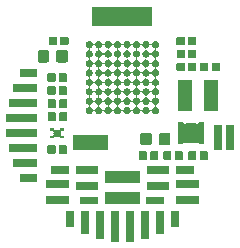
<source format=gbr>
G04 #@! TF.GenerationSoftware,KiCad,Pcbnew,(5.1.5-0-10_14)*
G04 #@! TF.CreationDate,2021-06-01T12:28:28-04:00*
G04 #@! TF.ProjectId,ESLO_RB2,45534c4f-5f52-4423-922e-6b696361645f,rev?*
G04 #@! TF.SameCoordinates,Original*
G04 #@! TF.FileFunction,Soldermask,Bot*
G04 #@! TF.FilePolarity,Negative*
%FSLAX46Y46*%
G04 Gerber Fmt 4.6, Leading zero omitted, Abs format (unit mm)*
G04 Created by KiCad (PCBNEW (5.1.5-0-10_14)) date 2021-06-01 12:28:28*
%MOMM*%
%LPD*%
G04 APERTURE LIST*
%ADD10C,0.100000*%
G04 APERTURE END LIST*
D10*
G36*
X216681000Y-98481000D02*
G01*
X215979000Y-98481000D01*
X215979000Y-95879000D01*
X216681000Y-95879000D01*
X216681000Y-98481000D01*
G37*
G36*
X215411000Y-98481000D02*
G01*
X214709000Y-98481000D01*
X214709000Y-95879000D01*
X215411000Y-95879000D01*
X215411000Y-98481000D01*
G37*
G36*
X217951000Y-98281000D02*
G01*
X217249000Y-98281000D01*
X217249000Y-95879000D01*
X217951000Y-95879000D01*
X217951000Y-98281000D01*
G37*
G36*
X214141000Y-98281000D02*
G01*
X213439000Y-98281000D01*
X213439000Y-95879000D01*
X214141000Y-95879000D01*
X214141000Y-98281000D01*
G37*
G36*
X219221000Y-97881000D02*
G01*
X218519000Y-97881000D01*
X218519000Y-95879000D01*
X219221000Y-95879000D01*
X219221000Y-97881000D01*
G37*
G36*
X212871000Y-97881000D02*
G01*
X212169000Y-97881000D01*
X212169000Y-95879000D01*
X212871000Y-95879000D01*
X212871000Y-97881000D01*
G37*
G36*
X220491000Y-97281000D02*
G01*
X219789000Y-97281000D01*
X219789000Y-95879000D01*
X220491000Y-95879000D01*
X220491000Y-97281000D01*
G37*
G36*
X211601000Y-97281000D02*
G01*
X210899000Y-97281000D01*
X210899000Y-95879000D01*
X211601000Y-95879000D01*
X211601000Y-97281000D01*
G37*
G36*
X217201000Y-95326000D02*
G01*
X214199000Y-95326000D01*
X214199000Y-94274000D01*
X217201000Y-94274000D01*
X217201000Y-95326000D01*
G37*
G36*
X213661000Y-95326000D02*
G01*
X212139000Y-95326000D01*
X212139000Y-94674000D01*
X213661000Y-94674000D01*
X213661000Y-95326000D01*
G37*
G36*
X219261000Y-95326000D02*
G01*
X217739000Y-95326000D01*
X217739000Y-94674000D01*
X219261000Y-94674000D01*
X219261000Y-95326000D01*
G37*
G36*
X222151000Y-95291000D02*
G01*
X220249000Y-95291000D01*
X220249000Y-94629000D01*
X222151000Y-94629000D01*
X222151000Y-95291000D01*
G37*
G36*
X211151000Y-95291000D02*
G01*
X209249000Y-95291000D01*
X209249000Y-94629000D01*
X211151000Y-94629000D01*
X211151000Y-95291000D01*
G37*
G36*
X213651000Y-94091000D02*
G01*
X211749000Y-94091000D01*
X211749000Y-93429000D01*
X213651000Y-93429000D01*
X213651000Y-94091000D01*
G37*
G36*
X219651000Y-94091000D02*
G01*
X217749000Y-94091000D01*
X217749000Y-93429000D01*
X219651000Y-93429000D01*
X219651000Y-94091000D01*
G37*
G36*
X211151000Y-93971000D02*
G01*
X209249000Y-93971000D01*
X209249000Y-93309000D01*
X211151000Y-93309000D01*
X211151000Y-93971000D01*
G37*
G36*
X222151000Y-93971000D02*
G01*
X220249000Y-93971000D01*
X220249000Y-93309000D01*
X222151000Y-93309000D01*
X222151000Y-93971000D01*
G37*
G36*
X217201000Y-93526000D02*
G01*
X214199000Y-93526000D01*
X214199000Y-92474000D01*
X217201000Y-92474000D01*
X217201000Y-93526000D01*
G37*
G36*
X208481000Y-93461000D02*
G01*
X207079000Y-93461000D01*
X207079000Y-92759000D01*
X208481000Y-92759000D01*
X208481000Y-93461000D01*
G37*
G36*
X219651000Y-92771000D02*
G01*
X217749000Y-92771000D01*
X217749000Y-92109000D01*
X219651000Y-92109000D01*
X219651000Y-92771000D01*
G37*
G36*
X213651000Y-92771000D02*
G01*
X211749000Y-92771000D01*
X211749000Y-92109000D01*
X213651000Y-92109000D01*
X213651000Y-92771000D01*
G37*
G36*
X211161000Y-92726000D02*
G01*
X209639000Y-92726000D01*
X209639000Y-92074000D01*
X211161000Y-92074000D01*
X211161000Y-92726000D01*
G37*
G36*
X221761000Y-92726000D02*
G01*
X220239000Y-92726000D01*
X220239000Y-92074000D01*
X221761000Y-92074000D01*
X221761000Y-92726000D01*
G37*
G36*
X208481000Y-92191000D02*
G01*
X206479000Y-92191000D01*
X206479000Y-91489000D01*
X208481000Y-91489000D01*
X208481000Y-92191000D01*
G37*
G36*
X222856938Y-90831716D02*
G01*
X222877557Y-90837971D01*
X222896553Y-90848124D01*
X222913208Y-90861792D01*
X222926876Y-90878447D01*
X222937029Y-90897443D01*
X222943284Y-90918062D01*
X222946000Y-90945640D01*
X222946000Y-91454360D01*
X222943284Y-91481938D01*
X222937029Y-91502557D01*
X222926876Y-91521553D01*
X222913208Y-91538208D01*
X222896553Y-91551876D01*
X222877557Y-91562029D01*
X222856938Y-91568284D01*
X222829360Y-91571000D01*
X222370640Y-91571000D01*
X222343062Y-91568284D01*
X222322443Y-91562029D01*
X222303447Y-91551876D01*
X222286792Y-91538208D01*
X222273124Y-91521553D01*
X222262971Y-91502557D01*
X222256716Y-91481938D01*
X222254000Y-91454360D01*
X222254000Y-90945640D01*
X222256716Y-90918062D01*
X222262971Y-90897443D01*
X222273124Y-90878447D01*
X222286792Y-90861792D01*
X222303447Y-90848124D01*
X222322443Y-90837971D01*
X222343062Y-90831716D01*
X222370640Y-90829000D01*
X222829360Y-90829000D01*
X222856938Y-90831716D01*
G37*
G36*
X217686938Y-90831716D02*
G01*
X217707557Y-90837971D01*
X217726553Y-90848124D01*
X217743208Y-90861792D01*
X217756876Y-90878447D01*
X217767029Y-90897443D01*
X217773284Y-90918062D01*
X217776000Y-90945640D01*
X217776000Y-91454360D01*
X217773284Y-91481938D01*
X217767029Y-91502557D01*
X217756876Y-91521553D01*
X217743208Y-91538208D01*
X217726553Y-91551876D01*
X217707557Y-91562029D01*
X217686938Y-91568284D01*
X217659360Y-91571000D01*
X217200640Y-91571000D01*
X217173062Y-91568284D01*
X217152443Y-91562029D01*
X217133447Y-91551876D01*
X217116792Y-91538208D01*
X217103124Y-91521553D01*
X217092971Y-91502557D01*
X217086716Y-91481938D01*
X217084000Y-91454360D01*
X217084000Y-90945640D01*
X217086716Y-90918062D01*
X217092971Y-90897443D01*
X217103124Y-90878447D01*
X217116792Y-90861792D01*
X217133447Y-90848124D01*
X217152443Y-90837971D01*
X217173062Y-90831716D01*
X217200640Y-90829000D01*
X217659360Y-90829000D01*
X217686938Y-90831716D01*
G37*
G36*
X219771938Y-90831716D02*
G01*
X219792557Y-90837971D01*
X219811553Y-90848124D01*
X219828208Y-90861792D01*
X219841876Y-90878447D01*
X219852029Y-90897443D01*
X219858284Y-90918062D01*
X219861000Y-90945640D01*
X219861000Y-91454360D01*
X219858284Y-91481938D01*
X219852029Y-91502557D01*
X219841876Y-91521553D01*
X219828208Y-91538208D01*
X219811553Y-91551876D01*
X219792557Y-91562029D01*
X219771938Y-91568284D01*
X219744360Y-91571000D01*
X219285640Y-91571000D01*
X219258062Y-91568284D01*
X219237443Y-91562029D01*
X219218447Y-91551876D01*
X219201792Y-91538208D01*
X219188124Y-91521553D01*
X219177971Y-91502557D01*
X219171716Y-91481938D01*
X219169000Y-91454360D01*
X219169000Y-90945640D01*
X219171716Y-90918062D01*
X219177971Y-90897443D01*
X219188124Y-90878447D01*
X219201792Y-90861792D01*
X219218447Y-90848124D01*
X219237443Y-90837971D01*
X219258062Y-90831716D01*
X219285640Y-90829000D01*
X219744360Y-90829000D01*
X219771938Y-90831716D01*
G37*
G36*
X218656938Y-90831716D02*
G01*
X218677557Y-90837971D01*
X218696553Y-90848124D01*
X218713208Y-90861792D01*
X218726876Y-90878447D01*
X218737029Y-90897443D01*
X218743284Y-90918062D01*
X218746000Y-90945640D01*
X218746000Y-91454360D01*
X218743284Y-91481938D01*
X218737029Y-91502557D01*
X218726876Y-91521553D01*
X218713208Y-91538208D01*
X218696553Y-91551876D01*
X218677557Y-91562029D01*
X218656938Y-91568284D01*
X218629360Y-91571000D01*
X218170640Y-91571000D01*
X218143062Y-91568284D01*
X218122443Y-91562029D01*
X218103447Y-91551876D01*
X218086792Y-91538208D01*
X218073124Y-91521553D01*
X218062971Y-91502557D01*
X218056716Y-91481938D01*
X218054000Y-91454360D01*
X218054000Y-90945640D01*
X218056716Y-90918062D01*
X218062971Y-90897443D01*
X218073124Y-90878447D01*
X218086792Y-90861792D01*
X218103447Y-90848124D01*
X218122443Y-90837971D01*
X218143062Y-90831716D01*
X218170640Y-90829000D01*
X218629360Y-90829000D01*
X218656938Y-90831716D01*
G37*
G36*
X221886938Y-90831716D02*
G01*
X221907557Y-90837971D01*
X221926553Y-90848124D01*
X221943208Y-90861792D01*
X221956876Y-90878447D01*
X221967029Y-90897443D01*
X221973284Y-90918062D01*
X221976000Y-90945640D01*
X221976000Y-91454360D01*
X221973284Y-91481938D01*
X221967029Y-91502557D01*
X221956876Y-91521553D01*
X221943208Y-91538208D01*
X221926553Y-91551876D01*
X221907557Y-91562029D01*
X221886938Y-91568284D01*
X221859360Y-91571000D01*
X221400640Y-91571000D01*
X221373062Y-91568284D01*
X221352443Y-91562029D01*
X221333447Y-91551876D01*
X221316792Y-91538208D01*
X221303124Y-91521553D01*
X221292971Y-91502557D01*
X221286716Y-91481938D01*
X221284000Y-91454360D01*
X221284000Y-90945640D01*
X221286716Y-90918062D01*
X221292971Y-90897443D01*
X221303124Y-90878447D01*
X221316792Y-90861792D01*
X221333447Y-90848124D01*
X221352443Y-90837971D01*
X221373062Y-90831716D01*
X221400640Y-90829000D01*
X221859360Y-90829000D01*
X221886938Y-90831716D01*
G37*
G36*
X220741938Y-90831716D02*
G01*
X220762557Y-90837971D01*
X220781553Y-90848124D01*
X220798208Y-90861792D01*
X220811876Y-90878447D01*
X220822029Y-90897443D01*
X220828284Y-90918062D01*
X220831000Y-90945640D01*
X220831000Y-91454360D01*
X220828284Y-91481938D01*
X220822029Y-91502557D01*
X220811876Y-91521553D01*
X220798208Y-91538208D01*
X220781553Y-91551876D01*
X220762557Y-91562029D01*
X220741938Y-91568284D01*
X220714360Y-91571000D01*
X220255640Y-91571000D01*
X220228062Y-91568284D01*
X220207443Y-91562029D01*
X220188447Y-91551876D01*
X220171792Y-91538208D01*
X220158124Y-91521553D01*
X220147971Y-91502557D01*
X220141716Y-91481938D01*
X220139000Y-91454360D01*
X220139000Y-90945640D01*
X220141716Y-90918062D01*
X220147971Y-90897443D01*
X220158124Y-90878447D01*
X220171792Y-90861792D01*
X220188447Y-90848124D01*
X220207443Y-90837971D01*
X220228062Y-90831716D01*
X220255640Y-90829000D01*
X220714360Y-90829000D01*
X220741938Y-90831716D01*
G37*
G36*
X210931938Y-90331716D02*
G01*
X210952557Y-90337971D01*
X210971553Y-90348124D01*
X210988208Y-90361792D01*
X211001876Y-90378447D01*
X211012029Y-90397443D01*
X211018284Y-90418062D01*
X211021000Y-90445640D01*
X211021000Y-90954360D01*
X211018284Y-90981938D01*
X211012029Y-91002557D01*
X211001876Y-91021553D01*
X210988208Y-91038208D01*
X210971553Y-91051876D01*
X210952557Y-91062029D01*
X210931938Y-91068284D01*
X210904360Y-91071000D01*
X210445640Y-91071000D01*
X210418062Y-91068284D01*
X210397443Y-91062029D01*
X210378447Y-91051876D01*
X210361792Y-91038208D01*
X210348124Y-91021553D01*
X210337971Y-91002557D01*
X210331716Y-90981938D01*
X210329000Y-90954360D01*
X210329000Y-90445640D01*
X210331716Y-90418062D01*
X210337971Y-90397443D01*
X210348124Y-90378447D01*
X210361792Y-90361792D01*
X210378447Y-90348124D01*
X210397443Y-90337971D01*
X210418062Y-90331716D01*
X210445640Y-90329000D01*
X210904360Y-90329000D01*
X210931938Y-90331716D01*
G37*
G36*
X209961938Y-90331716D02*
G01*
X209982557Y-90337971D01*
X210001553Y-90348124D01*
X210018208Y-90361792D01*
X210031876Y-90378447D01*
X210042029Y-90397443D01*
X210048284Y-90418062D01*
X210051000Y-90445640D01*
X210051000Y-90954360D01*
X210048284Y-90981938D01*
X210042029Y-91002557D01*
X210031876Y-91021553D01*
X210018208Y-91038208D01*
X210001553Y-91051876D01*
X209982557Y-91062029D01*
X209961938Y-91068284D01*
X209934360Y-91071000D01*
X209475640Y-91071000D01*
X209448062Y-91068284D01*
X209427443Y-91062029D01*
X209408447Y-91051876D01*
X209391792Y-91038208D01*
X209378124Y-91021553D01*
X209367971Y-91002557D01*
X209361716Y-90981938D01*
X209359000Y-90954360D01*
X209359000Y-90445640D01*
X209361716Y-90418062D01*
X209367971Y-90397443D01*
X209378124Y-90378447D01*
X209391792Y-90361792D01*
X209408447Y-90348124D01*
X209427443Y-90337971D01*
X209448062Y-90331716D01*
X209475640Y-90329000D01*
X209934360Y-90329000D01*
X209961938Y-90331716D01*
G37*
G36*
X208481000Y-90921000D02*
G01*
X206079000Y-90921000D01*
X206079000Y-90219000D01*
X208481000Y-90219000D01*
X208481000Y-90921000D01*
G37*
G36*
X214486000Y-90761000D02*
G01*
X211514000Y-90761000D01*
X211514000Y-89439000D01*
X214486000Y-89439000D01*
X214486000Y-90761000D01*
G37*
G36*
X225151000Y-90751000D02*
G01*
X224449000Y-90751000D01*
X224449000Y-88649000D01*
X225151000Y-88649000D01*
X225151000Y-90751000D01*
G37*
G36*
X224151000Y-90751000D02*
G01*
X223449000Y-90751000D01*
X223449000Y-88649000D01*
X224151000Y-88649000D01*
X224151000Y-90751000D01*
G37*
G36*
X219629591Y-89278085D02*
G01*
X219663569Y-89288393D01*
X219694890Y-89305134D01*
X219722339Y-89327661D01*
X219744866Y-89355110D01*
X219761607Y-89386431D01*
X219771915Y-89420409D01*
X219776000Y-89461890D01*
X219776000Y-90138110D01*
X219771915Y-90179591D01*
X219761607Y-90213569D01*
X219744866Y-90244890D01*
X219722339Y-90272339D01*
X219694890Y-90294866D01*
X219663569Y-90311607D01*
X219629591Y-90321915D01*
X219588110Y-90326000D01*
X218986890Y-90326000D01*
X218945409Y-90321915D01*
X218911431Y-90311607D01*
X218880110Y-90294866D01*
X218852661Y-90272339D01*
X218830134Y-90244890D01*
X218813393Y-90213569D01*
X218803085Y-90179591D01*
X218799000Y-90138110D01*
X218799000Y-89461890D01*
X218803085Y-89420409D01*
X218813393Y-89386431D01*
X218830134Y-89355110D01*
X218852661Y-89327661D01*
X218880110Y-89305134D01*
X218911431Y-89288393D01*
X218945409Y-89278085D01*
X218986890Y-89274000D01*
X219588110Y-89274000D01*
X219629591Y-89278085D01*
G37*
G36*
X218054591Y-89278085D02*
G01*
X218088569Y-89288393D01*
X218119890Y-89305134D01*
X218147339Y-89327661D01*
X218169866Y-89355110D01*
X218186607Y-89386431D01*
X218196915Y-89420409D01*
X218201000Y-89461890D01*
X218201000Y-90138110D01*
X218196915Y-90179591D01*
X218186607Y-90213569D01*
X218169866Y-90244890D01*
X218147339Y-90272339D01*
X218119890Y-90294866D01*
X218088569Y-90311607D01*
X218054591Y-90321915D01*
X218013110Y-90326000D01*
X217411890Y-90326000D01*
X217370409Y-90321915D01*
X217336431Y-90311607D01*
X217305110Y-90294866D01*
X217277661Y-90272339D01*
X217255134Y-90244890D01*
X217238393Y-90213569D01*
X217228085Y-90179591D01*
X217224000Y-90138110D01*
X217224000Y-89461890D01*
X217228085Y-89420409D01*
X217238393Y-89386431D01*
X217255134Y-89355110D01*
X217277661Y-89327661D01*
X217305110Y-89305134D01*
X217336431Y-89288393D01*
X217370409Y-89278085D01*
X217411890Y-89274000D01*
X218013110Y-89274000D01*
X218054591Y-89278085D01*
G37*
G36*
X220817702Y-88400683D02*
G01*
X220828235Y-88403878D01*
X220837943Y-88409068D01*
X220846451Y-88416049D01*
X220853432Y-88424557D01*
X220862592Y-88441694D01*
X220865564Y-88448866D01*
X220879181Y-88469239D01*
X220896510Y-88486564D01*
X220916886Y-88500175D01*
X220939526Y-88509549D01*
X220963560Y-88514327D01*
X220988064Y-88514324D01*
X221012096Y-88509540D01*
X221034734Y-88500160D01*
X221055097Y-88486551D01*
X221056501Y-88485399D01*
X221093216Y-88465774D01*
X221133066Y-88453686D01*
X221180641Y-88449000D01*
X221844359Y-88449000D01*
X221891934Y-88453686D01*
X221931784Y-88465774D01*
X221968499Y-88485399D01*
X221969903Y-88486551D01*
X221990277Y-88500166D01*
X222012915Y-88509544D01*
X222036948Y-88514325D01*
X222061452Y-88514325D01*
X222085486Y-88509546D01*
X222108125Y-88500169D01*
X222128500Y-88486556D01*
X222145827Y-88469229D01*
X222159442Y-88448855D01*
X222162412Y-88441686D01*
X222171568Y-88424557D01*
X222178549Y-88416049D01*
X222187057Y-88409068D01*
X222196765Y-88403878D01*
X222207298Y-88400683D01*
X222224388Y-88399000D01*
X222575612Y-88399000D01*
X222592702Y-88400683D01*
X222603235Y-88403878D01*
X222612943Y-88409068D01*
X222621451Y-88416049D01*
X222628432Y-88424557D01*
X222633622Y-88434265D01*
X222636817Y-88444798D01*
X222638500Y-88461888D01*
X222638500Y-88838112D01*
X222636817Y-88855202D01*
X222633622Y-88865735D01*
X222628432Y-88875443D01*
X222615871Y-88890749D01*
X222610917Y-88895704D01*
X222597303Y-88916079D01*
X222587927Y-88938718D01*
X222583147Y-88962751D01*
X222583147Y-88987255D01*
X222587928Y-89011288D01*
X222597306Y-89033927D01*
X222610920Y-89054301D01*
X222615878Y-89059259D01*
X222628432Y-89074557D01*
X222633622Y-89084265D01*
X222636817Y-89094798D01*
X222638500Y-89111888D01*
X222638500Y-89488112D01*
X222636817Y-89505202D01*
X222633622Y-89515735D01*
X222628432Y-89525443D01*
X222615871Y-89540749D01*
X222610917Y-89545704D01*
X222597303Y-89566079D01*
X222587927Y-89588718D01*
X222583147Y-89612751D01*
X222583147Y-89637255D01*
X222587928Y-89661288D01*
X222597306Y-89683927D01*
X222610920Y-89704301D01*
X222615878Y-89709259D01*
X222628432Y-89724557D01*
X222633622Y-89734265D01*
X222636817Y-89744798D01*
X222638500Y-89761888D01*
X222638500Y-90138112D01*
X222636817Y-90155202D01*
X222633622Y-90165735D01*
X222628432Y-90175443D01*
X222621451Y-90183951D01*
X222612943Y-90190932D01*
X222603235Y-90196122D01*
X222592702Y-90199317D01*
X222575612Y-90201000D01*
X222224388Y-90201000D01*
X222207298Y-90199317D01*
X222196765Y-90196122D01*
X222187057Y-90190932D01*
X222178549Y-90183951D01*
X222171568Y-90175443D01*
X222162408Y-90158306D01*
X222159436Y-90151134D01*
X222145819Y-90130761D01*
X222128490Y-90113436D01*
X222108114Y-90099825D01*
X222085474Y-90090451D01*
X222061440Y-90085673D01*
X222036936Y-90085676D01*
X222012904Y-90090460D01*
X221990266Y-90099840D01*
X221969903Y-90113449D01*
X221968499Y-90114601D01*
X221931784Y-90134226D01*
X221891934Y-90146314D01*
X221844359Y-90151000D01*
X221180641Y-90151000D01*
X221133066Y-90146314D01*
X221093216Y-90134226D01*
X221056501Y-90114601D01*
X221055097Y-90113449D01*
X221034723Y-90099834D01*
X221012085Y-90090456D01*
X220988052Y-90085675D01*
X220963548Y-90085675D01*
X220939514Y-90090454D01*
X220916875Y-90099831D01*
X220896500Y-90113444D01*
X220879173Y-90130771D01*
X220865558Y-90151145D01*
X220862588Y-90158314D01*
X220853432Y-90175443D01*
X220846451Y-90183951D01*
X220837943Y-90190932D01*
X220828235Y-90196122D01*
X220817702Y-90199317D01*
X220800612Y-90201000D01*
X220449388Y-90201000D01*
X220432298Y-90199317D01*
X220421765Y-90196122D01*
X220412057Y-90190932D01*
X220403549Y-90183951D01*
X220396568Y-90175443D01*
X220391378Y-90165735D01*
X220388183Y-90155202D01*
X220386500Y-90138112D01*
X220386500Y-89761888D01*
X220388183Y-89744798D01*
X220391378Y-89734265D01*
X220396568Y-89724557D01*
X220409129Y-89709251D01*
X220414083Y-89704296D01*
X220427697Y-89683921D01*
X220437073Y-89661282D01*
X220441853Y-89637249D01*
X220441853Y-89612745D01*
X220437072Y-89588712D01*
X220427694Y-89566073D01*
X220414080Y-89545699D01*
X220409122Y-89540741D01*
X220396568Y-89525443D01*
X220391378Y-89515735D01*
X220388183Y-89505202D01*
X220386500Y-89488112D01*
X220386500Y-89111888D01*
X220388183Y-89094798D01*
X220391378Y-89084265D01*
X220396568Y-89074557D01*
X220409129Y-89059251D01*
X220414083Y-89054296D01*
X220427697Y-89033921D01*
X220437073Y-89011282D01*
X220441853Y-88987249D01*
X220441853Y-88962745D01*
X220437072Y-88938712D01*
X220427694Y-88916073D01*
X220414080Y-88895699D01*
X220409122Y-88890741D01*
X220396568Y-88875443D01*
X220391378Y-88865735D01*
X220388183Y-88855202D01*
X220386500Y-88838112D01*
X220386500Y-88461888D01*
X220388183Y-88444798D01*
X220391378Y-88434265D01*
X220396568Y-88424557D01*
X220403549Y-88416049D01*
X220412057Y-88409068D01*
X220421765Y-88403878D01*
X220432298Y-88400683D01*
X220449388Y-88399000D01*
X220800612Y-88399000D01*
X220817702Y-88400683D01*
G37*
G36*
X209924999Y-88894999D02*
G01*
X209925001Y-88895001D01*
X209925605Y-88901137D01*
X209925605Y-88918857D01*
X209925310Y-88921852D01*
X209925310Y-88946356D01*
X209930090Y-88970390D01*
X209939467Y-88993028D01*
X209953080Y-89013403D01*
X209970407Y-89030730D01*
X209990781Y-89044344D01*
X210013420Y-89053722D01*
X210037453Y-89058503D01*
X210061957Y-89058503D01*
X210085991Y-89053723D01*
X210108629Y-89044346D01*
X210129004Y-89030733D01*
X210138095Y-89022494D01*
X210175000Y-88985589D01*
X210211905Y-89022494D01*
X210230847Y-89038039D01*
X210252458Y-89049590D01*
X210275907Y-89056703D01*
X210300293Y-89059105D01*
X210324679Y-89056703D01*
X210348128Y-89049590D01*
X210369739Y-89038039D01*
X210388681Y-89022494D01*
X210404226Y-89003552D01*
X210415777Y-88981941D01*
X210422890Y-88958492D01*
X210425292Y-88934106D01*
X210424690Y-88921852D01*
X210424395Y-88918857D01*
X210424395Y-88901137D01*
X210424999Y-88895001D01*
X210425001Y-88894999D01*
X210431137Y-88894395D01*
X210778863Y-88894395D01*
X210784999Y-88894999D01*
X210785001Y-88895001D01*
X210785605Y-88901137D01*
X210785605Y-89098863D01*
X210785001Y-89104999D01*
X210784999Y-89105001D01*
X210778863Y-89105605D01*
X210611143Y-89105605D01*
X210608148Y-89105310D01*
X210583644Y-89105310D01*
X210559610Y-89110090D01*
X210536972Y-89119467D01*
X210516597Y-89133080D01*
X210499270Y-89150407D01*
X210485656Y-89170781D01*
X210476278Y-89193420D01*
X210471497Y-89217453D01*
X210471497Y-89241957D01*
X210476277Y-89265991D01*
X210485654Y-89288629D01*
X210499267Y-89309004D01*
X210507506Y-89318095D01*
X210514411Y-89325000D01*
X210507506Y-89331905D01*
X210491961Y-89350847D01*
X210480410Y-89372458D01*
X210473297Y-89395907D01*
X210470895Y-89420293D01*
X210473297Y-89444679D01*
X210480410Y-89468128D01*
X210491961Y-89489739D01*
X210507506Y-89508681D01*
X210526448Y-89524226D01*
X210548059Y-89535777D01*
X210571508Y-89542890D01*
X210595894Y-89545292D01*
X210608148Y-89544690D01*
X210611143Y-89544395D01*
X210778863Y-89544395D01*
X210784999Y-89544999D01*
X210785001Y-89545001D01*
X210785605Y-89551137D01*
X210785605Y-89748863D01*
X210785001Y-89754999D01*
X210784999Y-89755001D01*
X210778863Y-89755605D01*
X210431137Y-89755605D01*
X210425001Y-89755001D01*
X210424999Y-89754999D01*
X210424395Y-89748863D01*
X210424395Y-89731143D01*
X210424690Y-89728148D01*
X210424690Y-89703644D01*
X210419910Y-89679610D01*
X210410533Y-89656972D01*
X210396920Y-89636597D01*
X210379593Y-89619270D01*
X210359219Y-89605656D01*
X210336580Y-89596278D01*
X210312547Y-89591497D01*
X210288043Y-89591497D01*
X210264009Y-89596277D01*
X210241371Y-89605654D01*
X210220996Y-89619267D01*
X210211905Y-89627506D01*
X210175000Y-89664411D01*
X210138095Y-89627506D01*
X210119153Y-89611961D01*
X210097542Y-89600410D01*
X210074093Y-89593297D01*
X210049707Y-89590895D01*
X210025321Y-89593297D01*
X210001872Y-89600410D01*
X209980261Y-89611961D01*
X209961319Y-89627506D01*
X209945774Y-89646448D01*
X209934223Y-89668059D01*
X209927110Y-89691508D01*
X209924708Y-89715894D01*
X209925310Y-89728148D01*
X209925605Y-89731143D01*
X209925605Y-89748863D01*
X209925001Y-89754999D01*
X209924999Y-89755001D01*
X209918863Y-89755605D01*
X209571137Y-89755605D01*
X209565001Y-89755001D01*
X209564999Y-89754999D01*
X209564395Y-89748863D01*
X209564395Y-89551137D01*
X209564999Y-89545001D01*
X209565001Y-89544999D01*
X209571137Y-89544395D01*
X209738857Y-89544395D01*
X209741852Y-89544690D01*
X209766356Y-89544690D01*
X209790390Y-89539910D01*
X209813028Y-89530533D01*
X209833403Y-89516920D01*
X209850730Y-89499593D01*
X209864344Y-89479219D01*
X209873722Y-89456580D01*
X209878503Y-89432547D01*
X209878503Y-89408043D01*
X209873723Y-89384009D01*
X209864346Y-89361371D01*
X209850733Y-89340996D01*
X209842494Y-89331905D01*
X209835589Y-89325000D01*
X209842494Y-89318095D01*
X209858039Y-89299153D01*
X209869590Y-89277542D01*
X209876703Y-89254093D01*
X209879105Y-89229707D01*
X209876703Y-89205321D01*
X209869590Y-89181872D01*
X209858039Y-89160261D01*
X209842494Y-89141319D01*
X209823552Y-89125774D01*
X209801941Y-89114223D01*
X209778492Y-89107110D01*
X209754106Y-89104708D01*
X209741852Y-89105310D01*
X209738857Y-89105605D01*
X209571137Y-89105605D01*
X209565001Y-89105001D01*
X209564999Y-89104999D01*
X209564395Y-89098863D01*
X209564395Y-88901137D01*
X209564999Y-88895001D01*
X209565001Y-88894999D01*
X209571137Y-88894395D01*
X209918863Y-88894395D01*
X209924999Y-88894999D01*
G37*
G36*
X208481000Y-89651000D02*
G01*
X205879000Y-89651000D01*
X205879000Y-88949000D01*
X208481000Y-88949000D01*
X208481000Y-89651000D01*
G37*
G36*
X208481000Y-88381000D02*
G01*
X205879000Y-88381000D01*
X205879000Y-87679000D01*
X208481000Y-87679000D01*
X208481000Y-88381000D01*
G37*
G36*
X210956938Y-87531716D02*
G01*
X210977557Y-87537971D01*
X210996553Y-87548124D01*
X211013208Y-87561792D01*
X211026876Y-87578447D01*
X211037029Y-87597443D01*
X211043284Y-87618062D01*
X211046000Y-87645640D01*
X211046000Y-88154360D01*
X211043284Y-88181938D01*
X211037029Y-88202557D01*
X211026876Y-88221553D01*
X211013208Y-88238208D01*
X210996553Y-88251876D01*
X210977557Y-88262029D01*
X210956938Y-88268284D01*
X210929360Y-88271000D01*
X210470640Y-88271000D01*
X210443062Y-88268284D01*
X210422443Y-88262029D01*
X210403447Y-88251876D01*
X210386792Y-88238208D01*
X210373124Y-88221553D01*
X210362971Y-88202557D01*
X210356716Y-88181938D01*
X210354000Y-88154360D01*
X210354000Y-87645640D01*
X210356716Y-87618062D01*
X210362971Y-87597443D01*
X210373124Y-87578447D01*
X210386792Y-87561792D01*
X210403447Y-87548124D01*
X210422443Y-87537971D01*
X210443062Y-87531716D01*
X210470640Y-87529000D01*
X210929360Y-87529000D01*
X210956938Y-87531716D01*
G37*
G36*
X209986938Y-87531716D02*
G01*
X210007557Y-87537971D01*
X210026553Y-87548124D01*
X210043208Y-87561792D01*
X210056876Y-87578447D01*
X210067029Y-87597443D01*
X210073284Y-87618062D01*
X210076000Y-87645640D01*
X210076000Y-88154360D01*
X210073284Y-88181938D01*
X210067029Y-88202557D01*
X210056876Y-88221553D01*
X210043208Y-88238208D01*
X210026553Y-88251876D01*
X210007557Y-88262029D01*
X209986938Y-88268284D01*
X209959360Y-88271000D01*
X209500640Y-88271000D01*
X209473062Y-88268284D01*
X209452443Y-88262029D01*
X209433447Y-88251876D01*
X209416792Y-88238208D01*
X209403124Y-88221553D01*
X209392971Y-88202557D01*
X209386716Y-88181938D01*
X209384000Y-88154360D01*
X209384000Y-87645640D01*
X209386716Y-87618062D01*
X209392971Y-87597443D01*
X209403124Y-87578447D01*
X209416792Y-87561792D01*
X209433447Y-87548124D01*
X209452443Y-87537971D01*
X209473062Y-87531716D01*
X209500640Y-87529000D01*
X209959360Y-87529000D01*
X209986938Y-87531716D01*
G37*
G36*
X212987797Y-81510567D02*
G01*
X213042575Y-81533257D01*
X213042577Y-81533258D01*
X213091876Y-81566198D01*
X213133802Y-81608124D01*
X213166742Y-81657423D01*
X213166743Y-81657425D01*
X213184516Y-81700332D01*
X213196067Y-81721943D01*
X213211613Y-81740885D01*
X213230555Y-81756430D01*
X213252165Y-81767981D01*
X213275614Y-81775094D01*
X213300000Y-81777496D01*
X213324387Y-81775094D01*
X213347835Y-81767981D01*
X213369446Y-81756430D01*
X213388388Y-81740884D01*
X213403933Y-81721942D01*
X213415484Y-81700332D01*
X213433257Y-81657425D01*
X213433258Y-81657423D01*
X213466198Y-81608124D01*
X213508124Y-81566198D01*
X213557423Y-81533258D01*
X213557425Y-81533257D01*
X213612203Y-81510567D01*
X213670353Y-81499000D01*
X213729647Y-81499000D01*
X213787797Y-81510567D01*
X213842575Y-81533257D01*
X213842577Y-81533258D01*
X213891876Y-81566198D01*
X213933802Y-81608124D01*
X213966742Y-81657423D01*
X213966743Y-81657425D01*
X213984516Y-81700332D01*
X213996067Y-81721943D01*
X214011613Y-81740885D01*
X214030555Y-81756430D01*
X214052165Y-81767981D01*
X214075614Y-81775094D01*
X214100000Y-81777496D01*
X214124387Y-81775094D01*
X214147835Y-81767981D01*
X214169446Y-81756430D01*
X214188388Y-81740884D01*
X214203933Y-81721942D01*
X214215484Y-81700332D01*
X214233257Y-81657425D01*
X214233258Y-81657423D01*
X214266198Y-81608124D01*
X214308124Y-81566198D01*
X214357423Y-81533258D01*
X214357425Y-81533257D01*
X214412203Y-81510567D01*
X214470353Y-81499000D01*
X214529647Y-81499000D01*
X214587797Y-81510567D01*
X214642575Y-81533257D01*
X214642577Y-81533258D01*
X214691876Y-81566198D01*
X214733802Y-81608124D01*
X214766742Y-81657423D01*
X214766743Y-81657425D01*
X214784516Y-81700332D01*
X214796067Y-81721943D01*
X214811613Y-81740885D01*
X214830555Y-81756430D01*
X214852165Y-81767981D01*
X214875614Y-81775094D01*
X214900000Y-81777496D01*
X214924387Y-81775094D01*
X214947835Y-81767981D01*
X214969446Y-81756430D01*
X214988388Y-81740884D01*
X215003933Y-81721942D01*
X215015484Y-81700332D01*
X215033257Y-81657425D01*
X215033258Y-81657423D01*
X215066198Y-81608124D01*
X215108124Y-81566198D01*
X215157423Y-81533258D01*
X215157425Y-81533257D01*
X215212203Y-81510567D01*
X215270353Y-81499000D01*
X215329647Y-81499000D01*
X215387797Y-81510567D01*
X215442575Y-81533257D01*
X215442577Y-81533258D01*
X215491876Y-81566198D01*
X215533802Y-81608124D01*
X215566742Y-81657423D01*
X215566743Y-81657425D01*
X215584516Y-81700332D01*
X215596067Y-81721943D01*
X215611613Y-81740885D01*
X215630555Y-81756430D01*
X215652165Y-81767981D01*
X215675614Y-81775094D01*
X215700000Y-81777496D01*
X215724387Y-81775094D01*
X215747835Y-81767981D01*
X215769446Y-81756430D01*
X215788388Y-81740884D01*
X215803933Y-81721942D01*
X215815484Y-81700332D01*
X215833257Y-81657425D01*
X215833258Y-81657423D01*
X215866198Y-81608124D01*
X215908124Y-81566198D01*
X215957423Y-81533258D01*
X215957425Y-81533257D01*
X216012203Y-81510567D01*
X216070353Y-81499000D01*
X216129647Y-81499000D01*
X216187797Y-81510567D01*
X216242575Y-81533257D01*
X216242577Y-81533258D01*
X216291876Y-81566198D01*
X216333802Y-81608124D01*
X216366742Y-81657423D01*
X216366743Y-81657425D01*
X216384516Y-81700332D01*
X216396067Y-81721943D01*
X216411613Y-81740885D01*
X216430555Y-81756430D01*
X216452165Y-81767981D01*
X216475614Y-81775094D01*
X216500000Y-81777496D01*
X216524387Y-81775094D01*
X216547835Y-81767981D01*
X216569446Y-81756430D01*
X216588388Y-81740884D01*
X216603933Y-81721942D01*
X216615484Y-81700332D01*
X216633257Y-81657425D01*
X216633258Y-81657423D01*
X216666198Y-81608124D01*
X216708124Y-81566198D01*
X216757423Y-81533258D01*
X216757425Y-81533257D01*
X216812203Y-81510567D01*
X216870353Y-81499000D01*
X216929647Y-81499000D01*
X216987797Y-81510567D01*
X217042575Y-81533257D01*
X217042577Y-81533258D01*
X217091876Y-81566198D01*
X217133802Y-81608124D01*
X217166742Y-81657423D01*
X217166743Y-81657425D01*
X217184516Y-81700332D01*
X217196067Y-81721943D01*
X217211613Y-81740885D01*
X217230555Y-81756430D01*
X217252165Y-81767981D01*
X217275614Y-81775094D01*
X217300000Y-81777496D01*
X217324387Y-81775094D01*
X217347835Y-81767981D01*
X217369446Y-81756430D01*
X217388388Y-81740884D01*
X217403933Y-81721942D01*
X217415484Y-81700332D01*
X217433257Y-81657425D01*
X217433258Y-81657423D01*
X217466198Y-81608124D01*
X217508124Y-81566198D01*
X217557423Y-81533258D01*
X217557425Y-81533257D01*
X217612203Y-81510567D01*
X217670353Y-81499000D01*
X217729647Y-81499000D01*
X217787797Y-81510567D01*
X217842575Y-81533257D01*
X217842577Y-81533258D01*
X217891876Y-81566198D01*
X217933802Y-81608124D01*
X217966742Y-81657423D01*
X217966743Y-81657425D01*
X217984516Y-81700332D01*
X217996067Y-81721943D01*
X218011613Y-81740885D01*
X218030555Y-81756430D01*
X218052165Y-81767981D01*
X218075614Y-81775094D01*
X218100000Y-81777496D01*
X218124387Y-81775094D01*
X218147835Y-81767981D01*
X218169446Y-81756430D01*
X218188388Y-81740884D01*
X218203933Y-81721942D01*
X218215484Y-81700332D01*
X218233257Y-81657425D01*
X218233258Y-81657423D01*
X218266198Y-81608124D01*
X218308124Y-81566198D01*
X218357423Y-81533258D01*
X218357425Y-81533257D01*
X218412203Y-81510567D01*
X218470353Y-81499000D01*
X218529647Y-81499000D01*
X218587797Y-81510567D01*
X218642575Y-81533257D01*
X218642577Y-81533258D01*
X218691876Y-81566198D01*
X218733802Y-81608124D01*
X218766742Y-81657423D01*
X218766743Y-81657425D01*
X218789433Y-81712203D01*
X218801000Y-81770353D01*
X218801000Y-81829647D01*
X218789433Y-81887797D01*
X218766743Y-81942575D01*
X218766742Y-81942577D01*
X218733802Y-81991876D01*
X218691876Y-82033802D01*
X218642577Y-82066742D01*
X218642576Y-82066743D01*
X218642575Y-82066743D01*
X218599668Y-82084516D01*
X218578057Y-82096067D01*
X218559115Y-82111613D01*
X218543570Y-82130555D01*
X218532019Y-82152165D01*
X218524906Y-82175614D01*
X218522504Y-82200000D01*
X218524906Y-82224387D01*
X218532019Y-82247835D01*
X218543570Y-82269446D01*
X218559116Y-82288388D01*
X218578058Y-82303933D01*
X218599668Y-82315484D01*
X218629065Y-82327661D01*
X218642577Y-82333258D01*
X218691876Y-82366198D01*
X218733802Y-82408124D01*
X218766742Y-82457423D01*
X218766743Y-82457425D01*
X218789433Y-82512203D01*
X218801000Y-82570353D01*
X218801000Y-82629647D01*
X218789433Y-82687797D01*
X218766743Y-82742575D01*
X218766742Y-82742577D01*
X218733802Y-82791876D01*
X218691876Y-82833802D01*
X218642577Y-82866742D01*
X218642576Y-82866743D01*
X218642575Y-82866743D01*
X218599668Y-82884516D01*
X218578057Y-82896067D01*
X218559115Y-82911613D01*
X218543570Y-82930555D01*
X218532019Y-82952165D01*
X218524906Y-82975614D01*
X218522504Y-83000000D01*
X218524906Y-83024387D01*
X218532019Y-83047835D01*
X218543570Y-83069446D01*
X218559116Y-83088388D01*
X218578058Y-83103933D01*
X218599668Y-83115484D01*
X218642575Y-83133257D01*
X218642577Y-83133258D01*
X218691876Y-83166198D01*
X218733802Y-83208124D01*
X218764763Y-83254461D01*
X218766743Y-83257425D01*
X218789433Y-83312203D01*
X218801000Y-83370353D01*
X218801000Y-83429647D01*
X218789433Y-83487797D01*
X218766743Y-83542575D01*
X218766742Y-83542577D01*
X218733802Y-83591876D01*
X218691876Y-83633802D01*
X218642577Y-83666742D01*
X218642576Y-83666743D01*
X218642575Y-83666743D01*
X218599668Y-83684516D01*
X218578057Y-83696067D01*
X218559115Y-83711613D01*
X218543570Y-83730555D01*
X218532019Y-83752165D01*
X218524906Y-83775614D01*
X218522504Y-83800000D01*
X218524906Y-83824387D01*
X218532019Y-83847835D01*
X218543570Y-83869446D01*
X218559116Y-83888388D01*
X218578058Y-83903933D01*
X218599668Y-83915484D01*
X218638939Y-83931751D01*
X218642577Y-83933258D01*
X218691876Y-83966198D01*
X218733802Y-84008124D01*
X218766742Y-84057423D01*
X218766743Y-84057425D01*
X218789433Y-84112203D01*
X218801000Y-84170353D01*
X218801000Y-84229647D01*
X218789433Y-84287797D01*
X218769551Y-84335796D01*
X218766742Y-84342577D01*
X218733802Y-84391876D01*
X218691876Y-84433802D01*
X218642577Y-84466742D01*
X218642576Y-84466743D01*
X218642575Y-84466743D01*
X218599668Y-84484516D01*
X218578057Y-84496067D01*
X218559115Y-84511613D01*
X218543570Y-84530555D01*
X218532019Y-84552165D01*
X218524906Y-84575614D01*
X218522504Y-84600000D01*
X218524906Y-84624387D01*
X218532019Y-84647835D01*
X218543570Y-84669446D01*
X218559116Y-84688388D01*
X218578058Y-84703933D01*
X218599668Y-84715484D01*
X218642575Y-84733257D01*
X218642577Y-84733258D01*
X218691876Y-84766198D01*
X218733802Y-84808124D01*
X218764695Y-84854360D01*
X218766743Y-84857425D01*
X218789433Y-84912203D01*
X218801000Y-84970353D01*
X218801000Y-85029647D01*
X218789433Y-85087797D01*
X218768224Y-85139000D01*
X218766742Y-85142577D01*
X218733802Y-85191876D01*
X218691876Y-85233802D01*
X218642577Y-85266742D01*
X218642576Y-85266743D01*
X218642575Y-85266743D01*
X218599668Y-85284516D01*
X218578057Y-85296067D01*
X218559115Y-85311613D01*
X218543570Y-85330555D01*
X218532019Y-85352165D01*
X218524906Y-85375614D01*
X218522504Y-85400000D01*
X218524906Y-85424387D01*
X218532019Y-85447835D01*
X218543570Y-85469446D01*
X218559116Y-85488388D01*
X218578058Y-85503933D01*
X218599668Y-85515484D01*
X218642575Y-85533257D01*
X218642577Y-85533258D01*
X218691876Y-85566198D01*
X218733802Y-85608124D01*
X218766742Y-85657423D01*
X218766743Y-85657425D01*
X218789433Y-85712203D01*
X218801000Y-85770353D01*
X218801000Y-85829647D01*
X218789433Y-85887797D01*
X218771226Y-85931751D01*
X218766742Y-85942577D01*
X218733802Y-85991876D01*
X218691876Y-86033802D01*
X218642577Y-86066742D01*
X218642576Y-86066743D01*
X218642575Y-86066743D01*
X218599668Y-86084516D01*
X218578057Y-86096067D01*
X218559115Y-86111613D01*
X218543570Y-86130555D01*
X218532019Y-86152165D01*
X218524906Y-86175614D01*
X218522504Y-86200000D01*
X218524906Y-86224387D01*
X218532019Y-86247835D01*
X218543570Y-86269446D01*
X218559116Y-86288388D01*
X218578058Y-86303933D01*
X218599668Y-86315484D01*
X218642575Y-86333257D01*
X218642577Y-86333258D01*
X218691876Y-86366198D01*
X218733802Y-86408124D01*
X218766742Y-86457423D01*
X218766743Y-86457425D01*
X218789433Y-86512203D01*
X218801000Y-86570353D01*
X218801000Y-86629647D01*
X218789433Y-86687797D01*
X218766743Y-86742575D01*
X218766742Y-86742577D01*
X218733802Y-86791876D01*
X218691876Y-86833802D01*
X218642577Y-86866742D01*
X218642576Y-86866743D01*
X218642575Y-86866743D01*
X218599668Y-86884516D01*
X218578057Y-86896067D01*
X218559115Y-86911613D01*
X218543570Y-86930555D01*
X218532019Y-86952165D01*
X218524906Y-86975614D01*
X218522504Y-87000000D01*
X218524906Y-87024387D01*
X218532019Y-87047835D01*
X218543570Y-87069446D01*
X218559116Y-87088388D01*
X218578058Y-87103933D01*
X218599668Y-87115484D01*
X218642575Y-87133257D01*
X218642577Y-87133258D01*
X218691876Y-87166198D01*
X218733802Y-87208124D01*
X218766742Y-87257423D01*
X218766743Y-87257425D01*
X218789433Y-87312203D01*
X218801000Y-87370353D01*
X218801000Y-87429647D01*
X218789433Y-87487797D01*
X218772366Y-87529000D01*
X218766742Y-87542577D01*
X218733802Y-87591876D01*
X218691876Y-87633802D01*
X218642577Y-87666742D01*
X218642576Y-87666743D01*
X218642575Y-87666743D01*
X218587797Y-87689433D01*
X218529647Y-87701000D01*
X218470353Y-87701000D01*
X218412203Y-87689433D01*
X218357425Y-87666743D01*
X218357424Y-87666743D01*
X218357423Y-87666742D01*
X218308124Y-87633802D01*
X218266198Y-87591876D01*
X218233258Y-87542577D01*
X218227634Y-87529000D01*
X218215484Y-87499668D01*
X218203933Y-87478057D01*
X218188387Y-87459115D01*
X218169445Y-87443570D01*
X218147835Y-87432019D01*
X218124386Y-87424906D01*
X218100000Y-87422504D01*
X218075613Y-87424906D01*
X218052165Y-87432019D01*
X218030554Y-87443570D01*
X218011612Y-87459116D01*
X217996067Y-87478058D01*
X217984516Y-87499668D01*
X217972366Y-87529000D01*
X217966742Y-87542577D01*
X217933802Y-87591876D01*
X217891876Y-87633802D01*
X217842577Y-87666742D01*
X217842576Y-87666743D01*
X217842575Y-87666743D01*
X217787797Y-87689433D01*
X217729647Y-87701000D01*
X217670353Y-87701000D01*
X217612203Y-87689433D01*
X217557425Y-87666743D01*
X217557424Y-87666743D01*
X217557423Y-87666742D01*
X217508124Y-87633802D01*
X217466198Y-87591876D01*
X217433258Y-87542577D01*
X217427634Y-87529000D01*
X217415484Y-87499668D01*
X217403933Y-87478057D01*
X217388387Y-87459115D01*
X217369445Y-87443570D01*
X217347835Y-87432019D01*
X217324386Y-87424906D01*
X217300000Y-87422504D01*
X217275613Y-87424906D01*
X217252165Y-87432019D01*
X217230554Y-87443570D01*
X217211612Y-87459116D01*
X217196067Y-87478058D01*
X217184516Y-87499668D01*
X217172366Y-87529000D01*
X217166742Y-87542577D01*
X217133802Y-87591876D01*
X217091876Y-87633802D01*
X217042577Y-87666742D01*
X217042576Y-87666743D01*
X217042575Y-87666743D01*
X216987797Y-87689433D01*
X216929647Y-87701000D01*
X216870353Y-87701000D01*
X216812203Y-87689433D01*
X216757425Y-87666743D01*
X216757424Y-87666743D01*
X216757423Y-87666742D01*
X216708124Y-87633802D01*
X216666198Y-87591876D01*
X216633258Y-87542577D01*
X216627634Y-87529000D01*
X216615484Y-87499668D01*
X216603933Y-87478057D01*
X216588387Y-87459115D01*
X216569445Y-87443570D01*
X216547835Y-87432019D01*
X216524386Y-87424906D01*
X216500000Y-87422504D01*
X216475613Y-87424906D01*
X216452165Y-87432019D01*
X216430554Y-87443570D01*
X216411612Y-87459116D01*
X216396067Y-87478058D01*
X216384516Y-87499668D01*
X216372366Y-87529000D01*
X216366742Y-87542577D01*
X216333802Y-87591876D01*
X216291876Y-87633802D01*
X216242577Y-87666742D01*
X216242576Y-87666743D01*
X216242575Y-87666743D01*
X216187797Y-87689433D01*
X216129647Y-87701000D01*
X216070353Y-87701000D01*
X216012203Y-87689433D01*
X215957425Y-87666743D01*
X215957424Y-87666743D01*
X215957423Y-87666742D01*
X215908124Y-87633802D01*
X215866198Y-87591876D01*
X215833258Y-87542577D01*
X215827634Y-87529000D01*
X215815484Y-87499668D01*
X215803933Y-87478057D01*
X215788387Y-87459115D01*
X215769445Y-87443570D01*
X215747835Y-87432019D01*
X215724386Y-87424906D01*
X215700000Y-87422504D01*
X215675613Y-87424906D01*
X215652165Y-87432019D01*
X215630554Y-87443570D01*
X215611612Y-87459116D01*
X215596067Y-87478058D01*
X215584516Y-87499668D01*
X215572366Y-87529000D01*
X215566742Y-87542577D01*
X215533802Y-87591876D01*
X215491876Y-87633802D01*
X215442577Y-87666742D01*
X215442576Y-87666743D01*
X215442575Y-87666743D01*
X215387797Y-87689433D01*
X215329647Y-87701000D01*
X215270353Y-87701000D01*
X215212203Y-87689433D01*
X215157425Y-87666743D01*
X215157424Y-87666743D01*
X215157423Y-87666742D01*
X215108124Y-87633802D01*
X215066198Y-87591876D01*
X215033258Y-87542577D01*
X215027634Y-87529000D01*
X215015484Y-87499668D01*
X215003933Y-87478057D01*
X214988387Y-87459115D01*
X214969445Y-87443570D01*
X214947835Y-87432019D01*
X214924386Y-87424906D01*
X214900000Y-87422504D01*
X214875613Y-87424906D01*
X214852165Y-87432019D01*
X214830554Y-87443570D01*
X214811612Y-87459116D01*
X214796067Y-87478058D01*
X214784516Y-87499668D01*
X214772366Y-87529000D01*
X214766742Y-87542577D01*
X214733802Y-87591876D01*
X214691876Y-87633802D01*
X214642577Y-87666742D01*
X214642576Y-87666743D01*
X214642575Y-87666743D01*
X214587797Y-87689433D01*
X214529647Y-87701000D01*
X214470353Y-87701000D01*
X214412203Y-87689433D01*
X214357425Y-87666743D01*
X214357424Y-87666743D01*
X214357423Y-87666742D01*
X214308124Y-87633802D01*
X214266198Y-87591876D01*
X214233258Y-87542577D01*
X214227634Y-87529000D01*
X214215484Y-87499668D01*
X214203933Y-87478057D01*
X214188387Y-87459115D01*
X214169445Y-87443570D01*
X214147835Y-87432019D01*
X214124386Y-87424906D01*
X214100000Y-87422504D01*
X214075613Y-87424906D01*
X214052165Y-87432019D01*
X214030554Y-87443570D01*
X214011612Y-87459116D01*
X213996067Y-87478058D01*
X213984516Y-87499668D01*
X213972366Y-87529000D01*
X213966742Y-87542577D01*
X213933802Y-87591876D01*
X213891876Y-87633802D01*
X213842577Y-87666742D01*
X213842576Y-87666743D01*
X213842575Y-87666743D01*
X213787797Y-87689433D01*
X213729647Y-87701000D01*
X213670353Y-87701000D01*
X213612203Y-87689433D01*
X213557425Y-87666743D01*
X213557424Y-87666743D01*
X213557423Y-87666742D01*
X213508124Y-87633802D01*
X213466198Y-87591876D01*
X213433258Y-87542577D01*
X213427634Y-87529000D01*
X213415484Y-87499668D01*
X213403933Y-87478057D01*
X213388387Y-87459115D01*
X213369445Y-87443570D01*
X213347835Y-87432019D01*
X213324386Y-87424906D01*
X213300000Y-87422504D01*
X213275613Y-87424906D01*
X213252165Y-87432019D01*
X213230554Y-87443570D01*
X213211612Y-87459116D01*
X213196067Y-87478058D01*
X213184516Y-87499668D01*
X213172366Y-87529000D01*
X213166742Y-87542577D01*
X213133802Y-87591876D01*
X213091876Y-87633802D01*
X213042577Y-87666742D01*
X213042576Y-87666743D01*
X213042575Y-87666743D01*
X212987797Y-87689433D01*
X212929647Y-87701000D01*
X212870353Y-87701000D01*
X212812203Y-87689433D01*
X212757425Y-87666743D01*
X212757424Y-87666743D01*
X212757423Y-87666742D01*
X212708124Y-87633802D01*
X212666198Y-87591876D01*
X212633258Y-87542577D01*
X212627634Y-87529000D01*
X212610567Y-87487797D01*
X212599000Y-87429647D01*
X212599000Y-87370353D01*
X212610567Y-87312203D01*
X212633257Y-87257425D01*
X212633258Y-87257423D01*
X212666198Y-87208124D01*
X212708124Y-87166198D01*
X212757423Y-87133258D01*
X212757425Y-87133257D01*
X212800332Y-87115484D01*
X212821943Y-87103933D01*
X212840885Y-87088387D01*
X212856430Y-87069445D01*
X212867981Y-87047835D01*
X212875094Y-87024386D01*
X212877496Y-87000000D01*
X212922504Y-87000000D01*
X212924906Y-87024387D01*
X212932019Y-87047835D01*
X212943570Y-87069446D01*
X212959116Y-87088388D01*
X212978058Y-87103933D01*
X212999668Y-87115484D01*
X213042575Y-87133257D01*
X213042577Y-87133258D01*
X213091876Y-87166198D01*
X213133802Y-87208124D01*
X213166742Y-87257423D01*
X213166743Y-87257425D01*
X213184516Y-87300332D01*
X213196067Y-87321943D01*
X213211613Y-87340885D01*
X213230555Y-87356430D01*
X213252165Y-87367981D01*
X213275614Y-87375094D01*
X213300000Y-87377496D01*
X213324387Y-87375094D01*
X213347835Y-87367981D01*
X213369446Y-87356430D01*
X213388388Y-87340884D01*
X213403933Y-87321942D01*
X213415484Y-87300332D01*
X213433257Y-87257425D01*
X213433258Y-87257423D01*
X213466198Y-87208124D01*
X213508124Y-87166198D01*
X213557423Y-87133258D01*
X213557425Y-87133257D01*
X213600332Y-87115484D01*
X213621943Y-87103933D01*
X213640885Y-87088387D01*
X213656430Y-87069445D01*
X213667981Y-87047835D01*
X213675094Y-87024386D01*
X213677496Y-87000000D01*
X213722504Y-87000000D01*
X213724906Y-87024387D01*
X213732019Y-87047835D01*
X213743570Y-87069446D01*
X213759116Y-87088388D01*
X213778058Y-87103933D01*
X213799668Y-87115484D01*
X213842575Y-87133257D01*
X213842577Y-87133258D01*
X213891876Y-87166198D01*
X213933802Y-87208124D01*
X213966742Y-87257423D01*
X213966743Y-87257425D01*
X213984516Y-87300332D01*
X213996067Y-87321943D01*
X214011613Y-87340885D01*
X214030555Y-87356430D01*
X214052165Y-87367981D01*
X214075614Y-87375094D01*
X214100000Y-87377496D01*
X214124387Y-87375094D01*
X214147835Y-87367981D01*
X214169446Y-87356430D01*
X214188388Y-87340884D01*
X214203933Y-87321942D01*
X214215484Y-87300332D01*
X214233257Y-87257425D01*
X214233258Y-87257423D01*
X214266198Y-87208124D01*
X214308124Y-87166198D01*
X214357423Y-87133258D01*
X214357425Y-87133257D01*
X214400332Y-87115484D01*
X214421943Y-87103933D01*
X214440885Y-87088387D01*
X214456430Y-87069445D01*
X214467981Y-87047835D01*
X214475094Y-87024386D01*
X214477496Y-87000000D01*
X214522504Y-87000000D01*
X214524906Y-87024387D01*
X214532019Y-87047835D01*
X214543570Y-87069446D01*
X214559116Y-87088388D01*
X214578058Y-87103933D01*
X214599668Y-87115484D01*
X214642575Y-87133257D01*
X214642577Y-87133258D01*
X214691876Y-87166198D01*
X214733802Y-87208124D01*
X214766742Y-87257423D01*
X214766743Y-87257425D01*
X214784516Y-87300332D01*
X214796067Y-87321943D01*
X214811613Y-87340885D01*
X214830555Y-87356430D01*
X214852165Y-87367981D01*
X214875614Y-87375094D01*
X214900000Y-87377496D01*
X214924387Y-87375094D01*
X214947835Y-87367981D01*
X214969446Y-87356430D01*
X214988388Y-87340884D01*
X215003933Y-87321942D01*
X215015484Y-87300332D01*
X215033257Y-87257425D01*
X215033258Y-87257423D01*
X215066198Y-87208124D01*
X215108124Y-87166198D01*
X215157423Y-87133258D01*
X215157425Y-87133257D01*
X215200332Y-87115484D01*
X215221943Y-87103933D01*
X215240885Y-87088387D01*
X215256430Y-87069445D01*
X215267981Y-87047835D01*
X215275094Y-87024386D01*
X215277496Y-87000000D01*
X215322504Y-87000000D01*
X215324906Y-87024387D01*
X215332019Y-87047835D01*
X215343570Y-87069446D01*
X215359116Y-87088388D01*
X215378058Y-87103933D01*
X215399668Y-87115484D01*
X215442575Y-87133257D01*
X215442577Y-87133258D01*
X215491876Y-87166198D01*
X215533802Y-87208124D01*
X215566742Y-87257423D01*
X215566743Y-87257425D01*
X215584516Y-87300332D01*
X215596067Y-87321943D01*
X215611613Y-87340885D01*
X215630555Y-87356430D01*
X215652165Y-87367981D01*
X215675614Y-87375094D01*
X215700000Y-87377496D01*
X215724387Y-87375094D01*
X215747835Y-87367981D01*
X215769446Y-87356430D01*
X215788388Y-87340884D01*
X215803933Y-87321942D01*
X215815484Y-87300332D01*
X215833257Y-87257425D01*
X215833258Y-87257423D01*
X215866198Y-87208124D01*
X215908124Y-87166198D01*
X215957423Y-87133258D01*
X215957425Y-87133257D01*
X216000332Y-87115484D01*
X216021943Y-87103933D01*
X216040885Y-87088387D01*
X216056430Y-87069445D01*
X216067981Y-87047835D01*
X216075094Y-87024386D01*
X216077496Y-87000000D01*
X216122504Y-87000000D01*
X216124906Y-87024387D01*
X216132019Y-87047835D01*
X216143570Y-87069446D01*
X216159116Y-87088388D01*
X216178058Y-87103933D01*
X216199668Y-87115484D01*
X216242575Y-87133257D01*
X216242577Y-87133258D01*
X216291876Y-87166198D01*
X216333802Y-87208124D01*
X216366742Y-87257423D01*
X216366743Y-87257425D01*
X216384516Y-87300332D01*
X216396067Y-87321943D01*
X216411613Y-87340885D01*
X216430555Y-87356430D01*
X216452165Y-87367981D01*
X216475614Y-87375094D01*
X216500000Y-87377496D01*
X216524387Y-87375094D01*
X216547835Y-87367981D01*
X216569446Y-87356430D01*
X216588388Y-87340884D01*
X216603933Y-87321942D01*
X216615484Y-87300332D01*
X216633257Y-87257425D01*
X216633258Y-87257423D01*
X216666198Y-87208124D01*
X216708124Y-87166198D01*
X216757423Y-87133258D01*
X216757425Y-87133257D01*
X216800332Y-87115484D01*
X216821943Y-87103933D01*
X216840885Y-87088387D01*
X216856430Y-87069445D01*
X216867981Y-87047835D01*
X216875094Y-87024386D01*
X216877496Y-87000000D01*
X216922504Y-87000000D01*
X216924906Y-87024387D01*
X216932019Y-87047835D01*
X216943570Y-87069446D01*
X216959116Y-87088388D01*
X216978058Y-87103933D01*
X216999668Y-87115484D01*
X217042575Y-87133257D01*
X217042577Y-87133258D01*
X217091876Y-87166198D01*
X217133802Y-87208124D01*
X217166742Y-87257423D01*
X217166743Y-87257425D01*
X217184516Y-87300332D01*
X217196067Y-87321943D01*
X217211613Y-87340885D01*
X217230555Y-87356430D01*
X217252165Y-87367981D01*
X217275614Y-87375094D01*
X217300000Y-87377496D01*
X217324387Y-87375094D01*
X217347835Y-87367981D01*
X217369446Y-87356430D01*
X217388388Y-87340884D01*
X217403933Y-87321942D01*
X217415484Y-87300332D01*
X217433257Y-87257425D01*
X217433258Y-87257423D01*
X217466198Y-87208124D01*
X217508124Y-87166198D01*
X217557423Y-87133258D01*
X217557425Y-87133257D01*
X217600332Y-87115484D01*
X217621943Y-87103933D01*
X217640885Y-87088387D01*
X217656430Y-87069445D01*
X217667981Y-87047835D01*
X217675094Y-87024386D01*
X217677496Y-87000000D01*
X217722504Y-87000000D01*
X217724906Y-87024387D01*
X217732019Y-87047835D01*
X217743570Y-87069446D01*
X217759116Y-87088388D01*
X217778058Y-87103933D01*
X217799668Y-87115484D01*
X217842575Y-87133257D01*
X217842577Y-87133258D01*
X217891876Y-87166198D01*
X217933802Y-87208124D01*
X217966742Y-87257423D01*
X217966743Y-87257425D01*
X217984516Y-87300332D01*
X217996067Y-87321943D01*
X218011613Y-87340885D01*
X218030555Y-87356430D01*
X218052165Y-87367981D01*
X218075614Y-87375094D01*
X218100000Y-87377496D01*
X218124387Y-87375094D01*
X218147835Y-87367981D01*
X218169446Y-87356430D01*
X218188388Y-87340884D01*
X218203933Y-87321942D01*
X218215484Y-87300332D01*
X218233257Y-87257425D01*
X218233258Y-87257423D01*
X218266198Y-87208124D01*
X218308124Y-87166198D01*
X218357423Y-87133258D01*
X218357425Y-87133257D01*
X218400332Y-87115484D01*
X218421943Y-87103933D01*
X218440885Y-87088387D01*
X218456430Y-87069445D01*
X218467981Y-87047835D01*
X218475094Y-87024386D01*
X218477496Y-87000000D01*
X218475094Y-86975613D01*
X218467981Y-86952165D01*
X218456430Y-86930554D01*
X218440884Y-86911612D01*
X218421942Y-86896067D01*
X218400332Y-86884516D01*
X218357425Y-86866743D01*
X218357424Y-86866743D01*
X218357423Y-86866742D01*
X218308124Y-86833802D01*
X218266198Y-86791876D01*
X218233258Y-86742577D01*
X218233257Y-86742575D01*
X218215484Y-86699668D01*
X218203933Y-86678057D01*
X218188387Y-86659115D01*
X218169445Y-86643570D01*
X218147835Y-86632019D01*
X218124386Y-86624906D01*
X218100000Y-86622504D01*
X218075613Y-86624906D01*
X218052165Y-86632019D01*
X218030554Y-86643570D01*
X218011612Y-86659116D01*
X217996067Y-86678058D01*
X217984516Y-86699668D01*
X217966743Y-86742575D01*
X217966742Y-86742577D01*
X217933802Y-86791876D01*
X217891876Y-86833802D01*
X217842577Y-86866742D01*
X217842576Y-86866743D01*
X217842575Y-86866743D01*
X217799668Y-86884516D01*
X217778057Y-86896067D01*
X217759115Y-86911613D01*
X217743570Y-86930555D01*
X217732019Y-86952165D01*
X217724906Y-86975614D01*
X217722504Y-87000000D01*
X217677496Y-87000000D01*
X217675094Y-86975613D01*
X217667981Y-86952165D01*
X217656430Y-86930554D01*
X217640884Y-86911612D01*
X217621942Y-86896067D01*
X217600332Y-86884516D01*
X217557425Y-86866743D01*
X217557424Y-86866743D01*
X217557423Y-86866742D01*
X217508124Y-86833802D01*
X217466198Y-86791876D01*
X217433258Y-86742577D01*
X217433257Y-86742575D01*
X217415484Y-86699668D01*
X217403933Y-86678057D01*
X217388387Y-86659115D01*
X217369445Y-86643570D01*
X217347835Y-86632019D01*
X217324386Y-86624906D01*
X217300000Y-86622504D01*
X217275613Y-86624906D01*
X217252165Y-86632019D01*
X217230554Y-86643570D01*
X217211612Y-86659116D01*
X217196067Y-86678058D01*
X217184516Y-86699668D01*
X217166743Y-86742575D01*
X217166742Y-86742577D01*
X217133802Y-86791876D01*
X217091876Y-86833802D01*
X217042577Y-86866742D01*
X217042576Y-86866743D01*
X217042575Y-86866743D01*
X216999668Y-86884516D01*
X216978057Y-86896067D01*
X216959115Y-86911613D01*
X216943570Y-86930555D01*
X216932019Y-86952165D01*
X216924906Y-86975614D01*
X216922504Y-87000000D01*
X216877496Y-87000000D01*
X216875094Y-86975613D01*
X216867981Y-86952165D01*
X216856430Y-86930554D01*
X216840884Y-86911612D01*
X216821942Y-86896067D01*
X216800332Y-86884516D01*
X216757425Y-86866743D01*
X216757424Y-86866743D01*
X216757423Y-86866742D01*
X216708124Y-86833802D01*
X216666198Y-86791876D01*
X216633258Y-86742577D01*
X216633257Y-86742575D01*
X216615484Y-86699668D01*
X216603933Y-86678057D01*
X216588387Y-86659115D01*
X216569445Y-86643570D01*
X216547835Y-86632019D01*
X216524386Y-86624906D01*
X216500000Y-86622504D01*
X216475613Y-86624906D01*
X216452165Y-86632019D01*
X216430554Y-86643570D01*
X216411612Y-86659116D01*
X216396067Y-86678058D01*
X216384516Y-86699668D01*
X216366743Y-86742575D01*
X216366742Y-86742577D01*
X216333802Y-86791876D01*
X216291876Y-86833802D01*
X216242577Y-86866742D01*
X216242576Y-86866743D01*
X216242575Y-86866743D01*
X216199668Y-86884516D01*
X216178057Y-86896067D01*
X216159115Y-86911613D01*
X216143570Y-86930555D01*
X216132019Y-86952165D01*
X216124906Y-86975614D01*
X216122504Y-87000000D01*
X216077496Y-87000000D01*
X216075094Y-86975613D01*
X216067981Y-86952165D01*
X216056430Y-86930554D01*
X216040884Y-86911612D01*
X216021942Y-86896067D01*
X216000332Y-86884516D01*
X215957425Y-86866743D01*
X215957424Y-86866743D01*
X215957423Y-86866742D01*
X215908124Y-86833802D01*
X215866198Y-86791876D01*
X215833258Y-86742577D01*
X215833257Y-86742575D01*
X215815484Y-86699668D01*
X215803933Y-86678057D01*
X215788387Y-86659115D01*
X215769445Y-86643570D01*
X215747835Y-86632019D01*
X215724386Y-86624906D01*
X215700000Y-86622504D01*
X215675613Y-86624906D01*
X215652165Y-86632019D01*
X215630554Y-86643570D01*
X215611612Y-86659116D01*
X215596067Y-86678058D01*
X215584516Y-86699668D01*
X215566743Y-86742575D01*
X215566742Y-86742577D01*
X215533802Y-86791876D01*
X215491876Y-86833802D01*
X215442577Y-86866742D01*
X215442576Y-86866743D01*
X215442575Y-86866743D01*
X215399668Y-86884516D01*
X215378057Y-86896067D01*
X215359115Y-86911613D01*
X215343570Y-86930555D01*
X215332019Y-86952165D01*
X215324906Y-86975614D01*
X215322504Y-87000000D01*
X215277496Y-87000000D01*
X215275094Y-86975613D01*
X215267981Y-86952165D01*
X215256430Y-86930554D01*
X215240884Y-86911612D01*
X215221942Y-86896067D01*
X215200332Y-86884516D01*
X215157425Y-86866743D01*
X215157424Y-86866743D01*
X215157423Y-86866742D01*
X215108124Y-86833802D01*
X215066198Y-86791876D01*
X215033258Y-86742577D01*
X215033257Y-86742575D01*
X215015484Y-86699668D01*
X215003933Y-86678057D01*
X214988387Y-86659115D01*
X214969445Y-86643570D01*
X214947835Y-86632019D01*
X214924386Y-86624906D01*
X214900000Y-86622504D01*
X214875613Y-86624906D01*
X214852165Y-86632019D01*
X214830554Y-86643570D01*
X214811612Y-86659116D01*
X214796067Y-86678058D01*
X214784516Y-86699668D01*
X214766743Y-86742575D01*
X214766742Y-86742577D01*
X214733802Y-86791876D01*
X214691876Y-86833802D01*
X214642577Y-86866742D01*
X214642576Y-86866743D01*
X214642575Y-86866743D01*
X214599668Y-86884516D01*
X214578057Y-86896067D01*
X214559115Y-86911613D01*
X214543570Y-86930555D01*
X214532019Y-86952165D01*
X214524906Y-86975614D01*
X214522504Y-87000000D01*
X214477496Y-87000000D01*
X214475094Y-86975613D01*
X214467981Y-86952165D01*
X214456430Y-86930554D01*
X214440884Y-86911612D01*
X214421942Y-86896067D01*
X214400332Y-86884516D01*
X214357425Y-86866743D01*
X214357424Y-86866743D01*
X214357423Y-86866742D01*
X214308124Y-86833802D01*
X214266198Y-86791876D01*
X214233258Y-86742577D01*
X214233257Y-86742575D01*
X214215484Y-86699668D01*
X214203933Y-86678057D01*
X214188387Y-86659115D01*
X214169445Y-86643570D01*
X214147835Y-86632019D01*
X214124386Y-86624906D01*
X214100000Y-86622504D01*
X214075613Y-86624906D01*
X214052165Y-86632019D01*
X214030554Y-86643570D01*
X214011612Y-86659116D01*
X213996067Y-86678058D01*
X213984516Y-86699668D01*
X213966743Y-86742575D01*
X213966742Y-86742577D01*
X213933802Y-86791876D01*
X213891876Y-86833802D01*
X213842577Y-86866742D01*
X213842576Y-86866743D01*
X213842575Y-86866743D01*
X213799668Y-86884516D01*
X213778057Y-86896067D01*
X213759115Y-86911613D01*
X213743570Y-86930555D01*
X213732019Y-86952165D01*
X213724906Y-86975614D01*
X213722504Y-87000000D01*
X213677496Y-87000000D01*
X213675094Y-86975613D01*
X213667981Y-86952165D01*
X213656430Y-86930554D01*
X213640884Y-86911612D01*
X213621942Y-86896067D01*
X213600332Y-86884516D01*
X213557425Y-86866743D01*
X213557424Y-86866743D01*
X213557423Y-86866742D01*
X213508124Y-86833802D01*
X213466198Y-86791876D01*
X213433258Y-86742577D01*
X213433257Y-86742575D01*
X213415484Y-86699668D01*
X213403933Y-86678057D01*
X213388387Y-86659115D01*
X213369445Y-86643570D01*
X213347835Y-86632019D01*
X213324386Y-86624906D01*
X213300000Y-86622504D01*
X213275613Y-86624906D01*
X213252165Y-86632019D01*
X213230554Y-86643570D01*
X213211612Y-86659116D01*
X213196067Y-86678058D01*
X213184516Y-86699668D01*
X213166743Y-86742575D01*
X213166742Y-86742577D01*
X213133802Y-86791876D01*
X213091876Y-86833802D01*
X213042577Y-86866742D01*
X213042576Y-86866743D01*
X213042575Y-86866743D01*
X212999668Y-86884516D01*
X212978057Y-86896067D01*
X212959115Y-86911613D01*
X212943570Y-86930555D01*
X212932019Y-86952165D01*
X212924906Y-86975614D01*
X212922504Y-87000000D01*
X212877496Y-87000000D01*
X212875094Y-86975613D01*
X212867981Y-86952165D01*
X212856430Y-86930554D01*
X212840884Y-86911612D01*
X212821942Y-86896067D01*
X212800332Y-86884516D01*
X212757425Y-86866743D01*
X212757424Y-86866743D01*
X212757423Y-86866742D01*
X212708124Y-86833802D01*
X212666198Y-86791876D01*
X212633258Y-86742577D01*
X212633257Y-86742575D01*
X212610567Y-86687797D01*
X212599000Y-86629647D01*
X212599000Y-86570353D01*
X212610567Y-86512203D01*
X212633257Y-86457425D01*
X212633258Y-86457423D01*
X212666198Y-86408124D01*
X212708124Y-86366198D01*
X212757423Y-86333258D01*
X212757425Y-86333257D01*
X212800332Y-86315484D01*
X212821943Y-86303933D01*
X212840885Y-86288387D01*
X212856430Y-86269445D01*
X212867981Y-86247835D01*
X212875094Y-86224386D01*
X212877496Y-86200000D01*
X212922504Y-86200000D01*
X212924906Y-86224387D01*
X212932019Y-86247835D01*
X212943570Y-86269446D01*
X212959116Y-86288388D01*
X212978058Y-86303933D01*
X212999668Y-86315484D01*
X213042575Y-86333257D01*
X213042577Y-86333258D01*
X213091876Y-86366198D01*
X213133802Y-86408124D01*
X213166742Y-86457423D01*
X213166743Y-86457425D01*
X213184516Y-86500332D01*
X213196067Y-86521943D01*
X213211613Y-86540885D01*
X213230555Y-86556430D01*
X213252165Y-86567981D01*
X213275614Y-86575094D01*
X213300000Y-86577496D01*
X213324387Y-86575094D01*
X213347835Y-86567981D01*
X213369446Y-86556430D01*
X213388388Y-86540884D01*
X213403933Y-86521942D01*
X213415484Y-86500332D01*
X213433257Y-86457425D01*
X213433258Y-86457423D01*
X213466198Y-86408124D01*
X213508124Y-86366198D01*
X213557423Y-86333258D01*
X213557425Y-86333257D01*
X213600332Y-86315484D01*
X213621943Y-86303933D01*
X213640885Y-86288387D01*
X213656430Y-86269445D01*
X213667981Y-86247835D01*
X213675094Y-86224386D01*
X213677496Y-86200000D01*
X213722504Y-86200000D01*
X213724906Y-86224387D01*
X213732019Y-86247835D01*
X213743570Y-86269446D01*
X213759116Y-86288388D01*
X213778058Y-86303933D01*
X213799668Y-86315484D01*
X213842575Y-86333257D01*
X213842577Y-86333258D01*
X213891876Y-86366198D01*
X213933802Y-86408124D01*
X213966742Y-86457423D01*
X213966743Y-86457425D01*
X213984516Y-86500332D01*
X213996067Y-86521943D01*
X214011613Y-86540885D01*
X214030555Y-86556430D01*
X214052165Y-86567981D01*
X214075614Y-86575094D01*
X214100000Y-86577496D01*
X214124387Y-86575094D01*
X214147835Y-86567981D01*
X214169446Y-86556430D01*
X214188388Y-86540884D01*
X214203933Y-86521942D01*
X214215484Y-86500332D01*
X214233257Y-86457425D01*
X214233258Y-86457423D01*
X214266198Y-86408124D01*
X214308124Y-86366198D01*
X214357423Y-86333258D01*
X214357425Y-86333257D01*
X214400332Y-86315484D01*
X214421943Y-86303933D01*
X214440885Y-86288387D01*
X214456430Y-86269445D01*
X214467981Y-86247835D01*
X214475094Y-86224386D01*
X214477496Y-86200000D01*
X214522504Y-86200000D01*
X214524906Y-86224387D01*
X214532019Y-86247835D01*
X214543570Y-86269446D01*
X214559116Y-86288388D01*
X214578058Y-86303933D01*
X214599668Y-86315484D01*
X214642575Y-86333257D01*
X214642577Y-86333258D01*
X214691876Y-86366198D01*
X214733802Y-86408124D01*
X214766742Y-86457423D01*
X214766743Y-86457425D01*
X214784516Y-86500332D01*
X214796067Y-86521943D01*
X214811613Y-86540885D01*
X214830555Y-86556430D01*
X214852165Y-86567981D01*
X214875614Y-86575094D01*
X214900000Y-86577496D01*
X214924387Y-86575094D01*
X214947835Y-86567981D01*
X214969446Y-86556430D01*
X214988388Y-86540884D01*
X215003933Y-86521942D01*
X215015484Y-86500332D01*
X215033257Y-86457425D01*
X215033258Y-86457423D01*
X215066198Y-86408124D01*
X215108124Y-86366198D01*
X215157423Y-86333258D01*
X215157425Y-86333257D01*
X215200332Y-86315484D01*
X215221943Y-86303933D01*
X215240885Y-86288387D01*
X215256430Y-86269445D01*
X215267981Y-86247835D01*
X215275094Y-86224386D01*
X215277496Y-86200000D01*
X215322504Y-86200000D01*
X215324906Y-86224387D01*
X215332019Y-86247835D01*
X215343570Y-86269446D01*
X215359116Y-86288388D01*
X215378058Y-86303933D01*
X215399668Y-86315484D01*
X215442575Y-86333257D01*
X215442577Y-86333258D01*
X215491876Y-86366198D01*
X215533802Y-86408124D01*
X215566742Y-86457423D01*
X215566743Y-86457425D01*
X215584516Y-86500332D01*
X215596067Y-86521943D01*
X215611613Y-86540885D01*
X215630555Y-86556430D01*
X215652165Y-86567981D01*
X215675614Y-86575094D01*
X215700000Y-86577496D01*
X215724387Y-86575094D01*
X215747835Y-86567981D01*
X215769446Y-86556430D01*
X215788388Y-86540884D01*
X215803933Y-86521942D01*
X215815484Y-86500332D01*
X215833257Y-86457425D01*
X215833258Y-86457423D01*
X215866198Y-86408124D01*
X215908124Y-86366198D01*
X215957423Y-86333258D01*
X215957425Y-86333257D01*
X216000332Y-86315484D01*
X216021943Y-86303933D01*
X216040885Y-86288387D01*
X216056430Y-86269445D01*
X216067981Y-86247835D01*
X216075094Y-86224386D01*
X216077496Y-86200000D01*
X216122504Y-86200000D01*
X216124906Y-86224387D01*
X216132019Y-86247835D01*
X216143570Y-86269446D01*
X216159116Y-86288388D01*
X216178058Y-86303933D01*
X216199668Y-86315484D01*
X216242575Y-86333257D01*
X216242577Y-86333258D01*
X216291876Y-86366198D01*
X216333802Y-86408124D01*
X216366742Y-86457423D01*
X216366743Y-86457425D01*
X216384516Y-86500332D01*
X216396067Y-86521943D01*
X216411613Y-86540885D01*
X216430555Y-86556430D01*
X216452165Y-86567981D01*
X216475614Y-86575094D01*
X216500000Y-86577496D01*
X216524387Y-86575094D01*
X216547835Y-86567981D01*
X216569446Y-86556430D01*
X216588388Y-86540884D01*
X216603933Y-86521942D01*
X216615484Y-86500332D01*
X216633257Y-86457425D01*
X216633258Y-86457423D01*
X216666198Y-86408124D01*
X216708124Y-86366198D01*
X216757423Y-86333258D01*
X216757425Y-86333257D01*
X216800332Y-86315484D01*
X216821943Y-86303933D01*
X216840885Y-86288387D01*
X216856430Y-86269445D01*
X216867981Y-86247835D01*
X216875094Y-86224386D01*
X216877496Y-86200000D01*
X216922504Y-86200000D01*
X216924906Y-86224387D01*
X216932019Y-86247835D01*
X216943570Y-86269446D01*
X216959116Y-86288388D01*
X216978058Y-86303933D01*
X216999668Y-86315484D01*
X217042575Y-86333257D01*
X217042577Y-86333258D01*
X217091876Y-86366198D01*
X217133802Y-86408124D01*
X217166742Y-86457423D01*
X217166743Y-86457425D01*
X217184516Y-86500332D01*
X217196067Y-86521943D01*
X217211613Y-86540885D01*
X217230555Y-86556430D01*
X217252165Y-86567981D01*
X217275614Y-86575094D01*
X217300000Y-86577496D01*
X217324387Y-86575094D01*
X217347835Y-86567981D01*
X217369446Y-86556430D01*
X217388388Y-86540884D01*
X217403933Y-86521942D01*
X217415484Y-86500332D01*
X217433257Y-86457425D01*
X217433258Y-86457423D01*
X217466198Y-86408124D01*
X217508124Y-86366198D01*
X217557423Y-86333258D01*
X217557425Y-86333257D01*
X217600332Y-86315484D01*
X217621943Y-86303933D01*
X217640885Y-86288387D01*
X217656430Y-86269445D01*
X217667981Y-86247835D01*
X217675094Y-86224386D01*
X217677496Y-86200000D01*
X217722504Y-86200000D01*
X217724906Y-86224387D01*
X217732019Y-86247835D01*
X217743570Y-86269446D01*
X217759116Y-86288388D01*
X217778058Y-86303933D01*
X217799668Y-86315484D01*
X217842575Y-86333257D01*
X217842577Y-86333258D01*
X217891876Y-86366198D01*
X217933802Y-86408124D01*
X217966742Y-86457423D01*
X217966743Y-86457425D01*
X217984516Y-86500332D01*
X217996067Y-86521943D01*
X218011613Y-86540885D01*
X218030555Y-86556430D01*
X218052165Y-86567981D01*
X218075614Y-86575094D01*
X218100000Y-86577496D01*
X218124387Y-86575094D01*
X218147835Y-86567981D01*
X218169446Y-86556430D01*
X218188388Y-86540884D01*
X218203933Y-86521942D01*
X218215484Y-86500332D01*
X218233257Y-86457425D01*
X218233258Y-86457423D01*
X218266198Y-86408124D01*
X218308124Y-86366198D01*
X218357423Y-86333258D01*
X218357425Y-86333257D01*
X218400332Y-86315484D01*
X218421943Y-86303933D01*
X218440885Y-86288387D01*
X218456430Y-86269445D01*
X218467981Y-86247835D01*
X218475094Y-86224386D01*
X218477496Y-86200000D01*
X218475094Y-86175613D01*
X218467981Y-86152165D01*
X218456430Y-86130554D01*
X218440884Y-86111612D01*
X218421942Y-86096067D01*
X218400332Y-86084516D01*
X218357425Y-86066743D01*
X218357424Y-86066743D01*
X218357423Y-86066742D01*
X218308124Y-86033802D01*
X218266198Y-85991876D01*
X218233258Y-85942577D01*
X218233257Y-85942575D01*
X218215484Y-85899668D01*
X218203933Y-85878057D01*
X218188387Y-85859115D01*
X218169445Y-85843570D01*
X218147835Y-85832019D01*
X218124386Y-85824906D01*
X218100000Y-85822504D01*
X218075613Y-85824906D01*
X218052165Y-85832019D01*
X218030554Y-85843570D01*
X218011612Y-85859116D01*
X217996067Y-85878058D01*
X217984516Y-85899668D01*
X217966743Y-85942575D01*
X217966742Y-85942577D01*
X217933802Y-85991876D01*
X217891876Y-86033802D01*
X217842577Y-86066742D01*
X217842576Y-86066743D01*
X217842575Y-86066743D01*
X217799668Y-86084516D01*
X217778057Y-86096067D01*
X217759115Y-86111613D01*
X217743570Y-86130555D01*
X217732019Y-86152165D01*
X217724906Y-86175614D01*
X217722504Y-86200000D01*
X217677496Y-86200000D01*
X217675094Y-86175613D01*
X217667981Y-86152165D01*
X217656430Y-86130554D01*
X217640884Y-86111612D01*
X217621942Y-86096067D01*
X217600332Y-86084516D01*
X217557425Y-86066743D01*
X217557424Y-86066743D01*
X217557423Y-86066742D01*
X217508124Y-86033802D01*
X217466198Y-85991876D01*
X217433258Y-85942577D01*
X217433257Y-85942575D01*
X217415484Y-85899668D01*
X217403933Y-85878057D01*
X217388387Y-85859115D01*
X217369445Y-85843570D01*
X217347835Y-85832019D01*
X217324386Y-85824906D01*
X217300000Y-85822504D01*
X217275613Y-85824906D01*
X217252165Y-85832019D01*
X217230554Y-85843570D01*
X217211612Y-85859116D01*
X217196067Y-85878058D01*
X217184516Y-85899668D01*
X217166743Y-85942575D01*
X217166742Y-85942577D01*
X217133802Y-85991876D01*
X217091876Y-86033802D01*
X217042577Y-86066742D01*
X217042576Y-86066743D01*
X217042575Y-86066743D01*
X216999668Y-86084516D01*
X216978057Y-86096067D01*
X216959115Y-86111613D01*
X216943570Y-86130555D01*
X216932019Y-86152165D01*
X216924906Y-86175614D01*
X216922504Y-86200000D01*
X216877496Y-86200000D01*
X216875094Y-86175613D01*
X216867981Y-86152165D01*
X216856430Y-86130554D01*
X216840884Y-86111612D01*
X216821942Y-86096067D01*
X216800332Y-86084516D01*
X216757425Y-86066743D01*
X216757424Y-86066743D01*
X216757423Y-86066742D01*
X216708124Y-86033802D01*
X216666198Y-85991876D01*
X216633258Y-85942577D01*
X216633257Y-85942575D01*
X216615484Y-85899668D01*
X216603933Y-85878057D01*
X216588387Y-85859115D01*
X216569445Y-85843570D01*
X216547835Y-85832019D01*
X216524386Y-85824906D01*
X216500000Y-85822504D01*
X216475613Y-85824906D01*
X216452165Y-85832019D01*
X216430554Y-85843570D01*
X216411612Y-85859116D01*
X216396067Y-85878058D01*
X216384516Y-85899668D01*
X216366743Y-85942575D01*
X216366742Y-85942577D01*
X216333802Y-85991876D01*
X216291876Y-86033802D01*
X216242577Y-86066742D01*
X216242576Y-86066743D01*
X216242575Y-86066743D01*
X216199668Y-86084516D01*
X216178057Y-86096067D01*
X216159115Y-86111613D01*
X216143570Y-86130555D01*
X216132019Y-86152165D01*
X216124906Y-86175614D01*
X216122504Y-86200000D01*
X216077496Y-86200000D01*
X216075094Y-86175613D01*
X216067981Y-86152165D01*
X216056430Y-86130554D01*
X216040884Y-86111612D01*
X216021942Y-86096067D01*
X216000332Y-86084516D01*
X215957425Y-86066743D01*
X215957424Y-86066743D01*
X215957423Y-86066742D01*
X215908124Y-86033802D01*
X215866198Y-85991876D01*
X215833258Y-85942577D01*
X215833257Y-85942575D01*
X215815484Y-85899668D01*
X215803933Y-85878057D01*
X215788387Y-85859115D01*
X215769445Y-85843570D01*
X215747835Y-85832019D01*
X215724386Y-85824906D01*
X215700000Y-85822504D01*
X215675613Y-85824906D01*
X215652165Y-85832019D01*
X215630554Y-85843570D01*
X215611612Y-85859116D01*
X215596067Y-85878058D01*
X215584516Y-85899668D01*
X215566743Y-85942575D01*
X215566742Y-85942577D01*
X215533802Y-85991876D01*
X215491876Y-86033802D01*
X215442577Y-86066742D01*
X215442576Y-86066743D01*
X215442575Y-86066743D01*
X215399668Y-86084516D01*
X215378057Y-86096067D01*
X215359115Y-86111613D01*
X215343570Y-86130555D01*
X215332019Y-86152165D01*
X215324906Y-86175614D01*
X215322504Y-86200000D01*
X215277496Y-86200000D01*
X215275094Y-86175613D01*
X215267981Y-86152165D01*
X215256430Y-86130554D01*
X215240884Y-86111612D01*
X215221942Y-86096067D01*
X215200332Y-86084516D01*
X215157425Y-86066743D01*
X215157424Y-86066743D01*
X215157423Y-86066742D01*
X215108124Y-86033802D01*
X215066198Y-85991876D01*
X215033258Y-85942577D01*
X215033257Y-85942575D01*
X215015484Y-85899668D01*
X215003933Y-85878057D01*
X214988387Y-85859115D01*
X214969445Y-85843570D01*
X214947835Y-85832019D01*
X214924386Y-85824906D01*
X214900000Y-85822504D01*
X214875613Y-85824906D01*
X214852165Y-85832019D01*
X214830554Y-85843570D01*
X214811612Y-85859116D01*
X214796067Y-85878058D01*
X214784516Y-85899668D01*
X214766743Y-85942575D01*
X214766742Y-85942577D01*
X214733802Y-85991876D01*
X214691876Y-86033802D01*
X214642577Y-86066742D01*
X214642576Y-86066743D01*
X214642575Y-86066743D01*
X214599668Y-86084516D01*
X214578057Y-86096067D01*
X214559115Y-86111613D01*
X214543570Y-86130555D01*
X214532019Y-86152165D01*
X214524906Y-86175614D01*
X214522504Y-86200000D01*
X214477496Y-86200000D01*
X214475094Y-86175613D01*
X214467981Y-86152165D01*
X214456430Y-86130554D01*
X214440884Y-86111612D01*
X214421942Y-86096067D01*
X214400332Y-86084516D01*
X214357425Y-86066743D01*
X214357424Y-86066743D01*
X214357423Y-86066742D01*
X214308124Y-86033802D01*
X214266198Y-85991876D01*
X214233258Y-85942577D01*
X214233257Y-85942575D01*
X214215484Y-85899668D01*
X214203933Y-85878057D01*
X214188387Y-85859115D01*
X214169445Y-85843570D01*
X214147835Y-85832019D01*
X214124386Y-85824906D01*
X214100000Y-85822504D01*
X214075613Y-85824906D01*
X214052165Y-85832019D01*
X214030554Y-85843570D01*
X214011612Y-85859116D01*
X213996067Y-85878058D01*
X213984516Y-85899668D01*
X213966743Y-85942575D01*
X213966742Y-85942577D01*
X213933802Y-85991876D01*
X213891876Y-86033802D01*
X213842577Y-86066742D01*
X213842576Y-86066743D01*
X213842575Y-86066743D01*
X213799668Y-86084516D01*
X213778057Y-86096067D01*
X213759115Y-86111613D01*
X213743570Y-86130555D01*
X213732019Y-86152165D01*
X213724906Y-86175614D01*
X213722504Y-86200000D01*
X213677496Y-86200000D01*
X213675094Y-86175613D01*
X213667981Y-86152165D01*
X213656430Y-86130554D01*
X213640884Y-86111612D01*
X213621942Y-86096067D01*
X213600332Y-86084516D01*
X213557425Y-86066743D01*
X213557424Y-86066743D01*
X213557423Y-86066742D01*
X213508124Y-86033802D01*
X213466198Y-85991876D01*
X213433258Y-85942577D01*
X213433257Y-85942575D01*
X213415484Y-85899668D01*
X213403933Y-85878057D01*
X213388387Y-85859115D01*
X213369445Y-85843570D01*
X213347835Y-85832019D01*
X213324386Y-85824906D01*
X213300000Y-85822504D01*
X213275613Y-85824906D01*
X213252165Y-85832019D01*
X213230554Y-85843570D01*
X213211612Y-85859116D01*
X213196067Y-85878058D01*
X213184516Y-85899668D01*
X213166743Y-85942575D01*
X213166742Y-85942577D01*
X213133802Y-85991876D01*
X213091876Y-86033802D01*
X213042577Y-86066742D01*
X213042576Y-86066743D01*
X213042575Y-86066743D01*
X212999668Y-86084516D01*
X212978057Y-86096067D01*
X212959115Y-86111613D01*
X212943570Y-86130555D01*
X212932019Y-86152165D01*
X212924906Y-86175614D01*
X212922504Y-86200000D01*
X212877496Y-86200000D01*
X212875094Y-86175613D01*
X212867981Y-86152165D01*
X212856430Y-86130554D01*
X212840884Y-86111612D01*
X212821942Y-86096067D01*
X212800332Y-86084516D01*
X212757425Y-86066743D01*
X212757424Y-86066743D01*
X212757423Y-86066742D01*
X212708124Y-86033802D01*
X212666198Y-85991876D01*
X212633258Y-85942577D01*
X212628774Y-85931751D01*
X212610567Y-85887797D01*
X212599000Y-85829647D01*
X212599000Y-85770353D01*
X212610567Y-85712203D01*
X212633257Y-85657425D01*
X212633258Y-85657423D01*
X212666198Y-85608124D01*
X212708124Y-85566198D01*
X212757423Y-85533258D01*
X212757425Y-85533257D01*
X212800332Y-85515484D01*
X212821943Y-85503933D01*
X212840885Y-85488387D01*
X212856430Y-85469445D01*
X212867981Y-85447835D01*
X212875094Y-85424386D01*
X212877496Y-85400000D01*
X212922504Y-85400000D01*
X212924906Y-85424387D01*
X212932019Y-85447835D01*
X212943570Y-85469446D01*
X212959116Y-85488388D01*
X212978058Y-85503933D01*
X212999668Y-85515484D01*
X213042575Y-85533257D01*
X213042577Y-85533258D01*
X213091876Y-85566198D01*
X213133802Y-85608124D01*
X213166742Y-85657423D01*
X213166743Y-85657425D01*
X213184516Y-85700332D01*
X213196067Y-85721943D01*
X213211613Y-85740885D01*
X213230555Y-85756430D01*
X213252165Y-85767981D01*
X213275614Y-85775094D01*
X213300000Y-85777496D01*
X213324387Y-85775094D01*
X213347835Y-85767981D01*
X213369446Y-85756430D01*
X213388388Y-85740884D01*
X213403933Y-85721942D01*
X213415484Y-85700332D01*
X213433257Y-85657425D01*
X213433258Y-85657423D01*
X213466198Y-85608124D01*
X213508124Y-85566198D01*
X213557423Y-85533258D01*
X213557425Y-85533257D01*
X213600332Y-85515484D01*
X213621943Y-85503933D01*
X213640885Y-85488387D01*
X213656430Y-85469445D01*
X213667981Y-85447835D01*
X213675094Y-85424386D01*
X213677496Y-85400000D01*
X213722504Y-85400000D01*
X213724906Y-85424387D01*
X213732019Y-85447835D01*
X213743570Y-85469446D01*
X213759116Y-85488388D01*
X213778058Y-85503933D01*
X213799668Y-85515484D01*
X213842575Y-85533257D01*
X213842577Y-85533258D01*
X213891876Y-85566198D01*
X213933802Y-85608124D01*
X213966742Y-85657423D01*
X213966743Y-85657425D01*
X213984516Y-85700332D01*
X213996067Y-85721943D01*
X214011613Y-85740885D01*
X214030555Y-85756430D01*
X214052165Y-85767981D01*
X214075614Y-85775094D01*
X214100000Y-85777496D01*
X214124387Y-85775094D01*
X214147835Y-85767981D01*
X214169446Y-85756430D01*
X214188388Y-85740884D01*
X214203933Y-85721942D01*
X214215484Y-85700332D01*
X214233257Y-85657425D01*
X214233258Y-85657423D01*
X214266198Y-85608124D01*
X214308124Y-85566198D01*
X214357423Y-85533258D01*
X214357425Y-85533257D01*
X214400332Y-85515484D01*
X214421943Y-85503933D01*
X214440885Y-85488387D01*
X214456430Y-85469445D01*
X214467981Y-85447835D01*
X214475094Y-85424386D01*
X214477496Y-85400000D01*
X214522504Y-85400000D01*
X214524906Y-85424387D01*
X214532019Y-85447835D01*
X214543570Y-85469446D01*
X214559116Y-85488388D01*
X214578058Y-85503933D01*
X214599668Y-85515484D01*
X214642575Y-85533257D01*
X214642577Y-85533258D01*
X214691876Y-85566198D01*
X214733802Y-85608124D01*
X214766742Y-85657423D01*
X214766743Y-85657425D01*
X214784516Y-85700332D01*
X214796067Y-85721943D01*
X214811613Y-85740885D01*
X214830555Y-85756430D01*
X214852165Y-85767981D01*
X214875614Y-85775094D01*
X214900000Y-85777496D01*
X214924387Y-85775094D01*
X214947835Y-85767981D01*
X214969446Y-85756430D01*
X214988388Y-85740884D01*
X215003933Y-85721942D01*
X215015484Y-85700332D01*
X215033257Y-85657425D01*
X215033258Y-85657423D01*
X215066198Y-85608124D01*
X215108124Y-85566198D01*
X215157423Y-85533258D01*
X215157425Y-85533257D01*
X215200332Y-85515484D01*
X215221943Y-85503933D01*
X215240885Y-85488387D01*
X215256430Y-85469445D01*
X215267981Y-85447835D01*
X215275094Y-85424386D01*
X215277496Y-85400000D01*
X215322504Y-85400000D01*
X215324906Y-85424387D01*
X215332019Y-85447835D01*
X215343570Y-85469446D01*
X215359116Y-85488388D01*
X215378058Y-85503933D01*
X215399668Y-85515484D01*
X215442575Y-85533257D01*
X215442577Y-85533258D01*
X215491876Y-85566198D01*
X215533802Y-85608124D01*
X215566742Y-85657423D01*
X215566743Y-85657425D01*
X215584516Y-85700332D01*
X215596067Y-85721943D01*
X215611613Y-85740885D01*
X215630555Y-85756430D01*
X215652165Y-85767981D01*
X215675614Y-85775094D01*
X215700000Y-85777496D01*
X215724387Y-85775094D01*
X215747835Y-85767981D01*
X215769446Y-85756430D01*
X215788388Y-85740884D01*
X215803933Y-85721942D01*
X215815484Y-85700332D01*
X215833257Y-85657425D01*
X215833258Y-85657423D01*
X215866198Y-85608124D01*
X215908124Y-85566198D01*
X215957423Y-85533258D01*
X215957425Y-85533257D01*
X216000332Y-85515484D01*
X216021943Y-85503933D01*
X216040885Y-85488387D01*
X216056430Y-85469445D01*
X216067981Y-85447835D01*
X216075094Y-85424386D01*
X216077496Y-85400000D01*
X216122504Y-85400000D01*
X216124906Y-85424387D01*
X216132019Y-85447835D01*
X216143570Y-85469446D01*
X216159116Y-85488388D01*
X216178058Y-85503933D01*
X216199668Y-85515484D01*
X216242575Y-85533257D01*
X216242577Y-85533258D01*
X216291876Y-85566198D01*
X216333802Y-85608124D01*
X216366742Y-85657423D01*
X216366743Y-85657425D01*
X216384516Y-85700332D01*
X216396067Y-85721943D01*
X216411613Y-85740885D01*
X216430555Y-85756430D01*
X216452165Y-85767981D01*
X216475614Y-85775094D01*
X216500000Y-85777496D01*
X216524387Y-85775094D01*
X216547835Y-85767981D01*
X216569446Y-85756430D01*
X216588388Y-85740884D01*
X216603933Y-85721942D01*
X216615484Y-85700332D01*
X216633257Y-85657425D01*
X216633258Y-85657423D01*
X216666198Y-85608124D01*
X216708124Y-85566198D01*
X216757423Y-85533258D01*
X216757425Y-85533257D01*
X216800332Y-85515484D01*
X216821943Y-85503933D01*
X216840885Y-85488387D01*
X216856430Y-85469445D01*
X216867981Y-85447835D01*
X216875094Y-85424386D01*
X216877496Y-85400000D01*
X216922504Y-85400000D01*
X216924906Y-85424387D01*
X216932019Y-85447835D01*
X216943570Y-85469446D01*
X216959116Y-85488388D01*
X216978058Y-85503933D01*
X216999668Y-85515484D01*
X217042575Y-85533257D01*
X217042577Y-85533258D01*
X217091876Y-85566198D01*
X217133802Y-85608124D01*
X217166742Y-85657423D01*
X217166743Y-85657425D01*
X217184516Y-85700332D01*
X217196067Y-85721943D01*
X217211613Y-85740885D01*
X217230555Y-85756430D01*
X217252165Y-85767981D01*
X217275614Y-85775094D01*
X217300000Y-85777496D01*
X217324387Y-85775094D01*
X217347835Y-85767981D01*
X217369446Y-85756430D01*
X217388388Y-85740884D01*
X217403933Y-85721942D01*
X217415484Y-85700332D01*
X217433257Y-85657425D01*
X217433258Y-85657423D01*
X217466198Y-85608124D01*
X217508124Y-85566198D01*
X217557423Y-85533258D01*
X217557425Y-85533257D01*
X217600332Y-85515484D01*
X217621943Y-85503933D01*
X217640885Y-85488387D01*
X217656430Y-85469445D01*
X217667981Y-85447835D01*
X217675094Y-85424386D01*
X217677496Y-85400000D01*
X217722504Y-85400000D01*
X217724906Y-85424387D01*
X217732019Y-85447835D01*
X217743570Y-85469446D01*
X217759116Y-85488388D01*
X217778058Y-85503933D01*
X217799668Y-85515484D01*
X217842575Y-85533257D01*
X217842577Y-85533258D01*
X217891876Y-85566198D01*
X217933802Y-85608124D01*
X217966742Y-85657423D01*
X217966743Y-85657425D01*
X217984516Y-85700332D01*
X217996067Y-85721943D01*
X218011613Y-85740885D01*
X218030555Y-85756430D01*
X218052165Y-85767981D01*
X218075614Y-85775094D01*
X218100000Y-85777496D01*
X218124387Y-85775094D01*
X218147835Y-85767981D01*
X218169446Y-85756430D01*
X218188388Y-85740884D01*
X218203933Y-85721942D01*
X218215484Y-85700332D01*
X218233257Y-85657425D01*
X218233258Y-85657423D01*
X218266198Y-85608124D01*
X218308124Y-85566198D01*
X218357423Y-85533258D01*
X218357425Y-85533257D01*
X218400332Y-85515484D01*
X218421943Y-85503933D01*
X218440885Y-85488387D01*
X218456430Y-85469445D01*
X218467981Y-85447835D01*
X218475094Y-85424386D01*
X218477496Y-85400000D01*
X218475094Y-85375613D01*
X218467981Y-85352165D01*
X218456430Y-85330554D01*
X218440884Y-85311612D01*
X218421942Y-85296067D01*
X218400332Y-85284516D01*
X218357425Y-85266743D01*
X218357424Y-85266743D01*
X218357423Y-85266742D01*
X218308124Y-85233802D01*
X218266198Y-85191876D01*
X218233258Y-85142577D01*
X218231776Y-85139000D01*
X218215484Y-85099668D01*
X218203933Y-85078057D01*
X218188387Y-85059115D01*
X218169445Y-85043570D01*
X218147835Y-85032019D01*
X218124386Y-85024906D01*
X218100000Y-85022504D01*
X218075613Y-85024906D01*
X218052165Y-85032019D01*
X218030554Y-85043570D01*
X218011612Y-85059116D01*
X217996067Y-85078058D01*
X217984516Y-85099668D01*
X217968224Y-85139000D01*
X217966742Y-85142577D01*
X217933802Y-85191876D01*
X217891876Y-85233802D01*
X217842577Y-85266742D01*
X217842576Y-85266743D01*
X217842575Y-85266743D01*
X217799668Y-85284516D01*
X217778057Y-85296067D01*
X217759115Y-85311613D01*
X217743570Y-85330555D01*
X217732019Y-85352165D01*
X217724906Y-85375614D01*
X217722504Y-85400000D01*
X217677496Y-85400000D01*
X217675094Y-85375613D01*
X217667981Y-85352165D01*
X217656430Y-85330554D01*
X217640884Y-85311612D01*
X217621942Y-85296067D01*
X217600332Y-85284516D01*
X217557425Y-85266743D01*
X217557424Y-85266743D01*
X217557423Y-85266742D01*
X217508124Y-85233802D01*
X217466198Y-85191876D01*
X217433258Y-85142577D01*
X217431776Y-85139000D01*
X217415484Y-85099668D01*
X217403933Y-85078057D01*
X217388387Y-85059115D01*
X217369445Y-85043570D01*
X217347835Y-85032019D01*
X217324386Y-85024906D01*
X217300000Y-85022504D01*
X217275613Y-85024906D01*
X217252165Y-85032019D01*
X217230554Y-85043570D01*
X217211612Y-85059116D01*
X217196067Y-85078058D01*
X217184516Y-85099668D01*
X217168224Y-85139000D01*
X217166742Y-85142577D01*
X217133802Y-85191876D01*
X217091876Y-85233802D01*
X217042577Y-85266742D01*
X217042576Y-85266743D01*
X217042575Y-85266743D01*
X216999668Y-85284516D01*
X216978057Y-85296067D01*
X216959115Y-85311613D01*
X216943570Y-85330555D01*
X216932019Y-85352165D01*
X216924906Y-85375614D01*
X216922504Y-85400000D01*
X216877496Y-85400000D01*
X216875094Y-85375613D01*
X216867981Y-85352165D01*
X216856430Y-85330554D01*
X216840884Y-85311612D01*
X216821942Y-85296067D01*
X216800332Y-85284516D01*
X216757425Y-85266743D01*
X216757424Y-85266743D01*
X216757423Y-85266742D01*
X216708124Y-85233802D01*
X216666198Y-85191876D01*
X216633258Y-85142577D01*
X216631776Y-85139000D01*
X216615484Y-85099668D01*
X216603933Y-85078057D01*
X216588387Y-85059115D01*
X216569445Y-85043570D01*
X216547835Y-85032019D01*
X216524386Y-85024906D01*
X216500000Y-85022504D01*
X216475613Y-85024906D01*
X216452165Y-85032019D01*
X216430554Y-85043570D01*
X216411612Y-85059116D01*
X216396067Y-85078058D01*
X216384516Y-85099668D01*
X216368224Y-85139000D01*
X216366742Y-85142577D01*
X216333802Y-85191876D01*
X216291876Y-85233802D01*
X216242577Y-85266742D01*
X216242576Y-85266743D01*
X216242575Y-85266743D01*
X216199668Y-85284516D01*
X216178057Y-85296067D01*
X216159115Y-85311613D01*
X216143570Y-85330555D01*
X216132019Y-85352165D01*
X216124906Y-85375614D01*
X216122504Y-85400000D01*
X216077496Y-85400000D01*
X216075094Y-85375613D01*
X216067981Y-85352165D01*
X216056430Y-85330554D01*
X216040884Y-85311612D01*
X216021942Y-85296067D01*
X216000332Y-85284516D01*
X215957425Y-85266743D01*
X215957424Y-85266743D01*
X215957423Y-85266742D01*
X215908124Y-85233802D01*
X215866198Y-85191876D01*
X215833258Y-85142577D01*
X215831776Y-85139000D01*
X215815484Y-85099668D01*
X215803933Y-85078057D01*
X215788387Y-85059115D01*
X215769445Y-85043570D01*
X215747835Y-85032019D01*
X215724386Y-85024906D01*
X215700000Y-85022504D01*
X215675613Y-85024906D01*
X215652165Y-85032019D01*
X215630554Y-85043570D01*
X215611612Y-85059116D01*
X215596067Y-85078058D01*
X215584516Y-85099668D01*
X215568224Y-85139000D01*
X215566742Y-85142577D01*
X215533802Y-85191876D01*
X215491876Y-85233802D01*
X215442577Y-85266742D01*
X215442576Y-85266743D01*
X215442575Y-85266743D01*
X215399668Y-85284516D01*
X215378057Y-85296067D01*
X215359115Y-85311613D01*
X215343570Y-85330555D01*
X215332019Y-85352165D01*
X215324906Y-85375614D01*
X215322504Y-85400000D01*
X215277496Y-85400000D01*
X215275094Y-85375613D01*
X215267981Y-85352165D01*
X215256430Y-85330554D01*
X215240884Y-85311612D01*
X215221942Y-85296067D01*
X215200332Y-85284516D01*
X215157425Y-85266743D01*
X215157424Y-85266743D01*
X215157423Y-85266742D01*
X215108124Y-85233802D01*
X215066198Y-85191876D01*
X215033258Y-85142577D01*
X215031776Y-85139000D01*
X215015484Y-85099668D01*
X215003933Y-85078057D01*
X214988387Y-85059115D01*
X214969445Y-85043570D01*
X214947835Y-85032019D01*
X214924386Y-85024906D01*
X214900000Y-85022504D01*
X214875613Y-85024906D01*
X214852165Y-85032019D01*
X214830554Y-85043570D01*
X214811612Y-85059116D01*
X214796067Y-85078058D01*
X214784516Y-85099668D01*
X214768224Y-85139000D01*
X214766742Y-85142577D01*
X214733802Y-85191876D01*
X214691876Y-85233802D01*
X214642577Y-85266742D01*
X214642576Y-85266743D01*
X214642575Y-85266743D01*
X214599668Y-85284516D01*
X214578057Y-85296067D01*
X214559115Y-85311613D01*
X214543570Y-85330555D01*
X214532019Y-85352165D01*
X214524906Y-85375614D01*
X214522504Y-85400000D01*
X214477496Y-85400000D01*
X214475094Y-85375613D01*
X214467981Y-85352165D01*
X214456430Y-85330554D01*
X214440884Y-85311612D01*
X214421942Y-85296067D01*
X214400332Y-85284516D01*
X214357425Y-85266743D01*
X214357424Y-85266743D01*
X214357423Y-85266742D01*
X214308124Y-85233802D01*
X214266198Y-85191876D01*
X214233258Y-85142577D01*
X214231776Y-85139000D01*
X214215484Y-85099668D01*
X214203933Y-85078057D01*
X214188387Y-85059115D01*
X214169445Y-85043570D01*
X214147835Y-85032019D01*
X214124386Y-85024906D01*
X214100000Y-85022504D01*
X214075613Y-85024906D01*
X214052165Y-85032019D01*
X214030554Y-85043570D01*
X214011612Y-85059116D01*
X213996067Y-85078058D01*
X213984516Y-85099668D01*
X213968224Y-85139000D01*
X213966742Y-85142577D01*
X213933802Y-85191876D01*
X213891876Y-85233802D01*
X213842577Y-85266742D01*
X213842576Y-85266743D01*
X213842575Y-85266743D01*
X213799668Y-85284516D01*
X213778057Y-85296067D01*
X213759115Y-85311613D01*
X213743570Y-85330555D01*
X213732019Y-85352165D01*
X213724906Y-85375614D01*
X213722504Y-85400000D01*
X213677496Y-85400000D01*
X213675094Y-85375613D01*
X213667981Y-85352165D01*
X213656430Y-85330554D01*
X213640884Y-85311612D01*
X213621942Y-85296067D01*
X213600332Y-85284516D01*
X213557425Y-85266743D01*
X213557424Y-85266743D01*
X213557423Y-85266742D01*
X213508124Y-85233802D01*
X213466198Y-85191876D01*
X213433258Y-85142577D01*
X213431776Y-85139000D01*
X213415484Y-85099668D01*
X213403933Y-85078057D01*
X213388387Y-85059115D01*
X213369445Y-85043570D01*
X213347835Y-85032019D01*
X213324386Y-85024906D01*
X213300000Y-85022504D01*
X213275613Y-85024906D01*
X213252165Y-85032019D01*
X213230554Y-85043570D01*
X213211612Y-85059116D01*
X213196067Y-85078058D01*
X213184516Y-85099668D01*
X213168224Y-85139000D01*
X213166742Y-85142577D01*
X213133802Y-85191876D01*
X213091876Y-85233802D01*
X213042577Y-85266742D01*
X213042576Y-85266743D01*
X213042575Y-85266743D01*
X212999668Y-85284516D01*
X212978057Y-85296067D01*
X212959115Y-85311613D01*
X212943570Y-85330555D01*
X212932019Y-85352165D01*
X212924906Y-85375614D01*
X212922504Y-85400000D01*
X212877496Y-85400000D01*
X212875094Y-85375613D01*
X212867981Y-85352165D01*
X212856430Y-85330554D01*
X212840884Y-85311612D01*
X212821942Y-85296067D01*
X212800332Y-85284516D01*
X212757425Y-85266743D01*
X212757424Y-85266743D01*
X212757423Y-85266742D01*
X212708124Y-85233802D01*
X212666198Y-85191876D01*
X212633258Y-85142577D01*
X212631776Y-85139000D01*
X212610567Y-85087797D01*
X212599000Y-85029647D01*
X212599000Y-84970353D01*
X212610567Y-84912203D01*
X212633257Y-84857425D01*
X212635305Y-84854360D01*
X212666198Y-84808124D01*
X212708124Y-84766198D01*
X212757423Y-84733258D01*
X212757425Y-84733257D01*
X212800332Y-84715484D01*
X212821943Y-84703933D01*
X212840885Y-84688387D01*
X212856430Y-84669445D01*
X212867981Y-84647835D01*
X212875094Y-84624386D01*
X212877496Y-84600000D01*
X212922504Y-84600000D01*
X212924906Y-84624387D01*
X212932019Y-84647835D01*
X212943570Y-84669446D01*
X212959116Y-84688388D01*
X212978058Y-84703933D01*
X212999668Y-84715484D01*
X213042575Y-84733257D01*
X213042577Y-84733258D01*
X213091876Y-84766198D01*
X213133802Y-84808124D01*
X213164695Y-84854360D01*
X213166743Y-84857425D01*
X213184516Y-84900332D01*
X213196067Y-84921943D01*
X213211613Y-84940885D01*
X213230555Y-84956430D01*
X213252165Y-84967981D01*
X213275614Y-84975094D01*
X213300000Y-84977496D01*
X213324387Y-84975094D01*
X213347835Y-84967981D01*
X213369446Y-84956430D01*
X213388388Y-84940884D01*
X213403933Y-84921942D01*
X213415484Y-84900332D01*
X213433257Y-84857425D01*
X213435305Y-84854360D01*
X213466198Y-84808124D01*
X213508124Y-84766198D01*
X213557423Y-84733258D01*
X213557425Y-84733257D01*
X213600332Y-84715484D01*
X213621943Y-84703933D01*
X213640885Y-84688387D01*
X213656430Y-84669445D01*
X213667981Y-84647835D01*
X213675094Y-84624386D01*
X213677496Y-84600000D01*
X213722504Y-84600000D01*
X213724906Y-84624387D01*
X213732019Y-84647835D01*
X213743570Y-84669446D01*
X213759116Y-84688388D01*
X213778058Y-84703933D01*
X213799668Y-84715484D01*
X213842575Y-84733257D01*
X213842577Y-84733258D01*
X213891876Y-84766198D01*
X213933802Y-84808124D01*
X213964695Y-84854360D01*
X213966743Y-84857425D01*
X213984516Y-84900332D01*
X213996067Y-84921943D01*
X214011613Y-84940885D01*
X214030555Y-84956430D01*
X214052165Y-84967981D01*
X214075614Y-84975094D01*
X214100000Y-84977496D01*
X214124387Y-84975094D01*
X214147835Y-84967981D01*
X214169446Y-84956430D01*
X214188388Y-84940884D01*
X214203933Y-84921942D01*
X214215484Y-84900332D01*
X214233257Y-84857425D01*
X214235305Y-84854360D01*
X214266198Y-84808124D01*
X214308124Y-84766198D01*
X214357423Y-84733258D01*
X214357425Y-84733257D01*
X214400332Y-84715484D01*
X214421943Y-84703933D01*
X214440885Y-84688387D01*
X214456430Y-84669445D01*
X214467981Y-84647835D01*
X214475094Y-84624386D01*
X214477496Y-84600000D01*
X214522504Y-84600000D01*
X214524906Y-84624387D01*
X214532019Y-84647835D01*
X214543570Y-84669446D01*
X214559116Y-84688388D01*
X214578058Y-84703933D01*
X214599668Y-84715484D01*
X214642575Y-84733257D01*
X214642577Y-84733258D01*
X214691876Y-84766198D01*
X214733802Y-84808124D01*
X214764695Y-84854360D01*
X214766743Y-84857425D01*
X214784516Y-84900332D01*
X214796067Y-84921943D01*
X214811613Y-84940885D01*
X214830555Y-84956430D01*
X214852165Y-84967981D01*
X214875614Y-84975094D01*
X214900000Y-84977496D01*
X214924387Y-84975094D01*
X214947835Y-84967981D01*
X214969446Y-84956430D01*
X214988388Y-84940884D01*
X215003933Y-84921942D01*
X215015484Y-84900332D01*
X215033257Y-84857425D01*
X215035305Y-84854360D01*
X215066198Y-84808124D01*
X215108124Y-84766198D01*
X215157423Y-84733258D01*
X215157425Y-84733257D01*
X215200332Y-84715484D01*
X215221943Y-84703933D01*
X215240885Y-84688387D01*
X215256430Y-84669445D01*
X215267981Y-84647835D01*
X215275094Y-84624386D01*
X215277496Y-84600000D01*
X215322504Y-84600000D01*
X215324906Y-84624387D01*
X215332019Y-84647835D01*
X215343570Y-84669446D01*
X215359116Y-84688388D01*
X215378058Y-84703933D01*
X215399668Y-84715484D01*
X215442575Y-84733257D01*
X215442577Y-84733258D01*
X215491876Y-84766198D01*
X215533802Y-84808124D01*
X215564695Y-84854360D01*
X215566743Y-84857425D01*
X215584516Y-84900332D01*
X215596067Y-84921943D01*
X215611613Y-84940885D01*
X215630555Y-84956430D01*
X215652165Y-84967981D01*
X215675614Y-84975094D01*
X215700000Y-84977496D01*
X215724387Y-84975094D01*
X215747835Y-84967981D01*
X215769446Y-84956430D01*
X215788388Y-84940884D01*
X215803933Y-84921942D01*
X215815484Y-84900332D01*
X215833257Y-84857425D01*
X215835305Y-84854360D01*
X215866198Y-84808124D01*
X215908124Y-84766198D01*
X215957423Y-84733258D01*
X215957425Y-84733257D01*
X216000332Y-84715484D01*
X216021943Y-84703933D01*
X216040885Y-84688387D01*
X216056430Y-84669445D01*
X216067981Y-84647835D01*
X216075094Y-84624386D01*
X216077496Y-84600000D01*
X216122504Y-84600000D01*
X216124906Y-84624387D01*
X216132019Y-84647835D01*
X216143570Y-84669446D01*
X216159116Y-84688388D01*
X216178058Y-84703933D01*
X216199668Y-84715484D01*
X216242575Y-84733257D01*
X216242577Y-84733258D01*
X216291876Y-84766198D01*
X216333802Y-84808124D01*
X216364695Y-84854360D01*
X216366743Y-84857425D01*
X216384516Y-84900332D01*
X216396067Y-84921943D01*
X216411613Y-84940885D01*
X216430555Y-84956430D01*
X216452165Y-84967981D01*
X216475614Y-84975094D01*
X216500000Y-84977496D01*
X216524387Y-84975094D01*
X216547835Y-84967981D01*
X216569446Y-84956430D01*
X216588388Y-84940884D01*
X216603933Y-84921942D01*
X216615484Y-84900332D01*
X216633257Y-84857425D01*
X216635305Y-84854360D01*
X216666198Y-84808124D01*
X216708124Y-84766198D01*
X216757423Y-84733258D01*
X216757425Y-84733257D01*
X216800332Y-84715484D01*
X216821943Y-84703933D01*
X216840885Y-84688387D01*
X216856430Y-84669445D01*
X216867981Y-84647835D01*
X216875094Y-84624386D01*
X216877496Y-84600000D01*
X216922504Y-84600000D01*
X216924906Y-84624387D01*
X216932019Y-84647835D01*
X216943570Y-84669446D01*
X216959116Y-84688388D01*
X216978058Y-84703933D01*
X216999668Y-84715484D01*
X217042575Y-84733257D01*
X217042577Y-84733258D01*
X217091876Y-84766198D01*
X217133802Y-84808124D01*
X217164695Y-84854360D01*
X217166743Y-84857425D01*
X217184516Y-84900332D01*
X217196067Y-84921943D01*
X217211613Y-84940885D01*
X217230555Y-84956430D01*
X217252165Y-84967981D01*
X217275614Y-84975094D01*
X217300000Y-84977496D01*
X217324387Y-84975094D01*
X217347835Y-84967981D01*
X217369446Y-84956430D01*
X217388388Y-84940884D01*
X217403933Y-84921942D01*
X217415484Y-84900332D01*
X217433257Y-84857425D01*
X217435305Y-84854360D01*
X217466198Y-84808124D01*
X217508124Y-84766198D01*
X217557423Y-84733258D01*
X217557425Y-84733257D01*
X217600332Y-84715484D01*
X217621943Y-84703933D01*
X217640885Y-84688387D01*
X217656430Y-84669445D01*
X217667981Y-84647835D01*
X217675094Y-84624386D01*
X217677496Y-84600000D01*
X217722504Y-84600000D01*
X217724906Y-84624387D01*
X217732019Y-84647835D01*
X217743570Y-84669446D01*
X217759116Y-84688388D01*
X217778058Y-84703933D01*
X217799668Y-84715484D01*
X217842575Y-84733257D01*
X217842577Y-84733258D01*
X217891876Y-84766198D01*
X217933802Y-84808124D01*
X217964695Y-84854360D01*
X217966743Y-84857425D01*
X217984516Y-84900332D01*
X217996067Y-84921943D01*
X218011613Y-84940885D01*
X218030555Y-84956430D01*
X218052165Y-84967981D01*
X218075614Y-84975094D01*
X218100000Y-84977496D01*
X218124387Y-84975094D01*
X218147835Y-84967981D01*
X218169446Y-84956430D01*
X218188388Y-84940884D01*
X218203933Y-84921942D01*
X218215484Y-84900332D01*
X218233257Y-84857425D01*
X218235305Y-84854360D01*
X218266198Y-84808124D01*
X218308124Y-84766198D01*
X218357423Y-84733258D01*
X218357425Y-84733257D01*
X218400332Y-84715484D01*
X218421943Y-84703933D01*
X218440885Y-84688387D01*
X218456430Y-84669445D01*
X218467981Y-84647835D01*
X218475094Y-84624386D01*
X218477496Y-84600000D01*
X218475094Y-84575613D01*
X218467981Y-84552165D01*
X218456430Y-84530554D01*
X218440884Y-84511612D01*
X218421942Y-84496067D01*
X218400332Y-84484516D01*
X218357425Y-84466743D01*
X218357424Y-84466743D01*
X218357423Y-84466742D01*
X218308124Y-84433802D01*
X218266198Y-84391876D01*
X218233258Y-84342577D01*
X218230449Y-84335796D01*
X218215484Y-84299668D01*
X218203933Y-84278057D01*
X218188387Y-84259115D01*
X218169445Y-84243570D01*
X218147835Y-84232019D01*
X218124386Y-84224906D01*
X218100000Y-84222504D01*
X218075613Y-84224906D01*
X218052165Y-84232019D01*
X218030554Y-84243570D01*
X218011612Y-84259116D01*
X217996067Y-84278058D01*
X217984516Y-84299668D01*
X217969551Y-84335796D01*
X217966742Y-84342577D01*
X217933802Y-84391876D01*
X217891876Y-84433802D01*
X217842577Y-84466742D01*
X217842576Y-84466743D01*
X217842575Y-84466743D01*
X217799668Y-84484516D01*
X217778057Y-84496067D01*
X217759115Y-84511613D01*
X217743570Y-84530555D01*
X217732019Y-84552165D01*
X217724906Y-84575614D01*
X217722504Y-84600000D01*
X217677496Y-84600000D01*
X217675094Y-84575613D01*
X217667981Y-84552165D01*
X217656430Y-84530554D01*
X217640884Y-84511612D01*
X217621942Y-84496067D01*
X217600332Y-84484516D01*
X217557425Y-84466743D01*
X217557424Y-84466743D01*
X217557423Y-84466742D01*
X217508124Y-84433802D01*
X217466198Y-84391876D01*
X217433258Y-84342577D01*
X217430449Y-84335796D01*
X217415484Y-84299668D01*
X217403933Y-84278057D01*
X217388387Y-84259115D01*
X217369445Y-84243570D01*
X217347835Y-84232019D01*
X217324386Y-84224906D01*
X217300000Y-84222504D01*
X217275613Y-84224906D01*
X217252165Y-84232019D01*
X217230554Y-84243570D01*
X217211612Y-84259116D01*
X217196067Y-84278058D01*
X217184516Y-84299668D01*
X217169551Y-84335796D01*
X217166742Y-84342577D01*
X217133802Y-84391876D01*
X217091876Y-84433802D01*
X217042577Y-84466742D01*
X217042576Y-84466743D01*
X217042575Y-84466743D01*
X216999668Y-84484516D01*
X216978057Y-84496067D01*
X216959115Y-84511613D01*
X216943570Y-84530555D01*
X216932019Y-84552165D01*
X216924906Y-84575614D01*
X216922504Y-84600000D01*
X216877496Y-84600000D01*
X216875094Y-84575613D01*
X216867981Y-84552165D01*
X216856430Y-84530554D01*
X216840884Y-84511612D01*
X216821942Y-84496067D01*
X216800332Y-84484516D01*
X216757425Y-84466743D01*
X216757424Y-84466743D01*
X216757423Y-84466742D01*
X216708124Y-84433802D01*
X216666198Y-84391876D01*
X216633258Y-84342577D01*
X216630449Y-84335796D01*
X216615484Y-84299668D01*
X216603933Y-84278057D01*
X216588387Y-84259115D01*
X216569445Y-84243570D01*
X216547835Y-84232019D01*
X216524386Y-84224906D01*
X216500000Y-84222504D01*
X216475613Y-84224906D01*
X216452165Y-84232019D01*
X216430554Y-84243570D01*
X216411612Y-84259116D01*
X216396067Y-84278058D01*
X216384516Y-84299668D01*
X216369551Y-84335796D01*
X216366742Y-84342577D01*
X216333802Y-84391876D01*
X216291876Y-84433802D01*
X216242577Y-84466742D01*
X216242576Y-84466743D01*
X216242575Y-84466743D01*
X216199668Y-84484516D01*
X216178057Y-84496067D01*
X216159115Y-84511613D01*
X216143570Y-84530555D01*
X216132019Y-84552165D01*
X216124906Y-84575614D01*
X216122504Y-84600000D01*
X216077496Y-84600000D01*
X216075094Y-84575613D01*
X216067981Y-84552165D01*
X216056430Y-84530554D01*
X216040884Y-84511612D01*
X216021942Y-84496067D01*
X216000332Y-84484516D01*
X215957425Y-84466743D01*
X215957424Y-84466743D01*
X215957423Y-84466742D01*
X215908124Y-84433802D01*
X215866198Y-84391876D01*
X215833258Y-84342577D01*
X215830449Y-84335796D01*
X215815484Y-84299668D01*
X215803933Y-84278057D01*
X215788387Y-84259115D01*
X215769445Y-84243570D01*
X215747835Y-84232019D01*
X215724386Y-84224906D01*
X215700000Y-84222504D01*
X215675613Y-84224906D01*
X215652165Y-84232019D01*
X215630554Y-84243570D01*
X215611612Y-84259116D01*
X215596067Y-84278058D01*
X215584516Y-84299668D01*
X215569551Y-84335796D01*
X215566742Y-84342577D01*
X215533802Y-84391876D01*
X215491876Y-84433802D01*
X215442577Y-84466742D01*
X215442576Y-84466743D01*
X215442575Y-84466743D01*
X215399668Y-84484516D01*
X215378057Y-84496067D01*
X215359115Y-84511613D01*
X215343570Y-84530555D01*
X215332019Y-84552165D01*
X215324906Y-84575614D01*
X215322504Y-84600000D01*
X215277496Y-84600000D01*
X215275094Y-84575613D01*
X215267981Y-84552165D01*
X215256430Y-84530554D01*
X215240884Y-84511612D01*
X215221942Y-84496067D01*
X215200332Y-84484516D01*
X215157425Y-84466743D01*
X215157424Y-84466743D01*
X215157423Y-84466742D01*
X215108124Y-84433802D01*
X215066198Y-84391876D01*
X215033258Y-84342577D01*
X215030449Y-84335796D01*
X215015484Y-84299668D01*
X215003933Y-84278057D01*
X214988387Y-84259115D01*
X214969445Y-84243570D01*
X214947835Y-84232019D01*
X214924386Y-84224906D01*
X214900000Y-84222504D01*
X214875613Y-84224906D01*
X214852165Y-84232019D01*
X214830554Y-84243570D01*
X214811612Y-84259116D01*
X214796067Y-84278058D01*
X214784516Y-84299668D01*
X214769551Y-84335796D01*
X214766742Y-84342577D01*
X214733802Y-84391876D01*
X214691876Y-84433802D01*
X214642577Y-84466742D01*
X214642576Y-84466743D01*
X214642575Y-84466743D01*
X214599668Y-84484516D01*
X214578057Y-84496067D01*
X214559115Y-84511613D01*
X214543570Y-84530555D01*
X214532019Y-84552165D01*
X214524906Y-84575614D01*
X214522504Y-84600000D01*
X214477496Y-84600000D01*
X214475094Y-84575613D01*
X214467981Y-84552165D01*
X214456430Y-84530554D01*
X214440884Y-84511612D01*
X214421942Y-84496067D01*
X214400332Y-84484516D01*
X214357425Y-84466743D01*
X214357424Y-84466743D01*
X214357423Y-84466742D01*
X214308124Y-84433802D01*
X214266198Y-84391876D01*
X214233258Y-84342577D01*
X214230449Y-84335796D01*
X214215484Y-84299668D01*
X214203933Y-84278057D01*
X214188387Y-84259115D01*
X214169445Y-84243570D01*
X214147835Y-84232019D01*
X214124386Y-84224906D01*
X214100000Y-84222504D01*
X214075613Y-84224906D01*
X214052165Y-84232019D01*
X214030554Y-84243570D01*
X214011612Y-84259116D01*
X213996067Y-84278058D01*
X213984516Y-84299668D01*
X213969551Y-84335796D01*
X213966742Y-84342577D01*
X213933802Y-84391876D01*
X213891876Y-84433802D01*
X213842577Y-84466742D01*
X213842576Y-84466743D01*
X213842575Y-84466743D01*
X213799668Y-84484516D01*
X213778057Y-84496067D01*
X213759115Y-84511613D01*
X213743570Y-84530555D01*
X213732019Y-84552165D01*
X213724906Y-84575614D01*
X213722504Y-84600000D01*
X213677496Y-84600000D01*
X213675094Y-84575613D01*
X213667981Y-84552165D01*
X213656430Y-84530554D01*
X213640884Y-84511612D01*
X213621942Y-84496067D01*
X213600332Y-84484516D01*
X213557425Y-84466743D01*
X213557424Y-84466743D01*
X213557423Y-84466742D01*
X213508124Y-84433802D01*
X213466198Y-84391876D01*
X213433258Y-84342577D01*
X213430449Y-84335796D01*
X213415484Y-84299668D01*
X213403933Y-84278057D01*
X213388387Y-84259115D01*
X213369445Y-84243570D01*
X213347835Y-84232019D01*
X213324386Y-84224906D01*
X213300000Y-84222504D01*
X213275613Y-84224906D01*
X213252165Y-84232019D01*
X213230554Y-84243570D01*
X213211612Y-84259116D01*
X213196067Y-84278058D01*
X213184516Y-84299668D01*
X213169551Y-84335796D01*
X213166742Y-84342577D01*
X213133802Y-84391876D01*
X213091876Y-84433802D01*
X213042577Y-84466742D01*
X213042576Y-84466743D01*
X213042575Y-84466743D01*
X212999668Y-84484516D01*
X212978057Y-84496067D01*
X212959115Y-84511613D01*
X212943570Y-84530555D01*
X212932019Y-84552165D01*
X212924906Y-84575614D01*
X212922504Y-84600000D01*
X212877496Y-84600000D01*
X212875094Y-84575613D01*
X212867981Y-84552165D01*
X212856430Y-84530554D01*
X212840884Y-84511612D01*
X212821942Y-84496067D01*
X212800332Y-84484516D01*
X212757425Y-84466743D01*
X212757424Y-84466743D01*
X212757423Y-84466742D01*
X212708124Y-84433802D01*
X212666198Y-84391876D01*
X212633258Y-84342577D01*
X212630449Y-84335796D01*
X212610567Y-84287797D01*
X212599000Y-84229647D01*
X212599000Y-84170353D01*
X212610567Y-84112203D01*
X212633257Y-84057425D01*
X212633258Y-84057423D01*
X212666198Y-84008124D01*
X212708124Y-83966198D01*
X212757423Y-83933258D01*
X212761061Y-83931751D01*
X212800332Y-83915484D01*
X212821943Y-83903933D01*
X212840885Y-83888387D01*
X212856430Y-83869445D01*
X212867981Y-83847835D01*
X212875094Y-83824386D01*
X212877496Y-83800000D01*
X212922504Y-83800000D01*
X212924906Y-83824387D01*
X212932019Y-83847835D01*
X212943570Y-83869446D01*
X212959116Y-83888388D01*
X212978058Y-83903933D01*
X212999668Y-83915484D01*
X213038939Y-83931751D01*
X213042577Y-83933258D01*
X213091876Y-83966198D01*
X213133802Y-84008124D01*
X213166742Y-84057423D01*
X213166743Y-84057425D01*
X213184516Y-84100332D01*
X213196067Y-84121943D01*
X213211613Y-84140885D01*
X213230555Y-84156430D01*
X213252165Y-84167981D01*
X213275614Y-84175094D01*
X213300000Y-84177496D01*
X213324387Y-84175094D01*
X213347835Y-84167981D01*
X213369446Y-84156430D01*
X213388388Y-84140884D01*
X213403933Y-84121942D01*
X213415484Y-84100332D01*
X213433257Y-84057425D01*
X213433258Y-84057423D01*
X213466198Y-84008124D01*
X213508124Y-83966198D01*
X213557423Y-83933258D01*
X213561061Y-83931751D01*
X213600332Y-83915484D01*
X213621943Y-83903933D01*
X213640885Y-83888387D01*
X213656430Y-83869445D01*
X213667981Y-83847835D01*
X213675094Y-83824386D01*
X213677496Y-83800000D01*
X213722504Y-83800000D01*
X213724906Y-83824387D01*
X213732019Y-83847835D01*
X213743570Y-83869446D01*
X213759116Y-83888388D01*
X213778058Y-83903933D01*
X213799668Y-83915484D01*
X213838939Y-83931751D01*
X213842577Y-83933258D01*
X213891876Y-83966198D01*
X213933802Y-84008124D01*
X213966742Y-84057423D01*
X213966743Y-84057425D01*
X213984516Y-84100332D01*
X213996067Y-84121943D01*
X214011613Y-84140885D01*
X214030555Y-84156430D01*
X214052165Y-84167981D01*
X214075614Y-84175094D01*
X214100000Y-84177496D01*
X214124387Y-84175094D01*
X214147835Y-84167981D01*
X214169446Y-84156430D01*
X214188388Y-84140884D01*
X214203933Y-84121942D01*
X214215484Y-84100332D01*
X214233257Y-84057425D01*
X214233258Y-84057423D01*
X214266198Y-84008124D01*
X214308124Y-83966198D01*
X214357423Y-83933258D01*
X214361061Y-83931751D01*
X214400332Y-83915484D01*
X214421943Y-83903933D01*
X214440885Y-83888387D01*
X214456430Y-83869445D01*
X214467981Y-83847835D01*
X214475094Y-83824386D01*
X214477496Y-83800000D01*
X214522504Y-83800000D01*
X214524906Y-83824387D01*
X214532019Y-83847835D01*
X214543570Y-83869446D01*
X214559116Y-83888388D01*
X214578058Y-83903933D01*
X214599668Y-83915484D01*
X214638939Y-83931751D01*
X214642577Y-83933258D01*
X214691876Y-83966198D01*
X214733802Y-84008124D01*
X214766742Y-84057423D01*
X214766743Y-84057425D01*
X214784516Y-84100332D01*
X214796067Y-84121943D01*
X214811613Y-84140885D01*
X214830555Y-84156430D01*
X214852165Y-84167981D01*
X214875614Y-84175094D01*
X214900000Y-84177496D01*
X214924387Y-84175094D01*
X214947835Y-84167981D01*
X214969446Y-84156430D01*
X214988388Y-84140884D01*
X215003933Y-84121942D01*
X215015484Y-84100332D01*
X215033257Y-84057425D01*
X215033258Y-84057423D01*
X215066198Y-84008124D01*
X215108124Y-83966198D01*
X215157423Y-83933258D01*
X215161061Y-83931751D01*
X215200332Y-83915484D01*
X215221943Y-83903933D01*
X215240885Y-83888387D01*
X215256430Y-83869445D01*
X215267981Y-83847835D01*
X215275094Y-83824386D01*
X215277496Y-83800000D01*
X215322504Y-83800000D01*
X215324906Y-83824387D01*
X215332019Y-83847835D01*
X215343570Y-83869446D01*
X215359116Y-83888388D01*
X215378058Y-83903933D01*
X215399668Y-83915484D01*
X215438939Y-83931751D01*
X215442577Y-83933258D01*
X215491876Y-83966198D01*
X215533802Y-84008124D01*
X215566742Y-84057423D01*
X215566743Y-84057425D01*
X215584516Y-84100332D01*
X215596067Y-84121943D01*
X215611613Y-84140885D01*
X215630555Y-84156430D01*
X215652165Y-84167981D01*
X215675614Y-84175094D01*
X215700000Y-84177496D01*
X215724387Y-84175094D01*
X215747835Y-84167981D01*
X215769446Y-84156430D01*
X215788388Y-84140884D01*
X215803933Y-84121942D01*
X215815484Y-84100332D01*
X215833257Y-84057425D01*
X215833258Y-84057423D01*
X215866198Y-84008124D01*
X215908124Y-83966198D01*
X215957423Y-83933258D01*
X215961061Y-83931751D01*
X216000332Y-83915484D01*
X216021943Y-83903933D01*
X216040885Y-83888387D01*
X216056430Y-83869445D01*
X216067981Y-83847835D01*
X216075094Y-83824386D01*
X216077496Y-83800000D01*
X216122504Y-83800000D01*
X216124906Y-83824387D01*
X216132019Y-83847835D01*
X216143570Y-83869446D01*
X216159116Y-83888388D01*
X216178058Y-83903933D01*
X216199668Y-83915484D01*
X216238939Y-83931751D01*
X216242577Y-83933258D01*
X216291876Y-83966198D01*
X216333802Y-84008124D01*
X216366742Y-84057423D01*
X216366743Y-84057425D01*
X216384516Y-84100332D01*
X216396067Y-84121943D01*
X216411613Y-84140885D01*
X216430555Y-84156430D01*
X216452165Y-84167981D01*
X216475614Y-84175094D01*
X216500000Y-84177496D01*
X216524387Y-84175094D01*
X216547835Y-84167981D01*
X216569446Y-84156430D01*
X216588388Y-84140884D01*
X216603933Y-84121942D01*
X216615484Y-84100332D01*
X216633257Y-84057425D01*
X216633258Y-84057423D01*
X216666198Y-84008124D01*
X216708124Y-83966198D01*
X216757423Y-83933258D01*
X216761061Y-83931751D01*
X216800332Y-83915484D01*
X216821943Y-83903933D01*
X216840885Y-83888387D01*
X216856430Y-83869445D01*
X216867981Y-83847835D01*
X216875094Y-83824386D01*
X216877496Y-83800000D01*
X216922504Y-83800000D01*
X216924906Y-83824387D01*
X216932019Y-83847835D01*
X216943570Y-83869446D01*
X216959116Y-83888388D01*
X216978058Y-83903933D01*
X216999668Y-83915484D01*
X217038939Y-83931751D01*
X217042577Y-83933258D01*
X217091876Y-83966198D01*
X217133802Y-84008124D01*
X217166742Y-84057423D01*
X217166743Y-84057425D01*
X217184516Y-84100332D01*
X217196067Y-84121943D01*
X217211613Y-84140885D01*
X217230555Y-84156430D01*
X217252165Y-84167981D01*
X217275614Y-84175094D01*
X217300000Y-84177496D01*
X217324387Y-84175094D01*
X217347835Y-84167981D01*
X217369446Y-84156430D01*
X217388388Y-84140884D01*
X217403933Y-84121942D01*
X217415484Y-84100332D01*
X217433257Y-84057425D01*
X217433258Y-84057423D01*
X217466198Y-84008124D01*
X217508124Y-83966198D01*
X217557423Y-83933258D01*
X217561061Y-83931751D01*
X217600332Y-83915484D01*
X217621943Y-83903933D01*
X217640885Y-83888387D01*
X217656430Y-83869445D01*
X217667981Y-83847835D01*
X217675094Y-83824386D01*
X217677496Y-83800000D01*
X217722504Y-83800000D01*
X217724906Y-83824387D01*
X217732019Y-83847835D01*
X217743570Y-83869446D01*
X217759116Y-83888388D01*
X217778058Y-83903933D01*
X217799668Y-83915484D01*
X217838939Y-83931751D01*
X217842577Y-83933258D01*
X217891876Y-83966198D01*
X217933802Y-84008124D01*
X217966742Y-84057423D01*
X217966743Y-84057425D01*
X217984516Y-84100332D01*
X217996067Y-84121943D01*
X218011613Y-84140885D01*
X218030555Y-84156430D01*
X218052165Y-84167981D01*
X218075614Y-84175094D01*
X218100000Y-84177496D01*
X218124387Y-84175094D01*
X218147835Y-84167981D01*
X218169446Y-84156430D01*
X218188388Y-84140884D01*
X218203933Y-84121942D01*
X218215484Y-84100332D01*
X218233257Y-84057425D01*
X218233258Y-84057423D01*
X218266198Y-84008124D01*
X218308124Y-83966198D01*
X218357423Y-83933258D01*
X218361061Y-83931751D01*
X218400332Y-83915484D01*
X218421943Y-83903933D01*
X218440885Y-83888387D01*
X218456430Y-83869445D01*
X218467981Y-83847835D01*
X218475094Y-83824386D01*
X218477496Y-83800000D01*
X218475094Y-83775613D01*
X218467981Y-83752165D01*
X218456430Y-83730554D01*
X218440884Y-83711612D01*
X218421942Y-83696067D01*
X218400332Y-83684516D01*
X218357425Y-83666743D01*
X218357424Y-83666743D01*
X218357423Y-83666742D01*
X218308124Y-83633802D01*
X218266198Y-83591876D01*
X218233258Y-83542577D01*
X218233257Y-83542575D01*
X218215484Y-83499668D01*
X218203933Y-83478057D01*
X218188387Y-83459115D01*
X218169445Y-83443570D01*
X218147835Y-83432019D01*
X218124386Y-83424906D01*
X218100000Y-83422504D01*
X218075613Y-83424906D01*
X218052165Y-83432019D01*
X218030554Y-83443570D01*
X218011612Y-83459116D01*
X217996067Y-83478058D01*
X217984516Y-83499668D01*
X217966743Y-83542575D01*
X217966742Y-83542577D01*
X217933802Y-83591876D01*
X217891876Y-83633802D01*
X217842577Y-83666742D01*
X217842576Y-83666743D01*
X217842575Y-83666743D01*
X217799668Y-83684516D01*
X217778057Y-83696067D01*
X217759115Y-83711613D01*
X217743570Y-83730555D01*
X217732019Y-83752165D01*
X217724906Y-83775614D01*
X217722504Y-83800000D01*
X217677496Y-83800000D01*
X217675094Y-83775613D01*
X217667981Y-83752165D01*
X217656430Y-83730554D01*
X217640884Y-83711612D01*
X217621942Y-83696067D01*
X217600332Y-83684516D01*
X217557425Y-83666743D01*
X217557424Y-83666743D01*
X217557423Y-83666742D01*
X217508124Y-83633802D01*
X217466198Y-83591876D01*
X217433258Y-83542577D01*
X217433257Y-83542575D01*
X217415484Y-83499668D01*
X217403933Y-83478057D01*
X217388387Y-83459115D01*
X217369445Y-83443570D01*
X217347835Y-83432019D01*
X217324386Y-83424906D01*
X217300000Y-83422504D01*
X217275613Y-83424906D01*
X217252165Y-83432019D01*
X217230554Y-83443570D01*
X217211612Y-83459116D01*
X217196067Y-83478058D01*
X217184516Y-83499668D01*
X217166743Y-83542575D01*
X217166742Y-83542577D01*
X217133802Y-83591876D01*
X217091876Y-83633802D01*
X217042577Y-83666742D01*
X217042576Y-83666743D01*
X217042575Y-83666743D01*
X216999668Y-83684516D01*
X216978057Y-83696067D01*
X216959115Y-83711613D01*
X216943570Y-83730555D01*
X216932019Y-83752165D01*
X216924906Y-83775614D01*
X216922504Y-83800000D01*
X216877496Y-83800000D01*
X216875094Y-83775613D01*
X216867981Y-83752165D01*
X216856430Y-83730554D01*
X216840884Y-83711612D01*
X216821942Y-83696067D01*
X216800332Y-83684516D01*
X216757425Y-83666743D01*
X216757424Y-83666743D01*
X216757423Y-83666742D01*
X216708124Y-83633802D01*
X216666198Y-83591876D01*
X216633258Y-83542577D01*
X216633257Y-83542575D01*
X216615484Y-83499668D01*
X216603933Y-83478057D01*
X216588387Y-83459115D01*
X216569445Y-83443570D01*
X216547835Y-83432019D01*
X216524386Y-83424906D01*
X216500000Y-83422504D01*
X216475613Y-83424906D01*
X216452165Y-83432019D01*
X216430554Y-83443570D01*
X216411612Y-83459116D01*
X216396067Y-83478058D01*
X216384516Y-83499668D01*
X216366743Y-83542575D01*
X216366742Y-83542577D01*
X216333802Y-83591876D01*
X216291876Y-83633802D01*
X216242577Y-83666742D01*
X216242576Y-83666743D01*
X216242575Y-83666743D01*
X216199668Y-83684516D01*
X216178057Y-83696067D01*
X216159115Y-83711613D01*
X216143570Y-83730555D01*
X216132019Y-83752165D01*
X216124906Y-83775614D01*
X216122504Y-83800000D01*
X216077496Y-83800000D01*
X216075094Y-83775613D01*
X216067981Y-83752165D01*
X216056430Y-83730554D01*
X216040884Y-83711612D01*
X216021942Y-83696067D01*
X216000332Y-83684516D01*
X215957425Y-83666743D01*
X215957424Y-83666743D01*
X215957423Y-83666742D01*
X215908124Y-83633802D01*
X215866198Y-83591876D01*
X215833258Y-83542577D01*
X215833257Y-83542575D01*
X215815484Y-83499668D01*
X215803933Y-83478057D01*
X215788387Y-83459115D01*
X215769445Y-83443570D01*
X215747835Y-83432019D01*
X215724386Y-83424906D01*
X215700000Y-83422504D01*
X215675613Y-83424906D01*
X215652165Y-83432019D01*
X215630554Y-83443570D01*
X215611612Y-83459116D01*
X215596067Y-83478058D01*
X215584516Y-83499668D01*
X215566743Y-83542575D01*
X215566742Y-83542577D01*
X215533802Y-83591876D01*
X215491876Y-83633802D01*
X215442577Y-83666742D01*
X215442576Y-83666743D01*
X215442575Y-83666743D01*
X215399668Y-83684516D01*
X215378057Y-83696067D01*
X215359115Y-83711613D01*
X215343570Y-83730555D01*
X215332019Y-83752165D01*
X215324906Y-83775614D01*
X215322504Y-83800000D01*
X215277496Y-83800000D01*
X215275094Y-83775613D01*
X215267981Y-83752165D01*
X215256430Y-83730554D01*
X215240884Y-83711612D01*
X215221942Y-83696067D01*
X215200332Y-83684516D01*
X215157425Y-83666743D01*
X215157424Y-83666743D01*
X215157423Y-83666742D01*
X215108124Y-83633802D01*
X215066198Y-83591876D01*
X215033258Y-83542577D01*
X215033257Y-83542575D01*
X215015484Y-83499668D01*
X215003933Y-83478057D01*
X214988387Y-83459115D01*
X214969445Y-83443570D01*
X214947835Y-83432019D01*
X214924386Y-83424906D01*
X214900000Y-83422504D01*
X214875613Y-83424906D01*
X214852165Y-83432019D01*
X214830554Y-83443570D01*
X214811612Y-83459116D01*
X214796067Y-83478058D01*
X214784516Y-83499668D01*
X214766743Y-83542575D01*
X214766742Y-83542577D01*
X214733802Y-83591876D01*
X214691876Y-83633802D01*
X214642577Y-83666742D01*
X214642576Y-83666743D01*
X214642575Y-83666743D01*
X214599668Y-83684516D01*
X214578057Y-83696067D01*
X214559115Y-83711613D01*
X214543570Y-83730555D01*
X214532019Y-83752165D01*
X214524906Y-83775614D01*
X214522504Y-83800000D01*
X214477496Y-83800000D01*
X214475094Y-83775613D01*
X214467981Y-83752165D01*
X214456430Y-83730554D01*
X214440884Y-83711612D01*
X214421942Y-83696067D01*
X214400332Y-83684516D01*
X214357425Y-83666743D01*
X214357424Y-83666743D01*
X214357423Y-83666742D01*
X214308124Y-83633802D01*
X214266198Y-83591876D01*
X214233258Y-83542577D01*
X214233257Y-83542575D01*
X214215484Y-83499668D01*
X214203933Y-83478057D01*
X214188387Y-83459115D01*
X214169445Y-83443570D01*
X214147835Y-83432019D01*
X214124386Y-83424906D01*
X214100000Y-83422504D01*
X214075613Y-83424906D01*
X214052165Y-83432019D01*
X214030554Y-83443570D01*
X214011612Y-83459116D01*
X213996067Y-83478058D01*
X213984516Y-83499668D01*
X213966743Y-83542575D01*
X213966742Y-83542577D01*
X213933802Y-83591876D01*
X213891876Y-83633802D01*
X213842577Y-83666742D01*
X213842576Y-83666743D01*
X213842575Y-83666743D01*
X213799668Y-83684516D01*
X213778057Y-83696067D01*
X213759115Y-83711613D01*
X213743570Y-83730555D01*
X213732019Y-83752165D01*
X213724906Y-83775614D01*
X213722504Y-83800000D01*
X213677496Y-83800000D01*
X213675094Y-83775613D01*
X213667981Y-83752165D01*
X213656430Y-83730554D01*
X213640884Y-83711612D01*
X213621942Y-83696067D01*
X213600332Y-83684516D01*
X213557425Y-83666743D01*
X213557424Y-83666743D01*
X213557423Y-83666742D01*
X213508124Y-83633802D01*
X213466198Y-83591876D01*
X213433258Y-83542577D01*
X213433257Y-83542575D01*
X213415484Y-83499668D01*
X213403933Y-83478057D01*
X213388387Y-83459115D01*
X213369445Y-83443570D01*
X213347835Y-83432019D01*
X213324386Y-83424906D01*
X213300000Y-83422504D01*
X213275613Y-83424906D01*
X213252165Y-83432019D01*
X213230554Y-83443570D01*
X213211612Y-83459116D01*
X213196067Y-83478058D01*
X213184516Y-83499668D01*
X213166743Y-83542575D01*
X213166742Y-83542577D01*
X213133802Y-83591876D01*
X213091876Y-83633802D01*
X213042577Y-83666742D01*
X213042576Y-83666743D01*
X213042575Y-83666743D01*
X212999668Y-83684516D01*
X212978057Y-83696067D01*
X212959115Y-83711613D01*
X212943570Y-83730555D01*
X212932019Y-83752165D01*
X212924906Y-83775614D01*
X212922504Y-83800000D01*
X212877496Y-83800000D01*
X212875094Y-83775613D01*
X212867981Y-83752165D01*
X212856430Y-83730554D01*
X212840884Y-83711612D01*
X212821942Y-83696067D01*
X212800332Y-83684516D01*
X212757425Y-83666743D01*
X212757424Y-83666743D01*
X212757423Y-83666742D01*
X212708124Y-83633802D01*
X212666198Y-83591876D01*
X212633258Y-83542577D01*
X212633257Y-83542575D01*
X212610567Y-83487797D01*
X212599000Y-83429647D01*
X212599000Y-83370353D01*
X212610567Y-83312203D01*
X212633257Y-83257425D01*
X212635237Y-83254461D01*
X212666198Y-83208124D01*
X212708124Y-83166198D01*
X212757423Y-83133258D01*
X212757425Y-83133257D01*
X212800332Y-83115484D01*
X212821943Y-83103933D01*
X212840885Y-83088387D01*
X212856430Y-83069445D01*
X212867981Y-83047835D01*
X212875094Y-83024386D01*
X212877496Y-83000000D01*
X212922504Y-83000000D01*
X212924906Y-83024387D01*
X212932019Y-83047835D01*
X212943570Y-83069446D01*
X212959116Y-83088388D01*
X212978058Y-83103933D01*
X212999668Y-83115484D01*
X213042575Y-83133257D01*
X213042577Y-83133258D01*
X213091876Y-83166198D01*
X213133802Y-83208124D01*
X213164763Y-83254461D01*
X213166743Y-83257425D01*
X213184516Y-83300332D01*
X213196067Y-83321943D01*
X213211613Y-83340885D01*
X213230555Y-83356430D01*
X213252165Y-83367981D01*
X213275614Y-83375094D01*
X213300000Y-83377496D01*
X213324387Y-83375094D01*
X213347835Y-83367981D01*
X213369446Y-83356430D01*
X213388388Y-83340884D01*
X213403933Y-83321942D01*
X213415484Y-83300332D01*
X213433257Y-83257425D01*
X213435237Y-83254461D01*
X213466198Y-83208124D01*
X213508124Y-83166198D01*
X213557423Y-83133258D01*
X213557425Y-83133257D01*
X213600332Y-83115484D01*
X213621943Y-83103933D01*
X213640885Y-83088387D01*
X213656430Y-83069445D01*
X213667981Y-83047835D01*
X213675094Y-83024386D01*
X213677496Y-83000000D01*
X213722504Y-83000000D01*
X213724906Y-83024387D01*
X213732019Y-83047835D01*
X213743570Y-83069446D01*
X213759116Y-83088388D01*
X213778058Y-83103933D01*
X213799668Y-83115484D01*
X213842575Y-83133257D01*
X213842577Y-83133258D01*
X213891876Y-83166198D01*
X213933802Y-83208124D01*
X213964763Y-83254461D01*
X213966743Y-83257425D01*
X213984516Y-83300332D01*
X213996067Y-83321943D01*
X214011613Y-83340885D01*
X214030555Y-83356430D01*
X214052165Y-83367981D01*
X214075614Y-83375094D01*
X214100000Y-83377496D01*
X214124387Y-83375094D01*
X214147835Y-83367981D01*
X214169446Y-83356430D01*
X214188388Y-83340884D01*
X214203933Y-83321942D01*
X214215484Y-83300332D01*
X214233257Y-83257425D01*
X214235237Y-83254461D01*
X214266198Y-83208124D01*
X214308124Y-83166198D01*
X214357423Y-83133258D01*
X214357425Y-83133257D01*
X214400332Y-83115484D01*
X214421943Y-83103933D01*
X214440885Y-83088387D01*
X214456430Y-83069445D01*
X214467981Y-83047835D01*
X214475094Y-83024386D01*
X214477496Y-83000000D01*
X214522504Y-83000000D01*
X214524906Y-83024387D01*
X214532019Y-83047835D01*
X214543570Y-83069446D01*
X214559116Y-83088388D01*
X214578058Y-83103933D01*
X214599668Y-83115484D01*
X214642575Y-83133257D01*
X214642577Y-83133258D01*
X214691876Y-83166198D01*
X214733802Y-83208124D01*
X214764763Y-83254461D01*
X214766743Y-83257425D01*
X214784516Y-83300332D01*
X214796067Y-83321943D01*
X214811613Y-83340885D01*
X214830555Y-83356430D01*
X214852165Y-83367981D01*
X214875614Y-83375094D01*
X214900000Y-83377496D01*
X214924387Y-83375094D01*
X214947835Y-83367981D01*
X214969446Y-83356430D01*
X214988388Y-83340884D01*
X215003933Y-83321942D01*
X215015484Y-83300332D01*
X215033257Y-83257425D01*
X215035237Y-83254461D01*
X215066198Y-83208124D01*
X215108124Y-83166198D01*
X215157423Y-83133258D01*
X215157425Y-83133257D01*
X215200332Y-83115484D01*
X215221943Y-83103933D01*
X215240885Y-83088387D01*
X215256430Y-83069445D01*
X215267981Y-83047835D01*
X215275094Y-83024386D01*
X215277496Y-83000000D01*
X215322504Y-83000000D01*
X215324906Y-83024387D01*
X215332019Y-83047835D01*
X215343570Y-83069446D01*
X215359116Y-83088388D01*
X215378058Y-83103933D01*
X215399668Y-83115484D01*
X215442575Y-83133257D01*
X215442577Y-83133258D01*
X215491876Y-83166198D01*
X215533802Y-83208124D01*
X215564763Y-83254461D01*
X215566743Y-83257425D01*
X215584516Y-83300332D01*
X215596067Y-83321943D01*
X215611613Y-83340885D01*
X215630555Y-83356430D01*
X215652165Y-83367981D01*
X215675614Y-83375094D01*
X215700000Y-83377496D01*
X215724387Y-83375094D01*
X215747835Y-83367981D01*
X215769446Y-83356430D01*
X215788388Y-83340884D01*
X215803933Y-83321942D01*
X215815484Y-83300332D01*
X215833257Y-83257425D01*
X215835237Y-83254461D01*
X215866198Y-83208124D01*
X215908124Y-83166198D01*
X215957423Y-83133258D01*
X215957425Y-83133257D01*
X216000332Y-83115484D01*
X216021943Y-83103933D01*
X216040885Y-83088387D01*
X216056430Y-83069445D01*
X216067981Y-83047835D01*
X216075094Y-83024386D01*
X216077496Y-83000000D01*
X216122504Y-83000000D01*
X216124906Y-83024387D01*
X216132019Y-83047835D01*
X216143570Y-83069446D01*
X216159116Y-83088388D01*
X216178058Y-83103933D01*
X216199668Y-83115484D01*
X216242575Y-83133257D01*
X216242577Y-83133258D01*
X216291876Y-83166198D01*
X216333802Y-83208124D01*
X216364763Y-83254461D01*
X216366743Y-83257425D01*
X216384516Y-83300332D01*
X216396067Y-83321943D01*
X216411613Y-83340885D01*
X216430555Y-83356430D01*
X216452165Y-83367981D01*
X216475614Y-83375094D01*
X216500000Y-83377496D01*
X216524387Y-83375094D01*
X216547835Y-83367981D01*
X216569446Y-83356430D01*
X216588388Y-83340884D01*
X216603933Y-83321942D01*
X216615484Y-83300332D01*
X216633257Y-83257425D01*
X216635237Y-83254461D01*
X216666198Y-83208124D01*
X216708124Y-83166198D01*
X216757423Y-83133258D01*
X216757425Y-83133257D01*
X216800332Y-83115484D01*
X216821943Y-83103933D01*
X216840885Y-83088387D01*
X216856430Y-83069445D01*
X216867981Y-83047835D01*
X216875094Y-83024386D01*
X216877496Y-83000000D01*
X216922504Y-83000000D01*
X216924906Y-83024387D01*
X216932019Y-83047835D01*
X216943570Y-83069446D01*
X216959116Y-83088388D01*
X216978058Y-83103933D01*
X216999668Y-83115484D01*
X217042575Y-83133257D01*
X217042577Y-83133258D01*
X217091876Y-83166198D01*
X217133802Y-83208124D01*
X217164763Y-83254461D01*
X217166743Y-83257425D01*
X217184516Y-83300332D01*
X217196067Y-83321943D01*
X217211613Y-83340885D01*
X217230555Y-83356430D01*
X217252165Y-83367981D01*
X217275614Y-83375094D01*
X217300000Y-83377496D01*
X217324387Y-83375094D01*
X217347835Y-83367981D01*
X217369446Y-83356430D01*
X217388388Y-83340884D01*
X217403933Y-83321942D01*
X217415484Y-83300332D01*
X217433257Y-83257425D01*
X217435237Y-83254461D01*
X217466198Y-83208124D01*
X217508124Y-83166198D01*
X217557423Y-83133258D01*
X217557425Y-83133257D01*
X217600332Y-83115484D01*
X217621943Y-83103933D01*
X217640885Y-83088387D01*
X217656430Y-83069445D01*
X217667981Y-83047835D01*
X217675094Y-83024386D01*
X217677496Y-83000000D01*
X217722504Y-83000000D01*
X217724906Y-83024387D01*
X217732019Y-83047835D01*
X217743570Y-83069446D01*
X217759116Y-83088388D01*
X217778058Y-83103933D01*
X217799668Y-83115484D01*
X217842575Y-83133257D01*
X217842577Y-83133258D01*
X217891876Y-83166198D01*
X217933802Y-83208124D01*
X217964763Y-83254461D01*
X217966743Y-83257425D01*
X217984516Y-83300332D01*
X217996067Y-83321943D01*
X218011613Y-83340885D01*
X218030555Y-83356430D01*
X218052165Y-83367981D01*
X218075614Y-83375094D01*
X218100000Y-83377496D01*
X218124387Y-83375094D01*
X218147835Y-83367981D01*
X218169446Y-83356430D01*
X218188388Y-83340884D01*
X218203933Y-83321942D01*
X218215484Y-83300332D01*
X218233257Y-83257425D01*
X218235237Y-83254461D01*
X218266198Y-83208124D01*
X218308124Y-83166198D01*
X218357423Y-83133258D01*
X218357425Y-83133257D01*
X218400332Y-83115484D01*
X218421943Y-83103933D01*
X218440885Y-83088387D01*
X218456430Y-83069445D01*
X218467981Y-83047835D01*
X218475094Y-83024386D01*
X218477496Y-83000000D01*
X218475094Y-82975613D01*
X218467981Y-82952165D01*
X218456430Y-82930554D01*
X218440884Y-82911612D01*
X218421942Y-82896067D01*
X218400332Y-82884516D01*
X218357425Y-82866743D01*
X218357424Y-82866743D01*
X218357423Y-82866742D01*
X218308124Y-82833802D01*
X218266198Y-82791876D01*
X218233258Y-82742577D01*
X218233257Y-82742575D01*
X218215484Y-82699668D01*
X218203933Y-82678057D01*
X218188387Y-82659115D01*
X218169445Y-82643570D01*
X218147835Y-82632019D01*
X218124386Y-82624906D01*
X218100000Y-82622504D01*
X218075613Y-82624906D01*
X218052165Y-82632019D01*
X218030554Y-82643570D01*
X218011612Y-82659116D01*
X217996067Y-82678058D01*
X217984516Y-82699668D01*
X217966743Y-82742575D01*
X217966742Y-82742577D01*
X217933802Y-82791876D01*
X217891876Y-82833802D01*
X217842577Y-82866742D01*
X217842576Y-82866743D01*
X217842575Y-82866743D01*
X217799668Y-82884516D01*
X217778057Y-82896067D01*
X217759115Y-82911613D01*
X217743570Y-82930555D01*
X217732019Y-82952165D01*
X217724906Y-82975614D01*
X217722504Y-83000000D01*
X217677496Y-83000000D01*
X217675094Y-82975613D01*
X217667981Y-82952165D01*
X217656430Y-82930554D01*
X217640884Y-82911612D01*
X217621942Y-82896067D01*
X217600332Y-82884516D01*
X217557425Y-82866743D01*
X217557424Y-82866743D01*
X217557423Y-82866742D01*
X217508124Y-82833802D01*
X217466198Y-82791876D01*
X217433258Y-82742577D01*
X217433257Y-82742575D01*
X217415484Y-82699668D01*
X217403933Y-82678057D01*
X217388387Y-82659115D01*
X217369445Y-82643570D01*
X217347835Y-82632019D01*
X217324386Y-82624906D01*
X217300000Y-82622504D01*
X217275613Y-82624906D01*
X217252165Y-82632019D01*
X217230554Y-82643570D01*
X217211612Y-82659116D01*
X217196067Y-82678058D01*
X217184516Y-82699668D01*
X217166743Y-82742575D01*
X217166742Y-82742577D01*
X217133802Y-82791876D01*
X217091876Y-82833802D01*
X217042577Y-82866742D01*
X217042576Y-82866743D01*
X217042575Y-82866743D01*
X216999668Y-82884516D01*
X216978057Y-82896067D01*
X216959115Y-82911613D01*
X216943570Y-82930555D01*
X216932019Y-82952165D01*
X216924906Y-82975614D01*
X216922504Y-83000000D01*
X216877496Y-83000000D01*
X216875094Y-82975613D01*
X216867981Y-82952165D01*
X216856430Y-82930554D01*
X216840884Y-82911612D01*
X216821942Y-82896067D01*
X216800332Y-82884516D01*
X216757425Y-82866743D01*
X216757424Y-82866743D01*
X216757423Y-82866742D01*
X216708124Y-82833802D01*
X216666198Y-82791876D01*
X216633258Y-82742577D01*
X216633257Y-82742575D01*
X216615484Y-82699668D01*
X216603933Y-82678057D01*
X216588387Y-82659115D01*
X216569445Y-82643570D01*
X216547835Y-82632019D01*
X216524386Y-82624906D01*
X216500000Y-82622504D01*
X216475613Y-82624906D01*
X216452165Y-82632019D01*
X216430554Y-82643570D01*
X216411612Y-82659116D01*
X216396067Y-82678058D01*
X216384516Y-82699668D01*
X216366743Y-82742575D01*
X216366742Y-82742577D01*
X216333802Y-82791876D01*
X216291876Y-82833802D01*
X216242577Y-82866742D01*
X216242576Y-82866743D01*
X216242575Y-82866743D01*
X216199668Y-82884516D01*
X216178057Y-82896067D01*
X216159115Y-82911613D01*
X216143570Y-82930555D01*
X216132019Y-82952165D01*
X216124906Y-82975614D01*
X216122504Y-83000000D01*
X216077496Y-83000000D01*
X216075094Y-82975613D01*
X216067981Y-82952165D01*
X216056430Y-82930554D01*
X216040884Y-82911612D01*
X216021942Y-82896067D01*
X216000332Y-82884516D01*
X215957425Y-82866743D01*
X215957424Y-82866743D01*
X215957423Y-82866742D01*
X215908124Y-82833802D01*
X215866198Y-82791876D01*
X215833258Y-82742577D01*
X215833257Y-82742575D01*
X215815484Y-82699668D01*
X215803933Y-82678057D01*
X215788387Y-82659115D01*
X215769445Y-82643570D01*
X215747835Y-82632019D01*
X215724386Y-82624906D01*
X215700000Y-82622504D01*
X215675613Y-82624906D01*
X215652165Y-82632019D01*
X215630554Y-82643570D01*
X215611612Y-82659116D01*
X215596067Y-82678058D01*
X215584516Y-82699668D01*
X215566743Y-82742575D01*
X215566742Y-82742577D01*
X215533802Y-82791876D01*
X215491876Y-82833802D01*
X215442577Y-82866742D01*
X215442576Y-82866743D01*
X215442575Y-82866743D01*
X215399668Y-82884516D01*
X215378057Y-82896067D01*
X215359115Y-82911613D01*
X215343570Y-82930555D01*
X215332019Y-82952165D01*
X215324906Y-82975614D01*
X215322504Y-83000000D01*
X215277496Y-83000000D01*
X215275094Y-82975613D01*
X215267981Y-82952165D01*
X215256430Y-82930554D01*
X215240884Y-82911612D01*
X215221942Y-82896067D01*
X215200332Y-82884516D01*
X215157425Y-82866743D01*
X215157424Y-82866743D01*
X215157423Y-82866742D01*
X215108124Y-82833802D01*
X215066198Y-82791876D01*
X215033258Y-82742577D01*
X215033257Y-82742575D01*
X215015484Y-82699668D01*
X215003933Y-82678057D01*
X214988387Y-82659115D01*
X214969445Y-82643570D01*
X214947835Y-82632019D01*
X214924386Y-82624906D01*
X214900000Y-82622504D01*
X214875613Y-82624906D01*
X214852165Y-82632019D01*
X214830554Y-82643570D01*
X214811612Y-82659116D01*
X214796067Y-82678058D01*
X214784516Y-82699668D01*
X214766743Y-82742575D01*
X214766742Y-82742577D01*
X214733802Y-82791876D01*
X214691876Y-82833802D01*
X214642577Y-82866742D01*
X214642576Y-82866743D01*
X214642575Y-82866743D01*
X214599668Y-82884516D01*
X214578057Y-82896067D01*
X214559115Y-82911613D01*
X214543570Y-82930555D01*
X214532019Y-82952165D01*
X214524906Y-82975614D01*
X214522504Y-83000000D01*
X214477496Y-83000000D01*
X214475094Y-82975613D01*
X214467981Y-82952165D01*
X214456430Y-82930554D01*
X214440884Y-82911612D01*
X214421942Y-82896067D01*
X214400332Y-82884516D01*
X214357425Y-82866743D01*
X214357424Y-82866743D01*
X214357423Y-82866742D01*
X214308124Y-82833802D01*
X214266198Y-82791876D01*
X214233258Y-82742577D01*
X214233257Y-82742575D01*
X214215484Y-82699668D01*
X214203933Y-82678057D01*
X214188387Y-82659115D01*
X214169445Y-82643570D01*
X214147835Y-82632019D01*
X214124386Y-82624906D01*
X214100000Y-82622504D01*
X214075613Y-82624906D01*
X214052165Y-82632019D01*
X214030554Y-82643570D01*
X214011612Y-82659116D01*
X213996067Y-82678058D01*
X213984516Y-82699668D01*
X213966743Y-82742575D01*
X213966742Y-82742577D01*
X213933802Y-82791876D01*
X213891876Y-82833802D01*
X213842577Y-82866742D01*
X213842576Y-82866743D01*
X213842575Y-82866743D01*
X213799668Y-82884516D01*
X213778057Y-82896067D01*
X213759115Y-82911613D01*
X213743570Y-82930555D01*
X213732019Y-82952165D01*
X213724906Y-82975614D01*
X213722504Y-83000000D01*
X213677496Y-83000000D01*
X213675094Y-82975613D01*
X213667981Y-82952165D01*
X213656430Y-82930554D01*
X213640884Y-82911612D01*
X213621942Y-82896067D01*
X213600332Y-82884516D01*
X213557425Y-82866743D01*
X213557424Y-82866743D01*
X213557423Y-82866742D01*
X213508124Y-82833802D01*
X213466198Y-82791876D01*
X213433258Y-82742577D01*
X213433257Y-82742575D01*
X213415484Y-82699668D01*
X213403933Y-82678057D01*
X213388387Y-82659115D01*
X213369445Y-82643570D01*
X213347835Y-82632019D01*
X213324386Y-82624906D01*
X213300000Y-82622504D01*
X213275613Y-82624906D01*
X213252165Y-82632019D01*
X213230554Y-82643570D01*
X213211612Y-82659116D01*
X213196067Y-82678058D01*
X213184516Y-82699668D01*
X213166743Y-82742575D01*
X213166742Y-82742577D01*
X213133802Y-82791876D01*
X213091876Y-82833802D01*
X213042577Y-82866742D01*
X213042576Y-82866743D01*
X213042575Y-82866743D01*
X212999668Y-82884516D01*
X212978057Y-82896067D01*
X212959115Y-82911613D01*
X212943570Y-82930555D01*
X212932019Y-82952165D01*
X212924906Y-82975614D01*
X212922504Y-83000000D01*
X212877496Y-83000000D01*
X212875094Y-82975613D01*
X212867981Y-82952165D01*
X212856430Y-82930554D01*
X212840884Y-82911612D01*
X212821942Y-82896067D01*
X212800332Y-82884516D01*
X212757425Y-82866743D01*
X212757424Y-82866743D01*
X212757423Y-82866742D01*
X212708124Y-82833802D01*
X212666198Y-82791876D01*
X212633258Y-82742577D01*
X212633257Y-82742575D01*
X212610567Y-82687797D01*
X212599000Y-82629647D01*
X212599000Y-82570353D01*
X212610567Y-82512203D01*
X212633257Y-82457425D01*
X212633258Y-82457423D01*
X212666198Y-82408124D01*
X212708124Y-82366198D01*
X212757423Y-82333258D01*
X212770935Y-82327661D01*
X212800332Y-82315484D01*
X212821943Y-82303933D01*
X212840885Y-82288387D01*
X212856430Y-82269445D01*
X212867981Y-82247835D01*
X212875094Y-82224386D01*
X212877496Y-82200000D01*
X212922504Y-82200000D01*
X212924906Y-82224387D01*
X212932019Y-82247835D01*
X212943570Y-82269446D01*
X212959116Y-82288388D01*
X212978058Y-82303933D01*
X212999668Y-82315484D01*
X213029065Y-82327661D01*
X213042577Y-82333258D01*
X213091876Y-82366198D01*
X213133802Y-82408124D01*
X213166742Y-82457423D01*
X213166743Y-82457425D01*
X213184516Y-82500332D01*
X213196067Y-82521943D01*
X213211613Y-82540885D01*
X213230555Y-82556430D01*
X213252165Y-82567981D01*
X213275614Y-82575094D01*
X213300000Y-82577496D01*
X213324387Y-82575094D01*
X213347835Y-82567981D01*
X213369446Y-82556430D01*
X213388388Y-82540884D01*
X213403933Y-82521942D01*
X213415484Y-82500332D01*
X213433257Y-82457425D01*
X213433258Y-82457423D01*
X213466198Y-82408124D01*
X213508124Y-82366198D01*
X213557423Y-82333258D01*
X213570935Y-82327661D01*
X213600332Y-82315484D01*
X213621943Y-82303933D01*
X213640885Y-82288387D01*
X213656430Y-82269445D01*
X213667981Y-82247835D01*
X213675094Y-82224386D01*
X213677496Y-82200000D01*
X213722504Y-82200000D01*
X213724906Y-82224387D01*
X213732019Y-82247835D01*
X213743570Y-82269446D01*
X213759116Y-82288388D01*
X213778058Y-82303933D01*
X213799668Y-82315484D01*
X213829065Y-82327661D01*
X213842577Y-82333258D01*
X213891876Y-82366198D01*
X213933802Y-82408124D01*
X213966742Y-82457423D01*
X213966743Y-82457425D01*
X213984516Y-82500332D01*
X213996067Y-82521943D01*
X214011613Y-82540885D01*
X214030555Y-82556430D01*
X214052165Y-82567981D01*
X214075614Y-82575094D01*
X214100000Y-82577496D01*
X214124387Y-82575094D01*
X214147835Y-82567981D01*
X214169446Y-82556430D01*
X214188388Y-82540884D01*
X214203933Y-82521942D01*
X214215484Y-82500332D01*
X214233257Y-82457425D01*
X214233258Y-82457423D01*
X214266198Y-82408124D01*
X214308124Y-82366198D01*
X214357423Y-82333258D01*
X214370935Y-82327661D01*
X214400332Y-82315484D01*
X214421943Y-82303933D01*
X214440885Y-82288387D01*
X214456430Y-82269445D01*
X214467981Y-82247835D01*
X214475094Y-82224386D01*
X214477496Y-82200000D01*
X214522504Y-82200000D01*
X214524906Y-82224387D01*
X214532019Y-82247835D01*
X214543570Y-82269446D01*
X214559116Y-82288388D01*
X214578058Y-82303933D01*
X214599668Y-82315484D01*
X214629065Y-82327661D01*
X214642577Y-82333258D01*
X214691876Y-82366198D01*
X214733802Y-82408124D01*
X214766742Y-82457423D01*
X214766743Y-82457425D01*
X214784516Y-82500332D01*
X214796067Y-82521943D01*
X214811613Y-82540885D01*
X214830555Y-82556430D01*
X214852165Y-82567981D01*
X214875614Y-82575094D01*
X214900000Y-82577496D01*
X214924387Y-82575094D01*
X214947835Y-82567981D01*
X214969446Y-82556430D01*
X214988388Y-82540884D01*
X215003933Y-82521942D01*
X215015484Y-82500332D01*
X215033257Y-82457425D01*
X215033258Y-82457423D01*
X215066198Y-82408124D01*
X215108124Y-82366198D01*
X215157423Y-82333258D01*
X215170935Y-82327661D01*
X215200332Y-82315484D01*
X215221943Y-82303933D01*
X215240885Y-82288387D01*
X215256430Y-82269445D01*
X215267981Y-82247835D01*
X215275094Y-82224386D01*
X215277496Y-82200000D01*
X215322504Y-82200000D01*
X215324906Y-82224387D01*
X215332019Y-82247835D01*
X215343570Y-82269446D01*
X215359116Y-82288388D01*
X215378058Y-82303933D01*
X215399668Y-82315484D01*
X215429065Y-82327661D01*
X215442577Y-82333258D01*
X215491876Y-82366198D01*
X215533802Y-82408124D01*
X215566742Y-82457423D01*
X215566743Y-82457425D01*
X215584516Y-82500332D01*
X215596067Y-82521943D01*
X215611613Y-82540885D01*
X215630555Y-82556430D01*
X215652165Y-82567981D01*
X215675614Y-82575094D01*
X215700000Y-82577496D01*
X215724387Y-82575094D01*
X215747835Y-82567981D01*
X215769446Y-82556430D01*
X215788388Y-82540884D01*
X215803933Y-82521942D01*
X215815484Y-82500332D01*
X215833257Y-82457425D01*
X215833258Y-82457423D01*
X215866198Y-82408124D01*
X215908124Y-82366198D01*
X215957423Y-82333258D01*
X215970935Y-82327661D01*
X216000332Y-82315484D01*
X216021943Y-82303933D01*
X216040885Y-82288387D01*
X216056430Y-82269445D01*
X216067981Y-82247835D01*
X216075094Y-82224386D01*
X216077496Y-82200000D01*
X216122504Y-82200000D01*
X216124906Y-82224387D01*
X216132019Y-82247835D01*
X216143570Y-82269446D01*
X216159116Y-82288388D01*
X216178058Y-82303933D01*
X216199668Y-82315484D01*
X216229065Y-82327661D01*
X216242577Y-82333258D01*
X216291876Y-82366198D01*
X216333802Y-82408124D01*
X216366742Y-82457423D01*
X216366743Y-82457425D01*
X216384516Y-82500332D01*
X216396067Y-82521943D01*
X216411613Y-82540885D01*
X216430555Y-82556430D01*
X216452165Y-82567981D01*
X216475614Y-82575094D01*
X216500000Y-82577496D01*
X216524387Y-82575094D01*
X216547835Y-82567981D01*
X216569446Y-82556430D01*
X216588388Y-82540884D01*
X216603933Y-82521942D01*
X216615484Y-82500332D01*
X216633257Y-82457425D01*
X216633258Y-82457423D01*
X216666198Y-82408124D01*
X216708124Y-82366198D01*
X216757423Y-82333258D01*
X216770935Y-82327661D01*
X216800332Y-82315484D01*
X216821943Y-82303933D01*
X216840885Y-82288387D01*
X216856430Y-82269445D01*
X216867981Y-82247835D01*
X216875094Y-82224386D01*
X216877496Y-82200000D01*
X216922504Y-82200000D01*
X216924906Y-82224387D01*
X216932019Y-82247835D01*
X216943570Y-82269446D01*
X216959116Y-82288388D01*
X216978058Y-82303933D01*
X216999668Y-82315484D01*
X217029065Y-82327661D01*
X217042577Y-82333258D01*
X217091876Y-82366198D01*
X217133802Y-82408124D01*
X217166742Y-82457423D01*
X217166743Y-82457425D01*
X217184516Y-82500332D01*
X217196067Y-82521943D01*
X217211613Y-82540885D01*
X217230555Y-82556430D01*
X217252165Y-82567981D01*
X217275614Y-82575094D01*
X217300000Y-82577496D01*
X217324387Y-82575094D01*
X217347835Y-82567981D01*
X217369446Y-82556430D01*
X217388388Y-82540884D01*
X217403933Y-82521942D01*
X217415484Y-82500332D01*
X217433257Y-82457425D01*
X217433258Y-82457423D01*
X217466198Y-82408124D01*
X217508124Y-82366198D01*
X217557423Y-82333258D01*
X217570935Y-82327661D01*
X217600332Y-82315484D01*
X217621943Y-82303933D01*
X217640885Y-82288387D01*
X217656430Y-82269445D01*
X217667981Y-82247835D01*
X217675094Y-82224386D01*
X217677496Y-82200000D01*
X217722504Y-82200000D01*
X217724906Y-82224387D01*
X217732019Y-82247835D01*
X217743570Y-82269446D01*
X217759116Y-82288388D01*
X217778058Y-82303933D01*
X217799668Y-82315484D01*
X217829065Y-82327661D01*
X217842577Y-82333258D01*
X217891876Y-82366198D01*
X217933802Y-82408124D01*
X217966742Y-82457423D01*
X217966743Y-82457425D01*
X217984516Y-82500332D01*
X217996067Y-82521943D01*
X218011613Y-82540885D01*
X218030555Y-82556430D01*
X218052165Y-82567981D01*
X218075614Y-82575094D01*
X218100000Y-82577496D01*
X218124387Y-82575094D01*
X218147835Y-82567981D01*
X218169446Y-82556430D01*
X218188388Y-82540884D01*
X218203933Y-82521942D01*
X218215484Y-82500332D01*
X218233257Y-82457425D01*
X218233258Y-82457423D01*
X218266198Y-82408124D01*
X218308124Y-82366198D01*
X218357423Y-82333258D01*
X218370935Y-82327661D01*
X218400332Y-82315484D01*
X218421943Y-82303933D01*
X218440885Y-82288387D01*
X218456430Y-82269445D01*
X218467981Y-82247835D01*
X218475094Y-82224386D01*
X218477496Y-82200000D01*
X218475094Y-82175613D01*
X218467981Y-82152165D01*
X218456430Y-82130554D01*
X218440884Y-82111612D01*
X218421942Y-82096067D01*
X218400332Y-82084516D01*
X218357425Y-82066743D01*
X218357424Y-82066743D01*
X218357423Y-82066742D01*
X218308124Y-82033802D01*
X218266198Y-81991876D01*
X218233258Y-81942577D01*
X218233257Y-81942575D01*
X218215484Y-81899668D01*
X218203933Y-81878057D01*
X218188387Y-81859115D01*
X218169445Y-81843570D01*
X218147835Y-81832019D01*
X218124386Y-81824906D01*
X218100000Y-81822504D01*
X218075613Y-81824906D01*
X218052165Y-81832019D01*
X218030554Y-81843570D01*
X218011612Y-81859116D01*
X217996067Y-81878058D01*
X217984516Y-81899668D01*
X217966743Y-81942575D01*
X217966742Y-81942577D01*
X217933802Y-81991876D01*
X217891876Y-82033802D01*
X217842577Y-82066742D01*
X217842576Y-82066743D01*
X217842575Y-82066743D01*
X217799668Y-82084516D01*
X217778057Y-82096067D01*
X217759115Y-82111613D01*
X217743570Y-82130555D01*
X217732019Y-82152165D01*
X217724906Y-82175614D01*
X217722504Y-82200000D01*
X217677496Y-82200000D01*
X217675094Y-82175613D01*
X217667981Y-82152165D01*
X217656430Y-82130554D01*
X217640884Y-82111612D01*
X217621942Y-82096067D01*
X217600332Y-82084516D01*
X217557425Y-82066743D01*
X217557424Y-82066743D01*
X217557423Y-82066742D01*
X217508124Y-82033802D01*
X217466198Y-81991876D01*
X217433258Y-81942577D01*
X217433257Y-81942575D01*
X217415484Y-81899668D01*
X217403933Y-81878057D01*
X217388387Y-81859115D01*
X217369445Y-81843570D01*
X217347835Y-81832019D01*
X217324386Y-81824906D01*
X217300000Y-81822504D01*
X217275613Y-81824906D01*
X217252165Y-81832019D01*
X217230554Y-81843570D01*
X217211612Y-81859116D01*
X217196067Y-81878058D01*
X217184516Y-81899668D01*
X217166743Y-81942575D01*
X217166742Y-81942577D01*
X217133802Y-81991876D01*
X217091876Y-82033802D01*
X217042577Y-82066742D01*
X217042576Y-82066743D01*
X217042575Y-82066743D01*
X216999668Y-82084516D01*
X216978057Y-82096067D01*
X216959115Y-82111613D01*
X216943570Y-82130555D01*
X216932019Y-82152165D01*
X216924906Y-82175614D01*
X216922504Y-82200000D01*
X216877496Y-82200000D01*
X216875094Y-82175613D01*
X216867981Y-82152165D01*
X216856430Y-82130554D01*
X216840884Y-82111612D01*
X216821942Y-82096067D01*
X216800332Y-82084516D01*
X216757425Y-82066743D01*
X216757424Y-82066743D01*
X216757423Y-82066742D01*
X216708124Y-82033802D01*
X216666198Y-81991876D01*
X216633258Y-81942577D01*
X216633257Y-81942575D01*
X216615484Y-81899668D01*
X216603933Y-81878057D01*
X216588387Y-81859115D01*
X216569445Y-81843570D01*
X216547835Y-81832019D01*
X216524386Y-81824906D01*
X216500000Y-81822504D01*
X216475613Y-81824906D01*
X216452165Y-81832019D01*
X216430554Y-81843570D01*
X216411612Y-81859116D01*
X216396067Y-81878058D01*
X216384516Y-81899668D01*
X216366743Y-81942575D01*
X216366742Y-81942577D01*
X216333802Y-81991876D01*
X216291876Y-82033802D01*
X216242577Y-82066742D01*
X216242576Y-82066743D01*
X216242575Y-82066743D01*
X216199668Y-82084516D01*
X216178057Y-82096067D01*
X216159115Y-82111613D01*
X216143570Y-82130555D01*
X216132019Y-82152165D01*
X216124906Y-82175614D01*
X216122504Y-82200000D01*
X216077496Y-82200000D01*
X216075094Y-82175613D01*
X216067981Y-82152165D01*
X216056430Y-82130554D01*
X216040884Y-82111612D01*
X216021942Y-82096067D01*
X216000332Y-82084516D01*
X215957425Y-82066743D01*
X215957424Y-82066743D01*
X215957423Y-82066742D01*
X215908124Y-82033802D01*
X215866198Y-81991876D01*
X215833258Y-81942577D01*
X215833257Y-81942575D01*
X215815484Y-81899668D01*
X215803933Y-81878057D01*
X215788387Y-81859115D01*
X215769445Y-81843570D01*
X215747835Y-81832019D01*
X215724386Y-81824906D01*
X215700000Y-81822504D01*
X215675613Y-81824906D01*
X215652165Y-81832019D01*
X215630554Y-81843570D01*
X215611612Y-81859116D01*
X215596067Y-81878058D01*
X215584516Y-81899668D01*
X215566743Y-81942575D01*
X215566742Y-81942577D01*
X215533802Y-81991876D01*
X215491876Y-82033802D01*
X215442577Y-82066742D01*
X215442576Y-82066743D01*
X215442575Y-82066743D01*
X215399668Y-82084516D01*
X215378057Y-82096067D01*
X215359115Y-82111613D01*
X215343570Y-82130555D01*
X215332019Y-82152165D01*
X215324906Y-82175614D01*
X215322504Y-82200000D01*
X215277496Y-82200000D01*
X215275094Y-82175613D01*
X215267981Y-82152165D01*
X215256430Y-82130554D01*
X215240884Y-82111612D01*
X215221942Y-82096067D01*
X215200332Y-82084516D01*
X215157425Y-82066743D01*
X215157424Y-82066743D01*
X215157423Y-82066742D01*
X215108124Y-82033802D01*
X215066198Y-81991876D01*
X215033258Y-81942577D01*
X215033257Y-81942575D01*
X215015484Y-81899668D01*
X215003933Y-81878057D01*
X214988387Y-81859115D01*
X214969445Y-81843570D01*
X214947835Y-81832019D01*
X214924386Y-81824906D01*
X214900000Y-81822504D01*
X214875613Y-81824906D01*
X214852165Y-81832019D01*
X214830554Y-81843570D01*
X214811612Y-81859116D01*
X214796067Y-81878058D01*
X214784516Y-81899668D01*
X214766743Y-81942575D01*
X214766742Y-81942577D01*
X214733802Y-81991876D01*
X214691876Y-82033802D01*
X214642577Y-82066742D01*
X214642576Y-82066743D01*
X214642575Y-82066743D01*
X214599668Y-82084516D01*
X214578057Y-82096067D01*
X214559115Y-82111613D01*
X214543570Y-82130555D01*
X214532019Y-82152165D01*
X214524906Y-82175614D01*
X214522504Y-82200000D01*
X214477496Y-82200000D01*
X214475094Y-82175613D01*
X214467981Y-82152165D01*
X214456430Y-82130554D01*
X214440884Y-82111612D01*
X214421942Y-82096067D01*
X214400332Y-82084516D01*
X214357425Y-82066743D01*
X214357424Y-82066743D01*
X214357423Y-82066742D01*
X214308124Y-82033802D01*
X214266198Y-81991876D01*
X214233258Y-81942577D01*
X214233257Y-81942575D01*
X214215484Y-81899668D01*
X214203933Y-81878057D01*
X214188387Y-81859115D01*
X214169445Y-81843570D01*
X214147835Y-81832019D01*
X214124386Y-81824906D01*
X214100000Y-81822504D01*
X214075613Y-81824906D01*
X214052165Y-81832019D01*
X214030554Y-81843570D01*
X214011612Y-81859116D01*
X213996067Y-81878058D01*
X213984516Y-81899668D01*
X213966743Y-81942575D01*
X213966742Y-81942577D01*
X213933802Y-81991876D01*
X213891876Y-82033802D01*
X213842577Y-82066742D01*
X213842576Y-82066743D01*
X213842575Y-82066743D01*
X213799668Y-82084516D01*
X213778057Y-82096067D01*
X213759115Y-82111613D01*
X213743570Y-82130555D01*
X213732019Y-82152165D01*
X213724906Y-82175614D01*
X213722504Y-82200000D01*
X213677496Y-82200000D01*
X213675094Y-82175613D01*
X213667981Y-82152165D01*
X213656430Y-82130554D01*
X213640884Y-82111612D01*
X213621942Y-82096067D01*
X213600332Y-82084516D01*
X213557425Y-82066743D01*
X213557424Y-82066743D01*
X213557423Y-82066742D01*
X213508124Y-82033802D01*
X213466198Y-81991876D01*
X213433258Y-81942577D01*
X213433257Y-81942575D01*
X213415484Y-81899668D01*
X213403933Y-81878057D01*
X213388387Y-81859115D01*
X213369445Y-81843570D01*
X213347835Y-81832019D01*
X213324386Y-81824906D01*
X213300000Y-81822504D01*
X213275613Y-81824906D01*
X213252165Y-81832019D01*
X213230554Y-81843570D01*
X213211612Y-81859116D01*
X213196067Y-81878058D01*
X213184516Y-81899668D01*
X213166743Y-81942575D01*
X213166742Y-81942577D01*
X213133802Y-81991876D01*
X213091876Y-82033802D01*
X213042577Y-82066742D01*
X213042576Y-82066743D01*
X213042575Y-82066743D01*
X212999668Y-82084516D01*
X212978057Y-82096067D01*
X212959115Y-82111613D01*
X212943570Y-82130555D01*
X212932019Y-82152165D01*
X212924906Y-82175614D01*
X212922504Y-82200000D01*
X212877496Y-82200000D01*
X212875094Y-82175613D01*
X212867981Y-82152165D01*
X212856430Y-82130554D01*
X212840884Y-82111612D01*
X212821942Y-82096067D01*
X212800332Y-82084516D01*
X212757425Y-82066743D01*
X212757424Y-82066743D01*
X212757423Y-82066742D01*
X212708124Y-82033802D01*
X212666198Y-81991876D01*
X212633258Y-81942577D01*
X212633257Y-81942575D01*
X212610567Y-81887797D01*
X212599000Y-81829647D01*
X212599000Y-81770353D01*
X212610567Y-81712203D01*
X212633257Y-81657425D01*
X212633258Y-81657423D01*
X212666198Y-81608124D01*
X212708124Y-81566198D01*
X212757423Y-81533258D01*
X212757425Y-81533257D01*
X212812203Y-81510567D01*
X212870353Y-81499000D01*
X212929647Y-81499000D01*
X212987797Y-81510567D01*
G37*
G36*
X221581000Y-87426000D02*
G01*
X220419000Y-87426000D01*
X220419000Y-84774000D01*
X221581000Y-84774000D01*
X221581000Y-87426000D01*
G37*
G36*
X223781000Y-87426000D02*
G01*
X222619000Y-87426000D01*
X222619000Y-84774000D01*
X223781000Y-84774000D01*
X223781000Y-87426000D01*
G37*
G36*
X210956938Y-86431716D02*
G01*
X210977557Y-86437971D01*
X210996553Y-86448124D01*
X211013208Y-86461792D01*
X211026876Y-86478447D01*
X211037029Y-86497443D01*
X211043284Y-86518062D01*
X211046000Y-86545640D01*
X211046000Y-87054360D01*
X211043284Y-87081938D01*
X211037029Y-87102557D01*
X211026876Y-87121553D01*
X211013208Y-87138208D01*
X210996553Y-87151876D01*
X210977557Y-87162029D01*
X210956938Y-87168284D01*
X210929360Y-87171000D01*
X210470640Y-87171000D01*
X210443062Y-87168284D01*
X210422443Y-87162029D01*
X210403447Y-87151876D01*
X210386792Y-87138208D01*
X210373124Y-87121553D01*
X210362971Y-87102557D01*
X210356716Y-87081938D01*
X210354000Y-87054360D01*
X210354000Y-86545640D01*
X210356716Y-86518062D01*
X210362971Y-86497443D01*
X210373124Y-86478447D01*
X210386792Y-86461792D01*
X210403447Y-86448124D01*
X210422443Y-86437971D01*
X210443062Y-86431716D01*
X210470640Y-86429000D01*
X210929360Y-86429000D01*
X210956938Y-86431716D01*
G37*
G36*
X209986938Y-86431716D02*
G01*
X210007557Y-86437971D01*
X210026553Y-86448124D01*
X210043208Y-86461792D01*
X210056876Y-86478447D01*
X210067029Y-86497443D01*
X210073284Y-86518062D01*
X210076000Y-86545640D01*
X210076000Y-87054360D01*
X210073284Y-87081938D01*
X210067029Y-87102557D01*
X210056876Y-87121553D01*
X210043208Y-87138208D01*
X210026553Y-87151876D01*
X210007557Y-87162029D01*
X209986938Y-87168284D01*
X209959360Y-87171000D01*
X209500640Y-87171000D01*
X209473062Y-87168284D01*
X209452443Y-87162029D01*
X209433447Y-87151876D01*
X209416792Y-87138208D01*
X209403124Y-87121553D01*
X209392971Y-87102557D01*
X209386716Y-87081938D01*
X209384000Y-87054360D01*
X209384000Y-86545640D01*
X209386716Y-86518062D01*
X209392971Y-86497443D01*
X209403124Y-86478447D01*
X209416792Y-86461792D01*
X209433447Y-86448124D01*
X209452443Y-86437971D01*
X209473062Y-86431716D01*
X209500640Y-86429000D01*
X209959360Y-86429000D01*
X209986938Y-86431716D01*
G37*
G36*
X208481000Y-87111000D02*
G01*
X206079000Y-87111000D01*
X206079000Y-86409000D01*
X208481000Y-86409000D01*
X208481000Y-87111000D01*
G37*
G36*
X209961938Y-85331716D02*
G01*
X209982557Y-85337971D01*
X210001553Y-85348124D01*
X210018208Y-85361792D01*
X210031876Y-85378447D01*
X210042029Y-85397443D01*
X210048284Y-85418062D01*
X210051000Y-85445640D01*
X210051000Y-85954360D01*
X210048284Y-85981938D01*
X210042029Y-86002557D01*
X210031876Y-86021553D01*
X210018208Y-86038208D01*
X210001553Y-86051876D01*
X209982557Y-86062029D01*
X209961938Y-86068284D01*
X209934360Y-86071000D01*
X209475640Y-86071000D01*
X209448062Y-86068284D01*
X209427443Y-86062029D01*
X209408447Y-86051876D01*
X209391792Y-86038208D01*
X209378124Y-86021553D01*
X209367971Y-86002557D01*
X209361716Y-85981938D01*
X209359000Y-85954360D01*
X209359000Y-85445640D01*
X209361716Y-85418062D01*
X209367971Y-85397443D01*
X209378124Y-85378447D01*
X209391792Y-85361792D01*
X209408447Y-85348124D01*
X209427443Y-85337971D01*
X209448062Y-85331716D01*
X209475640Y-85329000D01*
X209934360Y-85329000D01*
X209961938Y-85331716D01*
G37*
G36*
X210931938Y-85331716D02*
G01*
X210952557Y-85337971D01*
X210971553Y-85348124D01*
X210988208Y-85361792D01*
X211001876Y-85378447D01*
X211012029Y-85397443D01*
X211018284Y-85418062D01*
X211021000Y-85445640D01*
X211021000Y-85954360D01*
X211018284Y-85981938D01*
X211012029Y-86002557D01*
X211001876Y-86021553D01*
X210988208Y-86038208D01*
X210971553Y-86051876D01*
X210952557Y-86062029D01*
X210931938Y-86068284D01*
X210904360Y-86071000D01*
X210445640Y-86071000D01*
X210418062Y-86068284D01*
X210397443Y-86062029D01*
X210378447Y-86051876D01*
X210361792Y-86038208D01*
X210348124Y-86021553D01*
X210337971Y-86002557D01*
X210331716Y-85981938D01*
X210329000Y-85954360D01*
X210329000Y-85445640D01*
X210331716Y-85418062D01*
X210337971Y-85397443D01*
X210348124Y-85378447D01*
X210361792Y-85361792D01*
X210378447Y-85348124D01*
X210397443Y-85337971D01*
X210418062Y-85331716D01*
X210445640Y-85329000D01*
X210904360Y-85329000D01*
X210931938Y-85331716D01*
G37*
G36*
X208481000Y-85841000D02*
G01*
X206479000Y-85841000D01*
X206479000Y-85139000D01*
X208481000Y-85139000D01*
X208481000Y-85841000D01*
G37*
G36*
X209961938Y-84231716D02*
G01*
X209982557Y-84237971D01*
X210001553Y-84248124D01*
X210018208Y-84261792D01*
X210031876Y-84278447D01*
X210042029Y-84297443D01*
X210048284Y-84318062D01*
X210051000Y-84345640D01*
X210051000Y-84854360D01*
X210048284Y-84881938D01*
X210042029Y-84902557D01*
X210031876Y-84921553D01*
X210018208Y-84938208D01*
X210001553Y-84951876D01*
X209982557Y-84962029D01*
X209961938Y-84968284D01*
X209934360Y-84971000D01*
X209475640Y-84971000D01*
X209448062Y-84968284D01*
X209427443Y-84962029D01*
X209408447Y-84951876D01*
X209391792Y-84938208D01*
X209378124Y-84921553D01*
X209367971Y-84902557D01*
X209361716Y-84881938D01*
X209359000Y-84854360D01*
X209359000Y-84345640D01*
X209361716Y-84318062D01*
X209367971Y-84297443D01*
X209378124Y-84278447D01*
X209391792Y-84261792D01*
X209408447Y-84248124D01*
X209427443Y-84237971D01*
X209448062Y-84231716D01*
X209475640Y-84229000D01*
X209934360Y-84229000D01*
X209961938Y-84231716D01*
G37*
G36*
X210931938Y-84231716D02*
G01*
X210952557Y-84237971D01*
X210971553Y-84248124D01*
X210988208Y-84261792D01*
X211001876Y-84278447D01*
X211012029Y-84297443D01*
X211018284Y-84318062D01*
X211021000Y-84345640D01*
X211021000Y-84854360D01*
X211018284Y-84881938D01*
X211012029Y-84902557D01*
X211001876Y-84921553D01*
X210988208Y-84938208D01*
X210971553Y-84951876D01*
X210952557Y-84962029D01*
X210931938Y-84968284D01*
X210904360Y-84971000D01*
X210445640Y-84971000D01*
X210418062Y-84968284D01*
X210397443Y-84962029D01*
X210378447Y-84951876D01*
X210361792Y-84938208D01*
X210348124Y-84921553D01*
X210337971Y-84902557D01*
X210331716Y-84881938D01*
X210329000Y-84854360D01*
X210329000Y-84345640D01*
X210331716Y-84318062D01*
X210337971Y-84297443D01*
X210348124Y-84278447D01*
X210361792Y-84261792D01*
X210378447Y-84248124D01*
X210397443Y-84237971D01*
X210418062Y-84231716D01*
X210445640Y-84229000D01*
X210904360Y-84229000D01*
X210931938Y-84231716D01*
G37*
G36*
X208481000Y-84571000D02*
G01*
X207079000Y-84571000D01*
X207079000Y-83869000D01*
X208481000Y-83869000D01*
X208481000Y-84571000D01*
G37*
G36*
X220886938Y-83331716D02*
G01*
X220907557Y-83337971D01*
X220926553Y-83348124D01*
X220943208Y-83361792D01*
X220956876Y-83378447D01*
X220967029Y-83397443D01*
X220973284Y-83418062D01*
X220976000Y-83445640D01*
X220976000Y-83954360D01*
X220973284Y-83981938D01*
X220967029Y-84002557D01*
X220956876Y-84021553D01*
X220943208Y-84038208D01*
X220926553Y-84051876D01*
X220907557Y-84062029D01*
X220886938Y-84068284D01*
X220859360Y-84071000D01*
X220400640Y-84071000D01*
X220373062Y-84068284D01*
X220352443Y-84062029D01*
X220333447Y-84051876D01*
X220316792Y-84038208D01*
X220303124Y-84021553D01*
X220292971Y-84002557D01*
X220286716Y-83981938D01*
X220284000Y-83954360D01*
X220284000Y-83445640D01*
X220286716Y-83418062D01*
X220292971Y-83397443D01*
X220303124Y-83378447D01*
X220316792Y-83361792D01*
X220333447Y-83348124D01*
X220352443Y-83337971D01*
X220373062Y-83331716D01*
X220400640Y-83329000D01*
X220859360Y-83329000D01*
X220886938Y-83331716D01*
G37*
G36*
X221856938Y-83331716D02*
G01*
X221877557Y-83337971D01*
X221896553Y-83348124D01*
X221913208Y-83361792D01*
X221926876Y-83378447D01*
X221937029Y-83397443D01*
X221943284Y-83418062D01*
X221946000Y-83445640D01*
X221946000Y-83954360D01*
X221943284Y-83981938D01*
X221937029Y-84002557D01*
X221926876Y-84021553D01*
X221913208Y-84038208D01*
X221896553Y-84051876D01*
X221877557Y-84062029D01*
X221856938Y-84068284D01*
X221829360Y-84071000D01*
X221370640Y-84071000D01*
X221343062Y-84068284D01*
X221322443Y-84062029D01*
X221303447Y-84051876D01*
X221286792Y-84038208D01*
X221273124Y-84021553D01*
X221262971Y-84002557D01*
X221256716Y-83981938D01*
X221254000Y-83954360D01*
X221254000Y-83445640D01*
X221256716Y-83418062D01*
X221262971Y-83397443D01*
X221273124Y-83378447D01*
X221286792Y-83361792D01*
X221303447Y-83348124D01*
X221322443Y-83337971D01*
X221343062Y-83331716D01*
X221370640Y-83329000D01*
X221829360Y-83329000D01*
X221856938Y-83331716D01*
G37*
G36*
X222886938Y-83331716D02*
G01*
X222907557Y-83337971D01*
X222926553Y-83348124D01*
X222943208Y-83361792D01*
X222956876Y-83378447D01*
X222967029Y-83397443D01*
X222973284Y-83418062D01*
X222976000Y-83445640D01*
X222976000Y-83954360D01*
X222973284Y-83981938D01*
X222967029Y-84002557D01*
X222956876Y-84021553D01*
X222943208Y-84038208D01*
X222926553Y-84051876D01*
X222907557Y-84062029D01*
X222886938Y-84068284D01*
X222859360Y-84071000D01*
X222400640Y-84071000D01*
X222373062Y-84068284D01*
X222352443Y-84062029D01*
X222333447Y-84051876D01*
X222316792Y-84038208D01*
X222303124Y-84021553D01*
X222292971Y-84002557D01*
X222286716Y-83981938D01*
X222284000Y-83954360D01*
X222284000Y-83445640D01*
X222286716Y-83418062D01*
X222292971Y-83397443D01*
X222303124Y-83378447D01*
X222316792Y-83361792D01*
X222333447Y-83348124D01*
X222352443Y-83337971D01*
X222373062Y-83331716D01*
X222400640Y-83329000D01*
X222859360Y-83329000D01*
X222886938Y-83331716D01*
G37*
G36*
X223856938Y-83331716D02*
G01*
X223877557Y-83337971D01*
X223896553Y-83348124D01*
X223913208Y-83361792D01*
X223926876Y-83378447D01*
X223937029Y-83397443D01*
X223943284Y-83418062D01*
X223946000Y-83445640D01*
X223946000Y-83954360D01*
X223943284Y-83981938D01*
X223937029Y-84002557D01*
X223926876Y-84021553D01*
X223913208Y-84038208D01*
X223896553Y-84051876D01*
X223877557Y-84062029D01*
X223856938Y-84068284D01*
X223829360Y-84071000D01*
X223370640Y-84071000D01*
X223343062Y-84068284D01*
X223322443Y-84062029D01*
X223303447Y-84051876D01*
X223286792Y-84038208D01*
X223273124Y-84021553D01*
X223262971Y-84002557D01*
X223256716Y-83981938D01*
X223254000Y-83954360D01*
X223254000Y-83445640D01*
X223256716Y-83418062D01*
X223262971Y-83397443D01*
X223273124Y-83378447D01*
X223286792Y-83361792D01*
X223303447Y-83348124D01*
X223322443Y-83337971D01*
X223343062Y-83331716D01*
X223370640Y-83329000D01*
X223829360Y-83329000D01*
X223856938Y-83331716D01*
G37*
G36*
X209354591Y-82278085D02*
G01*
X209388569Y-82288393D01*
X209419890Y-82305134D01*
X209447339Y-82327661D01*
X209469866Y-82355110D01*
X209486607Y-82386431D01*
X209496915Y-82420409D01*
X209501000Y-82461890D01*
X209501000Y-83138110D01*
X209496915Y-83179591D01*
X209486607Y-83213569D01*
X209469866Y-83244890D01*
X209447339Y-83272339D01*
X209419890Y-83294866D01*
X209388569Y-83311607D01*
X209354591Y-83321915D01*
X209313110Y-83326000D01*
X208711890Y-83326000D01*
X208670409Y-83321915D01*
X208636431Y-83311607D01*
X208605110Y-83294866D01*
X208577661Y-83272339D01*
X208555134Y-83244890D01*
X208538393Y-83213569D01*
X208528085Y-83179591D01*
X208524000Y-83138110D01*
X208524000Y-82461890D01*
X208528085Y-82420409D01*
X208538393Y-82386431D01*
X208555134Y-82355110D01*
X208577661Y-82327661D01*
X208605110Y-82305134D01*
X208636431Y-82288393D01*
X208670409Y-82278085D01*
X208711890Y-82274000D01*
X209313110Y-82274000D01*
X209354591Y-82278085D01*
G37*
G36*
X210929591Y-82278085D02*
G01*
X210963569Y-82288393D01*
X210994890Y-82305134D01*
X211022339Y-82327661D01*
X211044866Y-82355110D01*
X211061607Y-82386431D01*
X211071915Y-82420409D01*
X211076000Y-82461890D01*
X211076000Y-83138110D01*
X211071915Y-83179591D01*
X211061607Y-83213569D01*
X211044866Y-83244890D01*
X211022339Y-83272339D01*
X210994890Y-83294866D01*
X210963569Y-83311607D01*
X210929591Y-83321915D01*
X210888110Y-83326000D01*
X210286890Y-83326000D01*
X210245409Y-83321915D01*
X210211431Y-83311607D01*
X210180110Y-83294866D01*
X210152661Y-83272339D01*
X210130134Y-83244890D01*
X210113393Y-83213569D01*
X210103085Y-83179591D01*
X210099000Y-83138110D01*
X210099000Y-82461890D01*
X210103085Y-82420409D01*
X210113393Y-82386431D01*
X210130134Y-82355110D01*
X210152661Y-82327661D01*
X210180110Y-82305134D01*
X210211431Y-82288393D01*
X210245409Y-82278085D01*
X210286890Y-82274000D01*
X210888110Y-82274000D01*
X210929591Y-82278085D01*
G37*
G36*
X221876938Y-82231716D02*
G01*
X221897557Y-82237971D01*
X221916553Y-82248124D01*
X221933208Y-82261792D01*
X221946876Y-82278447D01*
X221957029Y-82297443D01*
X221963284Y-82318062D01*
X221966000Y-82345640D01*
X221966000Y-82854360D01*
X221963284Y-82881938D01*
X221957029Y-82902557D01*
X221946876Y-82921553D01*
X221933208Y-82938208D01*
X221916553Y-82951876D01*
X221897557Y-82962029D01*
X221876938Y-82968284D01*
X221849360Y-82971000D01*
X221390640Y-82971000D01*
X221363062Y-82968284D01*
X221342443Y-82962029D01*
X221323447Y-82951876D01*
X221306792Y-82938208D01*
X221293124Y-82921553D01*
X221282971Y-82902557D01*
X221276716Y-82881938D01*
X221274000Y-82854360D01*
X221274000Y-82345640D01*
X221276716Y-82318062D01*
X221282971Y-82297443D01*
X221293124Y-82278447D01*
X221306792Y-82261792D01*
X221323447Y-82248124D01*
X221342443Y-82237971D01*
X221363062Y-82231716D01*
X221390640Y-82229000D01*
X221849360Y-82229000D01*
X221876938Y-82231716D01*
G37*
G36*
X220906938Y-82231716D02*
G01*
X220927557Y-82237971D01*
X220946553Y-82248124D01*
X220963208Y-82261792D01*
X220976876Y-82278447D01*
X220987029Y-82297443D01*
X220993284Y-82318062D01*
X220996000Y-82345640D01*
X220996000Y-82854360D01*
X220993284Y-82881938D01*
X220987029Y-82902557D01*
X220976876Y-82921553D01*
X220963208Y-82938208D01*
X220946553Y-82951876D01*
X220927557Y-82962029D01*
X220906938Y-82968284D01*
X220879360Y-82971000D01*
X220420640Y-82971000D01*
X220393062Y-82968284D01*
X220372443Y-82962029D01*
X220353447Y-82951876D01*
X220336792Y-82938208D01*
X220323124Y-82921553D01*
X220312971Y-82902557D01*
X220306716Y-82881938D01*
X220304000Y-82854360D01*
X220304000Y-82345640D01*
X220306716Y-82318062D01*
X220312971Y-82297443D01*
X220323124Y-82278447D01*
X220336792Y-82261792D01*
X220353447Y-82248124D01*
X220372443Y-82237971D01*
X220393062Y-82231716D01*
X220420640Y-82229000D01*
X220879360Y-82229000D01*
X220906938Y-82231716D01*
G37*
G36*
X210086938Y-81131716D02*
G01*
X210107557Y-81137971D01*
X210126553Y-81148124D01*
X210143208Y-81161792D01*
X210156876Y-81178447D01*
X210167029Y-81197443D01*
X210173284Y-81218062D01*
X210176000Y-81245640D01*
X210176000Y-81754360D01*
X210173284Y-81781938D01*
X210167029Y-81802557D01*
X210156876Y-81821553D01*
X210143208Y-81838208D01*
X210126553Y-81851876D01*
X210107557Y-81862029D01*
X210086938Y-81868284D01*
X210059360Y-81871000D01*
X209600640Y-81871000D01*
X209573062Y-81868284D01*
X209552443Y-81862029D01*
X209533447Y-81851876D01*
X209516792Y-81838208D01*
X209503124Y-81821553D01*
X209492971Y-81802557D01*
X209486716Y-81781938D01*
X209484000Y-81754360D01*
X209484000Y-81245640D01*
X209486716Y-81218062D01*
X209492971Y-81197443D01*
X209503124Y-81178447D01*
X209516792Y-81161792D01*
X209533447Y-81148124D01*
X209552443Y-81137971D01*
X209573062Y-81131716D01*
X209600640Y-81129000D01*
X210059360Y-81129000D01*
X210086938Y-81131716D01*
G37*
G36*
X211056938Y-81131716D02*
G01*
X211077557Y-81137971D01*
X211096553Y-81148124D01*
X211113208Y-81161792D01*
X211126876Y-81178447D01*
X211137029Y-81197443D01*
X211143284Y-81218062D01*
X211146000Y-81245640D01*
X211146000Y-81754360D01*
X211143284Y-81781938D01*
X211137029Y-81802557D01*
X211126876Y-81821553D01*
X211113208Y-81838208D01*
X211096553Y-81851876D01*
X211077557Y-81862029D01*
X211056938Y-81868284D01*
X211029360Y-81871000D01*
X210570640Y-81871000D01*
X210543062Y-81868284D01*
X210522443Y-81862029D01*
X210503447Y-81851876D01*
X210486792Y-81838208D01*
X210473124Y-81821553D01*
X210462971Y-81802557D01*
X210456716Y-81781938D01*
X210454000Y-81754360D01*
X210454000Y-81245640D01*
X210456716Y-81218062D01*
X210462971Y-81197443D01*
X210473124Y-81178447D01*
X210486792Y-81161792D01*
X210503447Y-81148124D01*
X210522443Y-81137971D01*
X210543062Y-81131716D01*
X210570640Y-81129000D01*
X211029360Y-81129000D01*
X211056938Y-81131716D01*
G37*
G36*
X220886938Y-81131716D02*
G01*
X220907557Y-81137971D01*
X220926553Y-81148124D01*
X220943208Y-81161792D01*
X220956876Y-81178447D01*
X220967029Y-81197443D01*
X220973284Y-81218062D01*
X220976000Y-81245640D01*
X220976000Y-81754360D01*
X220973284Y-81781938D01*
X220967029Y-81802557D01*
X220956876Y-81821553D01*
X220943208Y-81838208D01*
X220926553Y-81851876D01*
X220907557Y-81862029D01*
X220886938Y-81868284D01*
X220859360Y-81871000D01*
X220400640Y-81871000D01*
X220373062Y-81868284D01*
X220352443Y-81862029D01*
X220333447Y-81851876D01*
X220316792Y-81838208D01*
X220303124Y-81821553D01*
X220292971Y-81802557D01*
X220286716Y-81781938D01*
X220284000Y-81754360D01*
X220284000Y-81245640D01*
X220286716Y-81218062D01*
X220292971Y-81197443D01*
X220303124Y-81178447D01*
X220316792Y-81161792D01*
X220333447Y-81148124D01*
X220352443Y-81137971D01*
X220373062Y-81131716D01*
X220400640Y-81129000D01*
X220859360Y-81129000D01*
X220886938Y-81131716D01*
G37*
G36*
X221856938Y-81131716D02*
G01*
X221877557Y-81137971D01*
X221896553Y-81148124D01*
X221913208Y-81161792D01*
X221926876Y-81178447D01*
X221937029Y-81197443D01*
X221943284Y-81218062D01*
X221946000Y-81245640D01*
X221946000Y-81754360D01*
X221943284Y-81781938D01*
X221937029Y-81802557D01*
X221926876Y-81821553D01*
X221913208Y-81838208D01*
X221896553Y-81851876D01*
X221877557Y-81862029D01*
X221856938Y-81868284D01*
X221829360Y-81871000D01*
X221370640Y-81871000D01*
X221343062Y-81868284D01*
X221322443Y-81862029D01*
X221303447Y-81851876D01*
X221286792Y-81838208D01*
X221273124Y-81821553D01*
X221262971Y-81802557D01*
X221256716Y-81781938D01*
X221254000Y-81754360D01*
X221254000Y-81245640D01*
X221256716Y-81218062D01*
X221262971Y-81197443D01*
X221273124Y-81178447D01*
X221286792Y-81161792D01*
X221303447Y-81148124D01*
X221322443Y-81137971D01*
X221343062Y-81131716D01*
X221370640Y-81129000D01*
X221829360Y-81129000D01*
X221856938Y-81131716D01*
G37*
G36*
X218251000Y-80201000D02*
G01*
X213149000Y-80201000D01*
X213149000Y-78599000D01*
X218251000Y-78599000D01*
X218251000Y-80201000D01*
G37*
M02*

</source>
